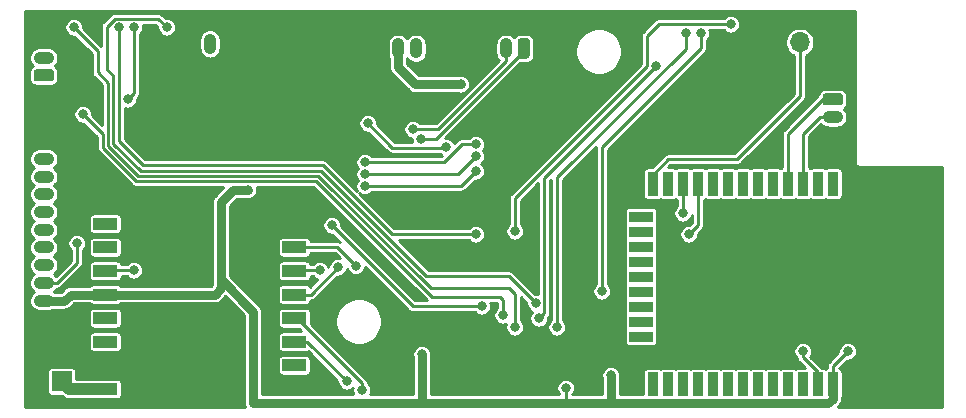
<source format=gbr>
G04 #@! TF.GenerationSoftware,KiCad,Pcbnew,(5.1.9)-1*
G04 #@! TF.CreationDate,2021-02-09T21:00:10+02:00*
G04 #@! TF.ProjectId,jantteri-main,6a616e74-7465-4726-992d-6d61696e2e6b,rev?*
G04 #@! TF.SameCoordinates,Original*
G04 #@! TF.FileFunction,Copper,L2,Bot*
G04 #@! TF.FilePolarity,Positive*
%FSLAX46Y46*%
G04 Gerber Fmt 4.6, Leading zero omitted, Abs format (unit mm)*
G04 Created by KiCad (PCBNEW (5.1.9)-1) date 2021-02-09 21:00:10*
%MOMM*%
%LPD*%
G01*
G04 APERTURE LIST*
G04 #@! TA.AperFunction,SMDPad,CuDef*
%ADD10R,5.000000X5.000000*%
G04 #@! TD*
G04 #@! TA.AperFunction,SMDPad,CuDef*
%ADD11R,0.900000X2.000000*%
G04 #@! TD*
G04 #@! TA.AperFunction,SMDPad,CuDef*
%ADD12R,2.000000X0.900000*%
G04 #@! TD*
G04 #@! TA.AperFunction,ComponentPad*
%ADD13R,1.700000X1.700000*%
G04 #@! TD*
G04 #@! TA.AperFunction,ComponentPad*
%ADD14O,1.700000X1.700000*%
G04 #@! TD*
G04 #@! TA.AperFunction,SMDPad,CuDef*
%ADD15R,2.000000X1.000000*%
G04 #@! TD*
G04 #@! TA.AperFunction,ComponentPad*
%ADD16O,1.730000X1.030000*%
G04 #@! TD*
G04 #@! TA.AperFunction,ComponentPad*
%ADD17O,1.030000X1.730000*%
G04 #@! TD*
G04 #@! TA.AperFunction,ViaPad*
%ADD18C,0.800000*%
G04 #@! TD*
G04 #@! TA.AperFunction,Conductor*
%ADD19C,0.250000*%
G04 #@! TD*
G04 #@! TA.AperFunction,Conductor*
%ADD20C,1.000000*%
G04 #@! TD*
G04 #@! TA.AperFunction,Conductor*
%ADD21C,0.750000*%
G04 #@! TD*
G04 #@! TA.AperFunction,Conductor*
%ADD22C,0.500000*%
G04 #@! TD*
G04 #@! TA.AperFunction,Conductor*
%ADD23C,0.254000*%
G04 #@! TD*
G04 #@! TA.AperFunction,Conductor*
%ADD24C,0.100000*%
G04 #@! TD*
G04 APERTURE END LIST*
D10*
X202304000Y-75311000D03*
D11*
X209804000Y-82811000D03*
X208534000Y-82811000D03*
X207264000Y-82811000D03*
X205994000Y-82811000D03*
X204724000Y-82811000D03*
X203454000Y-82811000D03*
X202184000Y-82811000D03*
X200914000Y-82811000D03*
X199644000Y-82811000D03*
X198374000Y-82811000D03*
X197104000Y-82811000D03*
X195834000Y-82811000D03*
X194564000Y-82811000D03*
X193294000Y-82811000D03*
D12*
X192294000Y-80026000D03*
X192294000Y-78756000D03*
X192294000Y-77486000D03*
X192294000Y-76216000D03*
X192294000Y-74946000D03*
X192294000Y-73676000D03*
X192294000Y-72406000D03*
X192294000Y-71136000D03*
X192294000Y-69866000D03*
X192294000Y-68596000D03*
D11*
X193294000Y-65811000D03*
X194564000Y-65811000D03*
X195834000Y-65811000D03*
X197104000Y-65811000D03*
X198374000Y-65811000D03*
X199644000Y-65811000D03*
X200914000Y-65811000D03*
X202184000Y-65811000D03*
X203454000Y-65811000D03*
X204724000Y-65811000D03*
X205994000Y-65811000D03*
X207264000Y-65811000D03*
X208534000Y-65811000D03*
X209804000Y-65811000D03*
D13*
X208280000Y-53848000D03*
D14*
X205740000Y-53848000D03*
D13*
X143256000Y-82550000D03*
D15*
X162940000Y-69200000D03*
X162940000Y-71200000D03*
X162940000Y-73200000D03*
X162940000Y-75200000D03*
X162940000Y-77200000D03*
X162940000Y-79200000D03*
X162940000Y-81200000D03*
X162940000Y-83200000D03*
X146940000Y-83200000D03*
X146940000Y-81200000D03*
X146940000Y-79200000D03*
X146940000Y-77200000D03*
X146940000Y-75200000D03*
X146940000Y-73200000D03*
X146940000Y-71200000D03*
X146940000Y-69200000D03*
D16*
X208534000Y-61674000D03*
X208534000Y-60174000D03*
G04 #@! TA.AperFunction,ComponentPad*
G36*
G01*
X207918999Y-58159000D02*
X209149001Y-58159000D01*
G75*
G02*
X209399000Y-58408999I0J-249999D01*
G01*
X209399000Y-58939001D01*
G75*
G02*
X209149001Y-59189000I-249999J0D01*
G01*
X207918999Y-59189000D01*
G75*
G02*
X207669000Y-58939001I0J249999D01*
G01*
X207669000Y-58408999D01*
G75*
G02*
X207918999Y-58159000I249999J0D01*
G01*
G37*
G04 #@! TD.AperFunction*
D17*
X155805000Y-53975000D03*
G04 #@! TA.AperFunction,ComponentPad*
G36*
G01*
X153790000Y-54590001D02*
X153790000Y-53359999D01*
G75*
G02*
X154039999Y-53110000I249999J0D01*
G01*
X154570001Y-53110000D01*
G75*
G02*
X154820000Y-53359999I0J-249999D01*
G01*
X154820000Y-54590001D01*
G75*
G02*
X154570001Y-54840000I-249999J0D01*
G01*
X154039999Y-54840000D01*
G75*
G02*
X153790000Y-54590001I0J249999D01*
G01*
G37*
G04 #@! TD.AperFunction*
G04 #@! TA.AperFunction,ComponentPad*
G36*
G01*
X182887000Y-53740999D02*
X182887000Y-54971001D01*
G75*
G02*
X182637001Y-55221000I-249999J0D01*
G01*
X182106999Y-55221000D01*
G75*
G02*
X181857000Y-54971001I0J249999D01*
G01*
X181857000Y-53740999D01*
G75*
G02*
X182106999Y-53491000I249999J0D01*
G01*
X182637001Y-53491000D01*
G75*
G02*
X182887000Y-53740999I0J-249999D01*
G01*
G37*
G04 #@! TD.AperFunction*
X180872000Y-54356000D03*
X179372000Y-54356000D03*
G04 #@! TA.AperFunction,ComponentPad*
G36*
G01*
X175267000Y-53740999D02*
X175267000Y-54971001D01*
G75*
G02*
X175017001Y-55221000I-249999J0D01*
G01*
X174486999Y-55221000D01*
G75*
G02*
X174237000Y-54971001I0J249999D01*
G01*
X174237000Y-53740999D01*
G75*
G02*
X174486999Y-53491000I249999J0D01*
G01*
X175017001Y-53491000D01*
G75*
G02*
X175267000Y-53740999I0J-249999D01*
G01*
G37*
G04 #@! TD.AperFunction*
X173252000Y-54356000D03*
X171752000Y-54356000D03*
G04 #@! TA.AperFunction,ComponentPad*
G36*
G01*
X142347001Y-57157000D02*
X141116999Y-57157000D01*
G75*
G02*
X140867000Y-56907001I0J249999D01*
G01*
X140867000Y-56376999D01*
G75*
G02*
X141116999Y-56127000I249999J0D01*
G01*
X142347001Y-56127000D01*
G75*
G02*
X142597000Y-56376999I0J-249999D01*
G01*
X142597000Y-56907001D01*
G75*
G02*
X142347001Y-57157000I-249999J0D01*
G01*
G37*
G04 #@! TD.AperFunction*
D16*
X141732000Y-55142000D03*
G04 #@! TA.AperFunction,ComponentPad*
G36*
G01*
X142347001Y-77731000D02*
X141116999Y-77731000D01*
G75*
G02*
X140867000Y-77481001I0J249999D01*
G01*
X140867000Y-76950999D01*
G75*
G02*
X141116999Y-76701000I249999J0D01*
G01*
X142347001Y-76701000D01*
G75*
G02*
X142597000Y-76950999I0J-249999D01*
G01*
X142597000Y-77481001D01*
G75*
G02*
X142347001Y-77731000I-249999J0D01*
G01*
G37*
G04 #@! TD.AperFunction*
X141732000Y-75716000D03*
X141732000Y-74216000D03*
X141732000Y-72716000D03*
X141732000Y-71216000D03*
X141732000Y-69716000D03*
X141732000Y-68216000D03*
X141732000Y-66716000D03*
X141732000Y-65216000D03*
X141732000Y-63716000D03*
D18*
X202946000Y-74930000D03*
X169163990Y-60706010D03*
X175792000Y-62738000D03*
X205994000Y-80010000D03*
X149352000Y-52578000D03*
X148844000Y-58674000D03*
X183637347Y-77220653D03*
X193548000Y-55880000D03*
X185166000Y-77978000D03*
X196088000Y-53086000D03*
X188976000Y-74930000D03*
X197358000Y-53086000D03*
X181610000Y-69850000D03*
X199898000Y-52324000D03*
X173699000Y-62046051D03*
X172974000Y-61214000D03*
X178308000Y-62484000D03*
X168910000Y-64008000D03*
X178308000Y-63500000D03*
X168910000Y-65008003D03*
X178308000Y-64770000D03*
X168910000Y-66008006D03*
X178816000Y-76200000D03*
X166116000Y-69342000D03*
X144526000Y-70866000D03*
X145034000Y-59944000D03*
X180594000Y-76962000D03*
X148082000Y-52578000D03*
X178308000Y-70104000D03*
X166624000Y-72898000D03*
X168148000Y-72762000D03*
X165100000Y-73152000D03*
X149352000Y-73152000D03*
X167386000Y-82550000D03*
X168656000Y-83275000D03*
X195834000Y-68326000D03*
X196342000Y-70104000D03*
X144272000Y-52578000D03*
X181610000Y-77978000D03*
X152146000Y-52578000D03*
X183388000Y-75946000D03*
X209804000Y-80010000D03*
X185928000Y-83095000D03*
X159004000Y-66337029D03*
X173736000Y-80264000D03*
X189738000Y-82042000D03*
X177038000Y-57404000D03*
X178308000Y-72136000D03*
X181864000Y-72136000D03*
X177996500Y-77158500D03*
X156464000Y-78994000D03*
X156972000Y-81534000D03*
X154432000Y-71120000D03*
X151384000Y-62738000D03*
X161544000Y-62992000D03*
X209804000Y-84328000D03*
X212852000Y-71120000D03*
X214630000Y-79248000D03*
X192532000Y-52070000D03*
X197358000Y-61722000D03*
X164592000Y-52832000D03*
X141732000Y-60198000D03*
X141478000Y-52578000D03*
X143510000Y-79502000D03*
X140970000Y-81280000D03*
X151130000Y-83312000D03*
X169672000Y-81026000D03*
X181356000Y-59944000D03*
X177292000Y-54356000D03*
X159258000Y-74422000D03*
X160782000Y-81026000D03*
X150876000Y-77978000D03*
X145034000Y-63246000D03*
X154178000Y-51816000D03*
X154432000Y-55880000D03*
X152654000Y-54356000D03*
D19*
X171229032Y-62771052D02*
X169163990Y-60706010D01*
X175758948Y-62771052D02*
X171229032Y-62771052D01*
X175792000Y-62738000D02*
X175758948Y-62771052D01*
X207264000Y-82811000D02*
X207264000Y-81788000D01*
X207264000Y-81788000D02*
X205994000Y-80518000D01*
X205994000Y-80518000D02*
X205994000Y-80010000D01*
X149352000Y-58166000D02*
X149352000Y-52578000D01*
X148844000Y-58674000D02*
X149352000Y-58166000D01*
X184113001Y-76744999D02*
X184113001Y-67346999D01*
X183637347Y-77220653D02*
X184113001Y-76744999D01*
X184113001Y-67346999D02*
X184113001Y-65314999D01*
X184113001Y-65314999D02*
X193548000Y-55880000D01*
X185166000Y-77978000D02*
X185166000Y-68072000D01*
X185166000Y-68072000D02*
X185166000Y-65278000D01*
X185223002Y-65278000D02*
X196088000Y-54413002D01*
X185166000Y-65278000D02*
X185223002Y-65278000D01*
X196088000Y-54413002D02*
X196088000Y-53086000D01*
X188976000Y-74930000D02*
X188976000Y-66802000D01*
X188976000Y-66802000D02*
X188976000Y-66040000D01*
X188976000Y-66040000D02*
X188976000Y-62738000D01*
X197358000Y-54356000D02*
X197358000Y-53086000D01*
X188976000Y-62738000D02*
X197358000Y-54356000D01*
X181610000Y-69850000D02*
X181610000Y-67056000D01*
X181610000Y-67056000D02*
X190500000Y-58166000D01*
X190500000Y-58166000D02*
X192024000Y-56642000D01*
X192024000Y-56642000D02*
X192786000Y-55880000D01*
X192786000Y-55880000D02*
X192786000Y-55568998D01*
X192786000Y-55568998D02*
X192786000Y-53340000D01*
X193802000Y-52324000D02*
X199898000Y-52324000D01*
X192786000Y-53340000D02*
X193802000Y-52324000D01*
X205994000Y-61599000D02*
X207419000Y-60174000D01*
X207419000Y-60174000D02*
X208534000Y-60174000D01*
X205994000Y-65811000D02*
X205994000Y-61599000D01*
X207669000Y-58674000D02*
X208534000Y-58674000D01*
X204724000Y-61619000D02*
X207669000Y-58674000D01*
X204724000Y-65811000D02*
X204724000Y-61619000D01*
X193294000Y-65811000D02*
X193294000Y-65045998D01*
X193294000Y-65045998D02*
X194585998Y-63754000D01*
X194585998Y-63754000D02*
X200406000Y-63754000D01*
X205740000Y-58420000D02*
X205740000Y-53848000D01*
X200406000Y-63754000D02*
X205740000Y-58420000D01*
X182372000Y-54607410D02*
X182372000Y-54356000D01*
X174933359Y-62046051D02*
X182372000Y-54607410D01*
X173699000Y-62046051D02*
X174933359Y-62046051D01*
X180872000Y-55471000D02*
X180872000Y-54356000D01*
X175129000Y-61214000D02*
X180872000Y-55471000D01*
X172974000Y-61214000D02*
X175129000Y-61214000D01*
X175595002Y-64008000D02*
X168910000Y-64008000D01*
X177119002Y-62484000D02*
X175595002Y-64008000D01*
X178308000Y-62484000D02*
X177119002Y-62484000D01*
X176799997Y-65008003D02*
X168910000Y-65008003D01*
X178308000Y-63500000D02*
X176799997Y-65008003D01*
X177069994Y-66008006D02*
X168910000Y-66008006D01*
X178308000Y-64770000D02*
X177069994Y-66008006D01*
X172974000Y-76200000D02*
X166116000Y-69342000D01*
X178816000Y-76200000D02*
X172974000Y-76200000D01*
X142847000Y-74216000D02*
X141732000Y-74216000D01*
X144526000Y-72537000D02*
X142847000Y-74216000D01*
X144526000Y-70866000D02*
X144526000Y-72537000D01*
D20*
X143906000Y-83200000D02*
X143256000Y-82550000D01*
X146940000Y-83200000D02*
X143906000Y-83200000D01*
D19*
X180340000Y-75438000D02*
X180594000Y-75692000D01*
X180594000Y-75692000D02*
X180594000Y-76962000D01*
X180340000Y-75438000D02*
X174601551Y-75438000D01*
X149554798Y-65612027D02*
X146731972Y-62789200D01*
X164775580Y-65612029D02*
X149554798Y-65612027D01*
X174601551Y-75438000D02*
X164775580Y-65612029D01*
X146731972Y-61641972D02*
X145034000Y-59944000D01*
X146731972Y-62789200D02*
X146731972Y-61641972D01*
X148082000Y-58985002D02*
X148082000Y-62230000D01*
X165354000Y-64262000D02*
X171196000Y-70104000D01*
X171196000Y-70104000D02*
X178308000Y-70104000D01*
X148082000Y-58985002D02*
X148082000Y-52578000D01*
X150114000Y-64262000D02*
X148082000Y-62230000D01*
X165354000Y-64262000D02*
X150114000Y-64262000D01*
X164322000Y-75200000D02*
X162940000Y-75200000D01*
X166624000Y-72898000D02*
X164322000Y-75200000D01*
X166586000Y-71200000D02*
X162940000Y-71200000D01*
X168148000Y-72762000D02*
X166586000Y-71200000D01*
X162988000Y-73152000D02*
X162940000Y-73200000D01*
X165100000Y-73152000D02*
X162988000Y-73152000D01*
X146988000Y-73152000D02*
X146940000Y-73200000D01*
X149352000Y-73152000D02*
X146988000Y-73152000D01*
X164036000Y-79200000D02*
X162940000Y-79200000D01*
X167386000Y-82550000D02*
X164036000Y-79200000D01*
X163146685Y-77200000D02*
X162940000Y-77200000D01*
X168656000Y-82709315D02*
X163146685Y-77200000D01*
X168656000Y-83275000D02*
X168656000Y-82709315D01*
X195834000Y-68326000D02*
X195834000Y-65811000D01*
X197104000Y-69342000D02*
X196342000Y-70104000D01*
X197104000Y-65811000D02*
X197104000Y-69342000D01*
X181102000Y-74676000D02*
X181610000Y-75184000D01*
X181610000Y-75184000D02*
X181610000Y-77978000D01*
X144272000Y-52578000D02*
X145796000Y-54102000D01*
X181102000Y-74676000D02*
X174485570Y-74676000D01*
X149741199Y-65162019D02*
X147181982Y-62602800D01*
X164971590Y-65162020D02*
X149741199Y-65162019D01*
X174485570Y-74676000D02*
X164971590Y-65162020D01*
X147181982Y-62602800D02*
X147181982Y-57265982D01*
X147181982Y-57265982D02*
X146304000Y-56388000D01*
X146304000Y-54610000D02*
X145796000Y-54102000D01*
X146304000Y-56388000D02*
X146304000Y-54610000D01*
X181102000Y-73660000D02*
X183388000Y-75946000D01*
X147733999Y-51852999D02*
X147066000Y-52520998D01*
X151420999Y-51852999D02*
X147733999Y-51852999D01*
X152146000Y-52578000D02*
X151420999Y-51852999D01*
X147066000Y-56134000D02*
X147631990Y-56699990D01*
X147066000Y-52520998D02*
X147066000Y-56134000D01*
X147631991Y-62416401D02*
X149927600Y-64712010D01*
X147631990Y-56699990D02*
X147631991Y-62416401D01*
X174115590Y-73660000D02*
X181102000Y-73660000D01*
X165167600Y-64712010D02*
X174115590Y-73660000D01*
X149927600Y-64712010D02*
X165167600Y-64712010D01*
D21*
X208534000Y-84026002D02*
X208174001Y-84386001D01*
X208534000Y-82811000D02*
X208534000Y-84026002D01*
D19*
X186944000Y-84328000D02*
X186885999Y-84386001D01*
X208534000Y-82811000D02*
X208534000Y-81280000D01*
X208534000Y-81280000D02*
X209804000Y-80010000D01*
X185928000Y-84328000D02*
X185869999Y-84386001D01*
X185928000Y-83095000D02*
X185928000Y-84328000D01*
D21*
X185869999Y-84386001D02*
X174810001Y-84386001D01*
X186885999Y-84386001D02*
X185869999Y-84386001D01*
D22*
X174752000Y-84328000D02*
X174810001Y-84386001D01*
D21*
X141732000Y-75716000D02*
X143486000Y-75716000D01*
X144002000Y-75200000D02*
X146940000Y-75200000D01*
X143486000Y-75716000D02*
X144002000Y-75200000D01*
X156718000Y-67390998D02*
X157771969Y-66337029D01*
X157771969Y-66337029D02*
X159004000Y-66337029D01*
X156194000Y-75200000D02*
X156718000Y-74676000D01*
X146940000Y-75200000D02*
X156194000Y-75200000D01*
X173736000Y-84328000D02*
X173794001Y-84386001D01*
X173736000Y-80264000D02*
X173736000Y-84328000D01*
X174810001Y-84386001D02*
X173794001Y-84386001D01*
X189738000Y-84328000D02*
X189679999Y-84386001D01*
X189738000Y-82042000D02*
X189738000Y-84328000D01*
X189679999Y-84386001D02*
X186885999Y-84386001D01*
X208174001Y-84386001D02*
X189679999Y-84386001D01*
X156718000Y-73914000D02*
X159453999Y-76649999D01*
X159453999Y-76649999D02*
X159453999Y-84386001D01*
X173794001Y-84386001D02*
X159453999Y-84386001D01*
X156718000Y-74676000D02*
X156718000Y-73914000D01*
X156718000Y-73914000D02*
X156718000Y-67390998D01*
X173185000Y-57404000D02*
X177038000Y-57404000D01*
X171752000Y-55971000D02*
X173185000Y-57404000D01*
X171752000Y-54356000D02*
X171752000Y-55971000D01*
D23*
X210414001Y-63988049D02*
X210412036Y-64008000D01*
X210419875Y-64087590D01*
X210443090Y-64164121D01*
X210480790Y-64234653D01*
X210531526Y-64296474D01*
X210593347Y-64347210D01*
X210663879Y-64384910D01*
X210740410Y-64408125D01*
X210800059Y-64414000D01*
X210800060Y-64414000D01*
X210820000Y-64415964D01*
X210839941Y-64414000D01*
X217780000Y-64414000D01*
X217780001Y-84684000D01*
X208945146Y-84684000D01*
X209042306Y-84586840D01*
X209071159Y-84563161D01*
X209165632Y-84448045D01*
X209235832Y-84316710D01*
X209279060Y-84174204D01*
X209287820Y-84085262D01*
X209292733Y-84035380D01*
X209302322Y-84023696D01*
X209337701Y-83957508D01*
X209359487Y-83885689D01*
X209366843Y-83811000D01*
X209366843Y-81811000D01*
X209359487Y-81736311D01*
X209337701Y-81664492D01*
X209302322Y-81598304D01*
X209254711Y-81540289D01*
X209196696Y-81492678D01*
X209130508Y-81457299D01*
X209085842Y-81443750D01*
X209738592Y-80791000D01*
X209880922Y-80791000D01*
X210031809Y-80760987D01*
X210173942Y-80702113D01*
X210301859Y-80616642D01*
X210410642Y-80507859D01*
X210496113Y-80379942D01*
X210554987Y-80237809D01*
X210585000Y-80086922D01*
X210585000Y-79933078D01*
X210554987Y-79782191D01*
X210496113Y-79640058D01*
X210410642Y-79512141D01*
X210301859Y-79403358D01*
X210173942Y-79317887D01*
X210031809Y-79259013D01*
X209880922Y-79229000D01*
X209727078Y-79229000D01*
X209576191Y-79259013D01*
X209434058Y-79317887D01*
X209306141Y-79403358D01*
X209197358Y-79512141D01*
X209111887Y-79640058D01*
X209053013Y-79782191D01*
X209023000Y-79933078D01*
X209023000Y-80075408D01*
X208193780Y-80904629D01*
X208174474Y-80920473D01*
X208111242Y-80997521D01*
X208095780Y-81026448D01*
X208064255Y-81085426D01*
X208035322Y-81180808D01*
X208025553Y-81280000D01*
X208028001Y-81304856D01*
X208028001Y-81433672D01*
X208009311Y-81435513D01*
X207937492Y-81457299D01*
X207899000Y-81477874D01*
X207860508Y-81457299D01*
X207788689Y-81435513D01*
X207714000Y-81428157D01*
X207623142Y-81428157D01*
X207604220Y-81412628D01*
X206640219Y-80448628D01*
X206686113Y-80379942D01*
X206744987Y-80237809D01*
X206775000Y-80086922D01*
X206775000Y-79933078D01*
X206744987Y-79782191D01*
X206686113Y-79640058D01*
X206600642Y-79512141D01*
X206491859Y-79403358D01*
X206363942Y-79317887D01*
X206221809Y-79259013D01*
X206070922Y-79229000D01*
X205917078Y-79229000D01*
X205766191Y-79259013D01*
X205624058Y-79317887D01*
X205496141Y-79403358D01*
X205387358Y-79512141D01*
X205301887Y-79640058D01*
X205243013Y-79782191D01*
X205213000Y-79933078D01*
X205213000Y-80086922D01*
X205243013Y-80237809D01*
X205301887Y-80379942D01*
X205387358Y-80507859D01*
X205495172Y-80615673D01*
X205495322Y-80617192D01*
X205524255Y-80712574D01*
X205571241Y-80800479D01*
X205634473Y-80877527D01*
X205653785Y-80893376D01*
X206188566Y-81428157D01*
X205544000Y-81428157D01*
X205469311Y-81435513D01*
X205397492Y-81457299D01*
X205359000Y-81477874D01*
X205320508Y-81457299D01*
X205248689Y-81435513D01*
X205174000Y-81428157D01*
X204274000Y-81428157D01*
X204199311Y-81435513D01*
X204127492Y-81457299D01*
X204089000Y-81477874D01*
X204050508Y-81457299D01*
X203978689Y-81435513D01*
X203904000Y-81428157D01*
X203004000Y-81428157D01*
X202929311Y-81435513D01*
X202857492Y-81457299D01*
X202819000Y-81477874D01*
X202780508Y-81457299D01*
X202708689Y-81435513D01*
X202634000Y-81428157D01*
X201734000Y-81428157D01*
X201659311Y-81435513D01*
X201587492Y-81457299D01*
X201549000Y-81477874D01*
X201510508Y-81457299D01*
X201438689Y-81435513D01*
X201364000Y-81428157D01*
X200464000Y-81428157D01*
X200389311Y-81435513D01*
X200317492Y-81457299D01*
X200279000Y-81477874D01*
X200240508Y-81457299D01*
X200168689Y-81435513D01*
X200094000Y-81428157D01*
X199194000Y-81428157D01*
X199119311Y-81435513D01*
X199047492Y-81457299D01*
X199009000Y-81477874D01*
X198970508Y-81457299D01*
X198898689Y-81435513D01*
X198824000Y-81428157D01*
X197924000Y-81428157D01*
X197849311Y-81435513D01*
X197777492Y-81457299D01*
X197739000Y-81477874D01*
X197700508Y-81457299D01*
X197628689Y-81435513D01*
X197554000Y-81428157D01*
X196654000Y-81428157D01*
X196579311Y-81435513D01*
X196507492Y-81457299D01*
X196469000Y-81477874D01*
X196430508Y-81457299D01*
X196358689Y-81435513D01*
X196284000Y-81428157D01*
X195384000Y-81428157D01*
X195309311Y-81435513D01*
X195237492Y-81457299D01*
X195199000Y-81477874D01*
X195160508Y-81457299D01*
X195088689Y-81435513D01*
X195014000Y-81428157D01*
X194114000Y-81428157D01*
X194039311Y-81435513D01*
X193967492Y-81457299D01*
X193929000Y-81477874D01*
X193890508Y-81457299D01*
X193818689Y-81435513D01*
X193744000Y-81428157D01*
X192844000Y-81428157D01*
X192769311Y-81435513D01*
X192697492Y-81457299D01*
X192631304Y-81492678D01*
X192573289Y-81540289D01*
X192525678Y-81598304D01*
X192490299Y-81664492D01*
X192468513Y-81736311D01*
X192461157Y-81811000D01*
X192461157Y-83630001D01*
X190494000Y-83630001D01*
X190494000Y-82244607D01*
X190519000Y-82118922D01*
X190519000Y-81965078D01*
X190488987Y-81814191D01*
X190430113Y-81672058D01*
X190344642Y-81544141D01*
X190235859Y-81435358D01*
X190107942Y-81349887D01*
X189965809Y-81291013D01*
X189814922Y-81261000D01*
X189661078Y-81261000D01*
X189510191Y-81291013D01*
X189368058Y-81349887D01*
X189240141Y-81435358D01*
X189131358Y-81544141D01*
X189045887Y-81672058D01*
X188987013Y-81814191D01*
X188957000Y-81965078D01*
X188957000Y-82118922D01*
X188982000Y-82244607D01*
X188982001Y-83630001D01*
X186497500Y-83630001D01*
X186534642Y-83592859D01*
X186620113Y-83464942D01*
X186678987Y-83322809D01*
X186709000Y-83171922D01*
X186709000Y-83018078D01*
X186678987Y-82867191D01*
X186620113Y-82725058D01*
X186534642Y-82597141D01*
X186425859Y-82488358D01*
X186297942Y-82402887D01*
X186155809Y-82344013D01*
X186004922Y-82314000D01*
X185851078Y-82314000D01*
X185700191Y-82344013D01*
X185558058Y-82402887D01*
X185430141Y-82488358D01*
X185321358Y-82597141D01*
X185235887Y-82725058D01*
X185177013Y-82867191D01*
X185147000Y-83018078D01*
X185147000Y-83171922D01*
X185177013Y-83322809D01*
X185235887Y-83464942D01*
X185321358Y-83592859D01*
X185358500Y-83630001D01*
X174492000Y-83630001D01*
X174492000Y-80466607D01*
X174517000Y-80340922D01*
X174517000Y-80187078D01*
X174486987Y-80036191D01*
X174428113Y-79894058D01*
X174342642Y-79766141D01*
X174233859Y-79657358D01*
X174105942Y-79571887D01*
X173963809Y-79513013D01*
X173812922Y-79483000D01*
X173659078Y-79483000D01*
X173508191Y-79513013D01*
X173366058Y-79571887D01*
X173238141Y-79657358D01*
X173129358Y-79766141D01*
X173043887Y-79894058D01*
X172985013Y-80036191D01*
X172955000Y-80187078D01*
X172955000Y-80340922D01*
X172980000Y-80466607D01*
X172980001Y-83630001D01*
X169354302Y-83630001D01*
X169406987Y-83502809D01*
X169437000Y-83351922D01*
X169437000Y-83198078D01*
X169406987Y-83047191D01*
X169348113Y-82905058D01*
X169262642Y-82777141D01*
X169161130Y-82675629D01*
X169154678Y-82610122D01*
X169125745Y-82514740D01*
X169078759Y-82426836D01*
X169015527Y-82349788D01*
X168996220Y-82333943D01*
X164322843Y-77660567D01*
X164322843Y-77274889D01*
X166421000Y-77274889D01*
X166421000Y-77665111D01*
X166497129Y-78047836D01*
X166646461Y-78408355D01*
X166863257Y-78732814D01*
X167139186Y-79008743D01*
X167463645Y-79225539D01*
X167824164Y-79374871D01*
X168206889Y-79451000D01*
X168597111Y-79451000D01*
X168979836Y-79374871D01*
X169340355Y-79225539D01*
X169664814Y-79008743D01*
X169940743Y-78732814D01*
X170157539Y-78408355D01*
X170306871Y-78047836D01*
X170383000Y-77665111D01*
X170383000Y-77274889D01*
X170306871Y-76892164D01*
X170157539Y-76531645D01*
X169940743Y-76207186D01*
X169664814Y-75931257D01*
X169340355Y-75714461D01*
X168979836Y-75565129D01*
X168597111Y-75489000D01*
X168206889Y-75489000D01*
X167824164Y-75565129D01*
X167463645Y-75714461D01*
X167139186Y-75931257D01*
X166863257Y-76207186D01*
X166646461Y-76531645D01*
X166497129Y-76892164D01*
X166421000Y-77274889D01*
X164322843Y-77274889D01*
X164322843Y-76700000D01*
X164315487Y-76625311D01*
X164293701Y-76553492D01*
X164258322Y-76487304D01*
X164210711Y-76429289D01*
X164152696Y-76381678D01*
X164086508Y-76346299D01*
X164014689Y-76324513D01*
X163940000Y-76317157D01*
X161940000Y-76317157D01*
X161865311Y-76324513D01*
X161793492Y-76346299D01*
X161727304Y-76381678D01*
X161669289Y-76429289D01*
X161621678Y-76487304D01*
X161586299Y-76553492D01*
X161564513Y-76625311D01*
X161557157Y-76700000D01*
X161557157Y-77700000D01*
X161564513Y-77774689D01*
X161586299Y-77846508D01*
X161621678Y-77912696D01*
X161669289Y-77970711D01*
X161727304Y-78018322D01*
X161793492Y-78053701D01*
X161865311Y-78075487D01*
X161940000Y-78082843D01*
X163313937Y-78082843D01*
X163548251Y-78317157D01*
X161940000Y-78317157D01*
X161865311Y-78324513D01*
X161793492Y-78346299D01*
X161727304Y-78381678D01*
X161669289Y-78429289D01*
X161621678Y-78487304D01*
X161586299Y-78553492D01*
X161564513Y-78625311D01*
X161557157Y-78700000D01*
X161557157Y-79700000D01*
X161564513Y-79774689D01*
X161586299Y-79846508D01*
X161621678Y-79912696D01*
X161669289Y-79970711D01*
X161727304Y-80018322D01*
X161793492Y-80053701D01*
X161865311Y-80075487D01*
X161940000Y-80082843D01*
X163940000Y-80082843D01*
X164014689Y-80075487D01*
X164086508Y-80053701D01*
X164143595Y-80023187D01*
X166605000Y-82484592D01*
X166605000Y-82626922D01*
X166635013Y-82777809D01*
X166693887Y-82919942D01*
X166779358Y-83047859D01*
X166888141Y-83156642D01*
X167016058Y-83242113D01*
X167158191Y-83300987D01*
X167309078Y-83331000D01*
X167462922Y-83331000D01*
X167613809Y-83300987D01*
X167755942Y-83242113D01*
X167883147Y-83157117D01*
X167875000Y-83198078D01*
X167875000Y-83351922D01*
X167905013Y-83502809D01*
X167957698Y-83630001D01*
X160209999Y-83630001D01*
X160209999Y-80700000D01*
X161557157Y-80700000D01*
X161557157Y-81700000D01*
X161564513Y-81774689D01*
X161586299Y-81846508D01*
X161621678Y-81912696D01*
X161669289Y-81970711D01*
X161727304Y-82018322D01*
X161793492Y-82053701D01*
X161865311Y-82075487D01*
X161940000Y-82082843D01*
X163940000Y-82082843D01*
X164014689Y-82075487D01*
X164086508Y-82053701D01*
X164152696Y-82018322D01*
X164210711Y-81970711D01*
X164258322Y-81912696D01*
X164293701Y-81846508D01*
X164315487Y-81774689D01*
X164322843Y-81700000D01*
X164322843Y-80700000D01*
X164315487Y-80625311D01*
X164293701Y-80553492D01*
X164258322Y-80487304D01*
X164210711Y-80429289D01*
X164152696Y-80381678D01*
X164086508Y-80346299D01*
X164014689Y-80324513D01*
X163940000Y-80317157D01*
X161940000Y-80317157D01*
X161865311Y-80324513D01*
X161793492Y-80346299D01*
X161727304Y-80381678D01*
X161669289Y-80429289D01*
X161621678Y-80487304D01*
X161586299Y-80553492D01*
X161564513Y-80625311D01*
X161557157Y-80700000D01*
X160209999Y-80700000D01*
X160209999Y-76687128D01*
X160213656Y-76649999D01*
X160199059Y-76501797D01*
X160173589Y-76417832D01*
X160155831Y-76359291D01*
X160085631Y-76227956D01*
X159991158Y-76112840D01*
X159962312Y-76089167D01*
X157474000Y-73600856D01*
X157474000Y-67704142D01*
X158085114Y-67093029D01*
X158801393Y-67093029D01*
X158927078Y-67118029D01*
X159080922Y-67118029D01*
X159231809Y-67088016D01*
X159373942Y-67029142D01*
X159501859Y-66943671D01*
X159610642Y-66834888D01*
X159696113Y-66706971D01*
X159754987Y-66564838D01*
X159785000Y-66413951D01*
X159785000Y-66260107D01*
X159756739Y-66118028D01*
X164565989Y-66118029D01*
X174141959Y-75694000D01*
X173183592Y-75694000D01*
X166897000Y-69407409D01*
X166897000Y-69265078D01*
X166866987Y-69114191D01*
X166808113Y-68972058D01*
X166722642Y-68844141D01*
X166613859Y-68735358D01*
X166485942Y-68649887D01*
X166343809Y-68591013D01*
X166192922Y-68561000D01*
X166039078Y-68561000D01*
X165888191Y-68591013D01*
X165746058Y-68649887D01*
X165618141Y-68735358D01*
X165509358Y-68844141D01*
X165423887Y-68972058D01*
X165365013Y-69114191D01*
X165335000Y-69265078D01*
X165335000Y-69418922D01*
X165365013Y-69569809D01*
X165423887Y-69711942D01*
X165509358Y-69839859D01*
X165618141Y-69948642D01*
X165746058Y-70034113D01*
X165888191Y-70092987D01*
X166039078Y-70123000D01*
X166181409Y-70123000D01*
X166797952Y-70739543D01*
X166780575Y-70730255D01*
X166685193Y-70701322D01*
X166610854Y-70694000D01*
X166610846Y-70694000D01*
X166586000Y-70691553D01*
X166561154Y-70694000D01*
X164322252Y-70694000D01*
X164315487Y-70625311D01*
X164293701Y-70553492D01*
X164258322Y-70487304D01*
X164210711Y-70429289D01*
X164152696Y-70381678D01*
X164086508Y-70346299D01*
X164014689Y-70324513D01*
X163940000Y-70317157D01*
X161940000Y-70317157D01*
X161865311Y-70324513D01*
X161793492Y-70346299D01*
X161727304Y-70381678D01*
X161669289Y-70429289D01*
X161621678Y-70487304D01*
X161586299Y-70553492D01*
X161564513Y-70625311D01*
X161557157Y-70700000D01*
X161557157Y-71700000D01*
X161564513Y-71774689D01*
X161586299Y-71846508D01*
X161621678Y-71912696D01*
X161669289Y-71970711D01*
X161727304Y-72018322D01*
X161793492Y-72053701D01*
X161865311Y-72075487D01*
X161940000Y-72082843D01*
X163940000Y-72082843D01*
X164014689Y-72075487D01*
X164086508Y-72053701D01*
X164152696Y-72018322D01*
X164210711Y-71970711D01*
X164258322Y-71912696D01*
X164293701Y-71846508D01*
X164315487Y-71774689D01*
X164322252Y-71706000D01*
X166376409Y-71706000D01*
X166808883Y-72138475D01*
X166700922Y-72117000D01*
X166547078Y-72117000D01*
X166396191Y-72147013D01*
X166254058Y-72205887D01*
X166126141Y-72291358D01*
X166017358Y-72400141D01*
X165931887Y-72528058D01*
X165873013Y-72670191D01*
X165843000Y-72821078D01*
X165843000Y-72904909D01*
X165792113Y-72782058D01*
X165706642Y-72654141D01*
X165597859Y-72545358D01*
X165469942Y-72459887D01*
X165327809Y-72401013D01*
X165176922Y-72371000D01*
X165023078Y-72371000D01*
X164872191Y-72401013D01*
X164730058Y-72459887D01*
X164602141Y-72545358D01*
X164501499Y-72646000D01*
X164317525Y-72646000D01*
X164315487Y-72625311D01*
X164293701Y-72553492D01*
X164258322Y-72487304D01*
X164210711Y-72429289D01*
X164152696Y-72381678D01*
X164086508Y-72346299D01*
X164014689Y-72324513D01*
X163940000Y-72317157D01*
X161940000Y-72317157D01*
X161865311Y-72324513D01*
X161793492Y-72346299D01*
X161727304Y-72381678D01*
X161669289Y-72429289D01*
X161621678Y-72487304D01*
X161586299Y-72553492D01*
X161564513Y-72625311D01*
X161557157Y-72700000D01*
X161557157Y-73700000D01*
X161564513Y-73774689D01*
X161586299Y-73846508D01*
X161621678Y-73912696D01*
X161669289Y-73970711D01*
X161727304Y-74018322D01*
X161793492Y-74053701D01*
X161865311Y-74075487D01*
X161940000Y-74082843D01*
X163940000Y-74082843D01*
X164014689Y-74075487D01*
X164086508Y-74053701D01*
X164152696Y-74018322D01*
X164210711Y-73970711D01*
X164258322Y-73912696D01*
X164293701Y-73846508D01*
X164315487Y-73774689D01*
X164322843Y-73700000D01*
X164322843Y-73658000D01*
X164501499Y-73658000D01*
X164602141Y-73758642D01*
X164730058Y-73844113D01*
X164872191Y-73902987D01*
X164898240Y-73908168D01*
X164279495Y-74526914D01*
X164258322Y-74487304D01*
X164210711Y-74429289D01*
X164152696Y-74381678D01*
X164086508Y-74346299D01*
X164014689Y-74324513D01*
X163940000Y-74317157D01*
X161940000Y-74317157D01*
X161865311Y-74324513D01*
X161793492Y-74346299D01*
X161727304Y-74381678D01*
X161669289Y-74429289D01*
X161621678Y-74487304D01*
X161586299Y-74553492D01*
X161564513Y-74625311D01*
X161557157Y-74700000D01*
X161557157Y-75700000D01*
X161564513Y-75774689D01*
X161586299Y-75846508D01*
X161621678Y-75912696D01*
X161669289Y-75970711D01*
X161727304Y-76018322D01*
X161793492Y-76053701D01*
X161865311Y-76075487D01*
X161940000Y-76082843D01*
X163940000Y-76082843D01*
X164014689Y-76075487D01*
X164086508Y-76053701D01*
X164152696Y-76018322D01*
X164210711Y-75970711D01*
X164258322Y-75912696D01*
X164293701Y-75846508D01*
X164315487Y-75774689D01*
X164322011Y-75708446D01*
X164346846Y-75706000D01*
X164346854Y-75706000D01*
X164421193Y-75698678D01*
X164516575Y-75669745D01*
X164604479Y-75622759D01*
X164681527Y-75559527D01*
X164697376Y-75540215D01*
X166558592Y-73679000D01*
X166700922Y-73679000D01*
X166851809Y-73648987D01*
X166993942Y-73590113D01*
X167121859Y-73504642D01*
X167230642Y-73395859D01*
X167316113Y-73267942D01*
X167374987Y-73125809D01*
X167400408Y-72998006D01*
X167455887Y-73131942D01*
X167541358Y-73259859D01*
X167650141Y-73368642D01*
X167778058Y-73454113D01*
X167920191Y-73512987D01*
X168071078Y-73543000D01*
X168224922Y-73543000D01*
X168375809Y-73512987D01*
X168517942Y-73454113D01*
X168645859Y-73368642D01*
X168754642Y-73259859D01*
X168840113Y-73131942D01*
X168898987Y-72989809D01*
X168923746Y-72865337D01*
X172598628Y-76540220D01*
X172614473Y-76559527D01*
X172691521Y-76622759D01*
X172772419Y-76666000D01*
X172779425Y-76669745D01*
X172874807Y-76698678D01*
X172974000Y-76708448D01*
X172998854Y-76706000D01*
X178217499Y-76706000D01*
X178318141Y-76806642D01*
X178446058Y-76892113D01*
X178588191Y-76950987D01*
X178739078Y-76981000D01*
X178892922Y-76981000D01*
X179043809Y-76950987D01*
X179185942Y-76892113D01*
X179313859Y-76806642D01*
X179422642Y-76697859D01*
X179508113Y-76569942D01*
X179566987Y-76427809D01*
X179597000Y-76276922D01*
X179597000Y-76123078D01*
X179566987Y-75972191D01*
X179555310Y-75944000D01*
X180088000Y-75944000D01*
X180088001Y-76363498D01*
X179987358Y-76464141D01*
X179901887Y-76592058D01*
X179843013Y-76734191D01*
X179813000Y-76885078D01*
X179813000Y-77038922D01*
X179843013Y-77189809D01*
X179901887Y-77331942D01*
X179987358Y-77459859D01*
X180096141Y-77568642D01*
X180224058Y-77654113D01*
X180366191Y-77712987D01*
X180517078Y-77743000D01*
X180670922Y-77743000D01*
X180821809Y-77712987D01*
X180885321Y-77686679D01*
X180859013Y-77750191D01*
X180829000Y-77901078D01*
X180829000Y-78054922D01*
X180859013Y-78205809D01*
X180917887Y-78347942D01*
X181003358Y-78475859D01*
X181112141Y-78584642D01*
X181240058Y-78670113D01*
X181382191Y-78728987D01*
X181533078Y-78759000D01*
X181686922Y-78759000D01*
X181837809Y-78728987D01*
X181979942Y-78670113D01*
X182107859Y-78584642D01*
X182216642Y-78475859D01*
X182302113Y-78347942D01*
X182360987Y-78205809D01*
X182391000Y-78054922D01*
X182391000Y-77901078D01*
X182360987Y-77750191D01*
X182302113Y-77608058D01*
X182216642Y-77480141D01*
X182116000Y-77379499D01*
X182116000Y-75389592D01*
X182607000Y-75880592D01*
X182607000Y-76022922D01*
X182637013Y-76173809D01*
X182695887Y-76315942D01*
X182781358Y-76443859D01*
X182890141Y-76552642D01*
X183018058Y-76638113D01*
X183086879Y-76666620D01*
X183030705Y-76722794D01*
X182945234Y-76850711D01*
X182886360Y-76992844D01*
X182856347Y-77143731D01*
X182856347Y-77297575D01*
X182886360Y-77448462D01*
X182945234Y-77590595D01*
X183030705Y-77718512D01*
X183139488Y-77827295D01*
X183267405Y-77912766D01*
X183409538Y-77971640D01*
X183560425Y-78001653D01*
X183714269Y-78001653D01*
X183865156Y-77971640D01*
X184007289Y-77912766D01*
X184135206Y-77827295D01*
X184243989Y-77718512D01*
X184329460Y-77590595D01*
X184388334Y-77448462D01*
X184418347Y-77297575D01*
X184418347Y-77155245D01*
X184453221Y-77120371D01*
X184472528Y-77104526D01*
X184535760Y-77027478D01*
X184582746Y-76939574D01*
X184611679Y-76844192D01*
X184619001Y-76769853D01*
X184619001Y-76769846D01*
X184621448Y-76745000D01*
X184619001Y-76720154D01*
X184619001Y-65524590D01*
X184660001Y-65483590D01*
X184660000Y-68096853D01*
X184660001Y-68096863D01*
X184660000Y-77379499D01*
X184559358Y-77480141D01*
X184473887Y-77608058D01*
X184415013Y-77750191D01*
X184385000Y-77901078D01*
X184385000Y-78054922D01*
X184415013Y-78205809D01*
X184473887Y-78347942D01*
X184559358Y-78475859D01*
X184668141Y-78584642D01*
X184796058Y-78670113D01*
X184938191Y-78728987D01*
X185089078Y-78759000D01*
X185242922Y-78759000D01*
X185393809Y-78728987D01*
X185535942Y-78670113D01*
X185663859Y-78584642D01*
X185772642Y-78475859D01*
X185858113Y-78347942D01*
X185916987Y-78205809D01*
X185947000Y-78054922D01*
X185947000Y-77901078D01*
X185916987Y-77750191D01*
X185858113Y-77608058D01*
X185772642Y-77480141D01*
X185672000Y-77379499D01*
X185672000Y-65544593D01*
X188468543Y-62748050D01*
X188470001Y-62762856D01*
X188470000Y-66064853D01*
X188470001Y-66064863D01*
X188470000Y-66826853D01*
X188470001Y-66826863D01*
X188470000Y-74331499D01*
X188369358Y-74432141D01*
X188283887Y-74560058D01*
X188225013Y-74702191D01*
X188195000Y-74853078D01*
X188195000Y-75006922D01*
X188225013Y-75157809D01*
X188283887Y-75299942D01*
X188369358Y-75427859D01*
X188478141Y-75536642D01*
X188606058Y-75622113D01*
X188748191Y-75680987D01*
X188899078Y-75711000D01*
X189052922Y-75711000D01*
X189203809Y-75680987D01*
X189345942Y-75622113D01*
X189473859Y-75536642D01*
X189582642Y-75427859D01*
X189668113Y-75299942D01*
X189726987Y-75157809D01*
X189757000Y-75006922D01*
X189757000Y-74853078D01*
X189726987Y-74702191D01*
X189668113Y-74560058D01*
X189582642Y-74432141D01*
X189482000Y-74331499D01*
X189482000Y-68146000D01*
X190911157Y-68146000D01*
X190911157Y-69046000D01*
X190918513Y-69120689D01*
X190940299Y-69192508D01*
X190960874Y-69231000D01*
X190940299Y-69269492D01*
X190918513Y-69341311D01*
X190911157Y-69416000D01*
X190911157Y-70316000D01*
X190918513Y-70390689D01*
X190940299Y-70462508D01*
X190960874Y-70501000D01*
X190940299Y-70539492D01*
X190918513Y-70611311D01*
X190911157Y-70686000D01*
X190911157Y-71586000D01*
X190918513Y-71660689D01*
X190940299Y-71732508D01*
X190960874Y-71771000D01*
X190940299Y-71809492D01*
X190918513Y-71881311D01*
X190911157Y-71956000D01*
X190911157Y-72856000D01*
X190918513Y-72930689D01*
X190940299Y-73002508D01*
X190960874Y-73041000D01*
X190940299Y-73079492D01*
X190918513Y-73151311D01*
X190911157Y-73226000D01*
X190911157Y-74126000D01*
X190918513Y-74200689D01*
X190940299Y-74272508D01*
X190960874Y-74311000D01*
X190940299Y-74349492D01*
X190918513Y-74421311D01*
X190911157Y-74496000D01*
X190911157Y-75396000D01*
X190918513Y-75470689D01*
X190940299Y-75542508D01*
X190960874Y-75581000D01*
X190940299Y-75619492D01*
X190918513Y-75691311D01*
X190911157Y-75766000D01*
X190911157Y-76666000D01*
X190918513Y-76740689D01*
X190940299Y-76812508D01*
X190960874Y-76851000D01*
X190940299Y-76889492D01*
X190918513Y-76961311D01*
X190911157Y-77036000D01*
X190911157Y-77936000D01*
X190918513Y-78010689D01*
X190940299Y-78082508D01*
X190960874Y-78121000D01*
X190940299Y-78159492D01*
X190918513Y-78231311D01*
X190911157Y-78306000D01*
X190911157Y-79206000D01*
X190918513Y-79280689D01*
X190940299Y-79352508D01*
X190975678Y-79418696D01*
X191023289Y-79476711D01*
X191081304Y-79524322D01*
X191147492Y-79559701D01*
X191219311Y-79581487D01*
X191294000Y-79588843D01*
X193294000Y-79588843D01*
X193368689Y-79581487D01*
X193440508Y-79559701D01*
X193506696Y-79524322D01*
X193564711Y-79476711D01*
X193612322Y-79418696D01*
X193647701Y-79352508D01*
X193669487Y-79280689D01*
X193676843Y-79206000D01*
X193676843Y-78306000D01*
X193669487Y-78231311D01*
X193647701Y-78159492D01*
X193627126Y-78121000D01*
X193647701Y-78082508D01*
X193669487Y-78010689D01*
X193676843Y-77936000D01*
X193676843Y-77036000D01*
X193669487Y-76961311D01*
X193647701Y-76889492D01*
X193627126Y-76851000D01*
X193647701Y-76812508D01*
X193669487Y-76740689D01*
X193676843Y-76666000D01*
X193676843Y-75766000D01*
X193669487Y-75691311D01*
X193647701Y-75619492D01*
X193627126Y-75581000D01*
X193647701Y-75542508D01*
X193669487Y-75470689D01*
X193676843Y-75396000D01*
X193676843Y-74496000D01*
X193669487Y-74421311D01*
X193647701Y-74349492D01*
X193627126Y-74311000D01*
X193647701Y-74272508D01*
X193669487Y-74200689D01*
X193676843Y-74126000D01*
X193676843Y-73226000D01*
X193669487Y-73151311D01*
X193647701Y-73079492D01*
X193627126Y-73041000D01*
X193647701Y-73002508D01*
X193669487Y-72930689D01*
X193676843Y-72856000D01*
X193676843Y-71956000D01*
X193669487Y-71881311D01*
X193647701Y-71809492D01*
X193627126Y-71771000D01*
X193647701Y-71732508D01*
X193669487Y-71660689D01*
X193676843Y-71586000D01*
X193676843Y-70686000D01*
X193669487Y-70611311D01*
X193647701Y-70539492D01*
X193627126Y-70501000D01*
X193647701Y-70462508D01*
X193669487Y-70390689D01*
X193676843Y-70316000D01*
X193676843Y-69416000D01*
X193669487Y-69341311D01*
X193647701Y-69269492D01*
X193627126Y-69231000D01*
X193647701Y-69192508D01*
X193669487Y-69120689D01*
X193676843Y-69046000D01*
X193676843Y-68146000D01*
X193669487Y-68071311D01*
X193647701Y-67999492D01*
X193612322Y-67933304D01*
X193564711Y-67875289D01*
X193506696Y-67827678D01*
X193440508Y-67792299D01*
X193368689Y-67770513D01*
X193294000Y-67763157D01*
X191294000Y-67763157D01*
X191219311Y-67770513D01*
X191147492Y-67792299D01*
X191081304Y-67827678D01*
X191023289Y-67875289D01*
X190975678Y-67933304D01*
X190940299Y-67999492D01*
X190918513Y-68071311D01*
X190911157Y-68146000D01*
X189482000Y-68146000D01*
X189482000Y-64811000D01*
X192461157Y-64811000D01*
X192461157Y-66811000D01*
X192468513Y-66885689D01*
X192490299Y-66957508D01*
X192525678Y-67023696D01*
X192573289Y-67081711D01*
X192631304Y-67129322D01*
X192697492Y-67164701D01*
X192769311Y-67186487D01*
X192844000Y-67193843D01*
X193744000Y-67193843D01*
X193818689Y-67186487D01*
X193890508Y-67164701D01*
X193929000Y-67144126D01*
X193967492Y-67164701D01*
X194039311Y-67186487D01*
X194114000Y-67193843D01*
X195014000Y-67193843D01*
X195088689Y-67186487D01*
X195160508Y-67164701D01*
X195199000Y-67144126D01*
X195237492Y-67164701D01*
X195309311Y-67186487D01*
X195328000Y-67188328D01*
X195328000Y-67727499D01*
X195227358Y-67828141D01*
X195141887Y-67956058D01*
X195083013Y-68098191D01*
X195053000Y-68249078D01*
X195053000Y-68402922D01*
X195083013Y-68553809D01*
X195141887Y-68695942D01*
X195227358Y-68823859D01*
X195336141Y-68932642D01*
X195464058Y-69018113D01*
X195606191Y-69076987D01*
X195757078Y-69107000D01*
X195910922Y-69107000D01*
X196061809Y-69076987D01*
X196203942Y-69018113D01*
X196331859Y-68932642D01*
X196440642Y-68823859D01*
X196526113Y-68695942D01*
X196584987Y-68553809D01*
X196598001Y-68488384D01*
X196598001Y-69132407D01*
X196407408Y-69323000D01*
X196265078Y-69323000D01*
X196114191Y-69353013D01*
X195972058Y-69411887D01*
X195844141Y-69497358D01*
X195735358Y-69606141D01*
X195649887Y-69734058D01*
X195591013Y-69876191D01*
X195561000Y-70027078D01*
X195561000Y-70180922D01*
X195591013Y-70331809D01*
X195649887Y-70473942D01*
X195735358Y-70601859D01*
X195844141Y-70710642D01*
X195972058Y-70796113D01*
X196114191Y-70854987D01*
X196265078Y-70885000D01*
X196418922Y-70885000D01*
X196569809Y-70854987D01*
X196711942Y-70796113D01*
X196839859Y-70710642D01*
X196948642Y-70601859D01*
X197034113Y-70473942D01*
X197092987Y-70331809D01*
X197123000Y-70180922D01*
X197123000Y-70038592D01*
X197444220Y-69717372D01*
X197463527Y-69701527D01*
X197526759Y-69624479D01*
X197573745Y-69536575D01*
X197602678Y-69441193D01*
X197610000Y-69366854D01*
X197612448Y-69342000D01*
X197610000Y-69317146D01*
X197610000Y-67188328D01*
X197628689Y-67186487D01*
X197700508Y-67164701D01*
X197739000Y-67144126D01*
X197777492Y-67164701D01*
X197849311Y-67186487D01*
X197924000Y-67193843D01*
X198824000Y-67193843D01*
X198898689Y-67186487D01*
X198970508Y-67164701D01*
X199009000Y-67144126D01*
X199047492Y-67164701D01*
X199119311Y-67186487D01*
X199194000Y-67193843D01*
X200094000Y-67193843D01*
X200168689Y-67186487D01*
X200240508Y-67164701D01*
X200279000Y-67144126D01*
X200317492Y-67164701D01*
X200389311Y-67186487D01*
X200464000Y-67193843D01*
X201364000Y-67193843D01*
X201438689Y-67186487D01*
X201510508Y-67164701D01*
X201549000Y-67144126D01*
X201587492Y-67164701D01*
X201659311Y-67186487D01*
X201734000Y-67193843D01*
X202634000Y-67193843D01*
X202708689Y-67186487D01*
X202780508Y-67164701D01*
X202819000Y-67144126D01*
X202857492Y-67164701D01*
X202929311Y-67186487D01*
X203004000Y-67193843D01*
X203904000Y-67193843D01*
X203978689Y-67186487D01*
X204050508Y-67164701D01*
X204089000Y-67144126D01*
X204127492Y-67164701D01*
X204199311Y-67186487D01*
X204274000Y-67193843D01*
X205174000Y-67193843D01*
X205248689Y-67186487D01*
X205320508Y-67164701D01*
X205359000Y-67144126D01*
X205397492Y-67164701D01*
X205469311Y-67186487D01*
X205544000Y-67193843D01*
X206444000Y-67193843D01*
X206518689Y-67186487D01*
X206590508Y-67164701D01*
X206629000Y-67144126D01*
X206667492Y-67164701D01*
X206739311Y-67186487D01*
X206814000Y-67193843D01*
X207714000Y-67193843D01*
X207788689Y-67186487D01*
X207860508Y-67164701D01*
X207899000Y-67144126D01*
X207937492Y-67164701D01*
X208009311Y-67186487D01*
X208084000Y-67193843D01*
X208984000Y-67193843D01*
X209058689Y-67186487D01*
X209130508Y-67164701D01*
X209196696Y-67129322D01*
X209254711Y-67081711D01*
X209302322Y-67023696D01*
X209337701Y-66957508D01*
X209359487Y-66885689D01*
X209366843Y-66811000D01*
X209366843Y-64811000D01*
X209359487Y-64736311D01*
X209337701Y-64664492D01*
X209302322Y-64598304D01*
X209254711Y-64540289D01*
X209196696Y-64492678D01*
X209130508Y-64457299D01*
X209058689Y-64435513D01*
X208984000Y-64428157D01*
X208084000Y-64428157D01*
X208009311Y-64435513D01*
X207937492Y-64457299D01*
X207899000Y-64477874D01*
X207860508Y-64457299D01*
X207788689Y-64435513D01*
X207714000Y-64428157D01*
X206814000Y-64428157D01*
X206739311Y-64435513D01*
X206667492Y-64457299D01*
X206629000Y-64477874D01*
X206590508Y-64457299D01*
X206518689Y-64435513D01*
X206500000Y-64433672D01*
X206500000Y-61808591D01*
X207525096Y-60783496D01*
X207547367Y-60810633D01*
X207683801Y-60922601D01*
X207839457Y-61005801D01*
X208008353Y-61057035D01*
X208139987Y-61070000D01*
X208928013Y-61070000D01*
X209059647Y-61057035D01*
X209228543Y-61005801D01*
X209384199Y-60922601D01*
X209520633Y-60810633D01*
X209632601Y-60674199D01*
X209715801Y-60518543D01*
X209767035Y-60349647D01*
X209784335Y-60174000D01*
X209767035Y-59998353D01*
X209715801Y-59829457D01*
X209632601Y-59673801D01*
X209520633Y-59537367D01*
X209459467Y-59487170D01*
X209500589Y-59465190D01*
X209596488Y-59386488D01*
X209675190Y-59290589D01*
X209733671Y-59181179D01*
X209769683Y-59062462D01*
X209781843Y-58939001D01*
X209781843Y-58408999D01*
X209769683Y-58285538D01*
X209733671Y-58166821D01*
X209675190Y-58057411D01*
X209596488Y-57961512D01*
X209500589Y-57882810D01*
X209391179Y-57824329D01*
X209272462Y-57788317D01*
X209149001Y-57776157D01*
X207918999Y-57776157D01*
X207795538Y-57788317D01*
X207676821Y-57824329D01*
X207567411Y-57882810D01*
X207471512Y-57961512D01*
X207392810Y-58057411D01*
X207334329Y-58166821D01*
X207298317Y-58285538D01*
X207293559Y-58333849D01*
X204383781Y-61243628D01*
X204364474Y-61259473D01*
X204301242Y-61336521D01*
X204288963Y-61359493D01*
X204254255Y-61424426D01*
X204225322Y-61519808D01*
X204215553Y-61619000D01*
X204218001Y-61643856D01*
X204218000Y-64433672D01*
X204199311Y-64435513D01*
X204127492Y-64457299D01*
X204089000Y-64477874D01*
X204050508Y-64457299D01*
X203978689Y-64435513D01*
X203904000Y-64428157D01*
X203004000Y-64428157D01*
X202929311Y-64435513D01*
X202857492Y-64457299D01*
X202819000Y-64477874D01*
X202780508Y-64457299D01*
X202708689Y-64435513D01*
X202634000Y-64428157D01*
X201734000Y-64428157D01*
X201659311Y-64435513D01*
X201587492Y-64457299D01*
X201549000Y-64477874D01*
X201510508Y-64457299D01*
X201438689Y-64435513D01*
X201364000Y-64428157D01*
X200464000Y-64428157D01*
X200389311Y-64435513D01*
X200317492Y-64457299D01*
X200279000Y-64477874D01*
X200240508Y-64457299D01*
X200168689Y-64435513D01*
X200094000Y-64428157D01*
X199194000Y-64428157D01*
X199119311Y-64435513D01*
X199047492Y-64457299D01*
X199009000Y-64477874D01*
X198970508Y-64457299D01*
X198898689Y-64435513D01*
X198824000Y-64428157D01*
X197924000Y-64428157D01*
X197849311Y-64435513D01*
X197777492Y-64457299D01*
X197739000Y-64477874D01*
X197700508Y-64457299D01*
X197628689Y-64435513D01*
X197554000Y-64428157D01*
X196654000Y-64428157D01*
X196579311Y-64435513D01*
X196507492Y-64457299D01*
X196469000Y-64477874D01*
X196430508Y-64457299D01*
X196358689Y-64435513D01*
X196284000Y-64428157D01*
X195384000Y-64428157D01*
X195309311Y-64435513D01*
X195237492Y-64457299D01*
X195199000Y-64477874D01*
X195160508Y-64457299D01*
X195088689Y-64435513D01*
X195014000Y-64428157D01*
X194627433Y-64428157D01*
X194795590Y-64260000D01*
X200381154Y-64260000D01*
X200406000Y-64262447D01*
X200430846Y-64260000D01*
X200430854Y-64260000D01*
X200505193Y-64252678D01*
X200600575Y-64223745D01*
X200688479Y-64176759D01*
X200765527Y-64113527D01*
X200781376Y-64094215D01*
X206080220Y-58795372D01*
X206099527Y-58779527D01*
X206162759Y-58702479D01*
X206209745Y-58614575D01*
X206238678Y-58519193D01*
X206246000Y-58444854D01*
X206246000Y-58444847D01*
X206248447Y-58420001D01*
X206246000Y-58395155D01*
X206246000Y-54970832D01*
X206323097Y-54938898D01*
X206524717Y-54804180D01*
X206696180Y-54632717D01*
X206830898Y-54431097D01*
X206923693Y-54207069D01*
X206971000Y-53969243D01*
X206971000Y-53726757D01*
X206923693Y-53488931D01*
X206830898Y-53264903D01*
X206696180Y-53063283D01*
X206524717Y-52891820D01*
X206323097Y-52757102D01*
X206099069Y-52664307D01*
X205861243Y-52617000D01*
X205618757Y-52617000D01*
X205380931Y-52664307D01*
X205156903Y-52757102D01*
X204955283Y-52891820D01*
X204783820Y-53063283D01*
X204649102Y-53264903D01*
X204556307Y-53488931D01*
X204509000Y-53726757D01*
X204509000Y-53969243D01*
X204556307Y-54207069D01*
X204649102Y-54431097D01*
X204783820Y-54632717D01*
X204955283Y-54804180D01*
X205156903Y-54938898D01*
X205234001Y-54970833D01*
X205234000Y-58210408D01*
X200196409Y-63248000D01*
X194610843Y-63248000D01*
X194585997Y-63245553D01*
X194561151Y-63248000D01*
X194561144Y-63248000D01*
X194496692Y-63254348D01*
X194486804Y-63255322D01*
X194415169Y-63277052D01*
X194391423Y-63284255D01*
X194303519Y-63331241D01*
X194226471Y-63394473D01*
X194210627Y-63413779D01*
X193196250Y-64428157D01*
X192844000Y-64428157D01*
X192769311Y-64435513D01*
X192697492Y-64457299D01*
X192631304Y-64492678D01*
X192573289Y-64540289D01*
X192525678Y-64598304D01*
X192490299Y-64664492D01*
X192468513Y-64736311D01*
X192461157Y-64811000D01*
X189482000Y-64811000D01*
X189482000Y-62947591D01*
X197698220Y-54731372D01*
X197717527Y-54715527D01*
X197780759Y-54638479D01*
X197827745Y-54550575D01*
X197856678Y-54455193D01*
X197864000Y-54380854D01*
X197864000Y-54380847D01*
X197866447Y-54356001D01*
X197864000Y-54331155D01*
X197864000Y-53684501D01*
X197964642Y-53583859D01*
X198050113Y-53455942D01*
X198108987Y-53313809D01*
X198139000Y-53162922D01*
X198139000Y-53009078D01*
X198108987Y-52858191D01*
X198097310Y-52830000D01*
X199299499Y-52830000D01*
X199400141Y-52930642D01*
X199528058Y-53016113D01*
X199670191Y-53074987D01*
X199821078Y-53105000D01*
X199974922Y-53105000D01*
X200125809Y-53074987D01*
X200267942Y-53016113D01*
X200395859Y-52930642D01*
X200504642Y-52821859D01*
X200590113Y-52693942D01*
X200648987Y-52551809D01*
X200679000Y-52400922D01*
X200679000Y-52247078D01*
X200648987Y-52096191D01*
X200590113Y-51954058D01*
X200504642Y-51826141D01*
X200395859Y-51717358D01*
X200267942Y-51631887D01*
X200125809Y-51573013D01*
X199974922Y-51543000D01*
X199821078Y-51543000D01*
X199670191Y-51573013D01*
X199528058Y-51631887D01*
X199400141Y-51717358D01*
X199299499Y-51818000D01*
X193826846Y-51818000D01*
X193802000Y-51815553D01*
X193777154Y-51818000D01*
X193777146Y-51818000D01*
X193702807Y-51825322D01*
X193607425Y-51854255D01*
X193519521Y-51901241D01*
X193442473Y-51964473D01*
X193426628Y-51983780D01*
X192445780Y-52964629D01*
X192426474Y-52980473D01*
X192363242Y-53057521D01*
X192347781Y-53086447D01*
X192316255Y-53145426D01*
X192287322Y-53240808D01*
X192277553Y-53340000D01*
X192280001Y-53364856D01*
X192280000Y-55544144D01*
X192280000Y-55670408D01*
X191683783Y-56266626D01*
X191683778Y-56266630D01*
X190159783Y-57790626D01*
X190159778Y-57790630D01*
X181269781Y-66680628D01*
X181250474Y-66696473D01*
X181187242Y-66773521D01*
X181178965Y-66789006D01*
X181140255Y-66861426D01*
X181111322Y-66956808D01*
X181101553Y-67056000D01*
X181104001Y-67080856D01*
X181104000Y-69251499D01*
X181003358Y-69352141D01*
X180917887Y-69480058D01*
X180859013Y-69622191D01*
X180829000Y-69773078D01*
X180829000Y-69926922D01*
X180859013Y-70077809D01*
X180917887Y-70219942D01*
X181003358Y-70347859D01*
X181112141Y-70456642D01*
X181240058Y-70542113D01*
X181382191Y-70600987D01*
X181533078Y-70631000D01*
X181686922Y-70631000D01*
X181837809Y-70600987D01*
X181979942Y-70542113D01*
X182107859Y-70456642D01*
X182216642Y-70347859D01*
X182302113Y-70219942D01*
X182360987Y-70077809D01*
X182391000Y-69926922D01*
X182391000Y-69773078D01*
X182360987Y-69622191D01*
X182302113Y-69480058D01*
X182216642Y-69352141D01*
X182116000Y-69251499D01*
X182116000Y-67265591D01*
X183607002Y-65774589D01*
X183607001Y-67371852D01*
X183607002Y-67371862D01*
X183607001Y-75193261D01*
X183464922Y-75165000D01*
X183322592Y-75165000D01*
X181477376Y-73319785D01*
X181461527Y-73300473D01*
X181384479Y-73237241D01*
X181296575Y-73190255D01*
X181201193Y-73161322D01*
X181126854Y-73154000D01*
X181126846Y-73154000D01*
X181102000Y-73151553D01*
X181077154Y-73154000D01*
X174325182Y-73154000D01*
X171781182Y-70610000D01*
X177709499Y-70610000D01*
X177810141Y-70710642D01*
X177938058Y-70796113D01*
X178080191Y-70854987D01*
X178231078Y-70885000D01*
X178384922Y-70885000D01*
X178535809Y-70854987D01*
X178677942Y-70796113D01*
X178805859Y-70710642D01*
X178914642Y-70601859D01*
X179000113Y-70473942D01*
X179058987Y-70331809D01*
X179089000Y-70180922D01*
X179089000Y-70027078D01*
X179058987Y-69876191D01*
X179000113Y-69734058D01*
X178914642Y-69606141D01*
X178805859Y-69497358D01*
X178677942Y-69411887D01*
X178535809Y-69353013D01*
X178384922Y-69323000D01*
X178231078Y-69323000D01*
X178080191Y-69353013D01*
X177938058Y-69411887D01*
X177810141Y-69497358D01*
X177709499Y-69598000D01*
X171405592Y-69598000D01*
X168442574Y-66634983D01*
X168540058Y-66700119D01*
X168682191Y-66758993D01*
X168833078Y-66789006D01*
X168986922Y-66789006D01*
X169137809Y-66758993D01*
X169279942Y-66700119D01*
X169407859Y-66614648D01*
X169508501Y-66514006D01*
X177045148Y-66514006D01*
X177069994Y-66516453D01*
X177094840Y-66514006D01*
X177094848Y-66514006D01*
X177169187Y-66506684D01*
X177264569Y-66477751D01*
X177352473Y-66430765D01*
X177429521Y-66367533D01*
X177445370Y-66348221D01*
X178242592Y-65551000D01*
X178384922Y-65551000D01*
X178535809Y-65520987D01*
X178677942Y-65462113D01*
X178805859Y-65376642D01*
X178914642Y-65267859D01*
X179000113Y-65139942D01*
X179058987Y-64997809D01*
X179089000Y-64846922D01*
X179089000Y-64693078D01*
X179058987Y-64542191D01*
X179000113Y-64400058D01*
X178914642Y-64272141D01*
X178805859Y-64163358D01*
X178763418Y-64135000D01*
X178805859Y-64106642D01*
X178914642Y-63997859D01*
X179000113Y-63869942D01*
X179058987Y-63727809D01*
X179089000Y-63576922D01*
X179089000Y-63423078D01*
X179058987Y-63272191D01*
X179000113Y-63130058D01*
X178914642Y-63002141D01*
X178904501Y-62992000D01*
X178914642Y-62981859D01*
X179000113Y-62853942D01*
X179058987Y-62711809D01*
X179089000Y-62560922D01*
X179089000Y-62407078D01*
X179058987Y-62256191D01*
X179000113Y-62114058D01*
X178914642Y-61986141D01*
X178805859Y-61877358D01*
X178677942Y-61791887D01*
X178535809Y-61733013D01*
X178384922Y-61703000D01*
X178231078Y-61703000D01*
X178080191Y-61733013D01*
X177938058Y-61791887D01*
X177810141Y-61877358D01*
X177709499Y-61978000D01*
X177143847Y-61978000D01*
X177119001Y-61975553D01*
X177094155Y-61978000D01*
X177094148Y-61978000D01*
X177029696Y-61984348D01*
X177019808Y-61985322D01*
X177014234Y-61987013D01*
X176924427Y-62014255D01*
X176836523Y-62061241D01*
X176759475Y-62124473D01*
X176743630Y-62143780D01*
X176494434Y-62392976D01*
X176484113Y-62368058D01*
X176398642Y-62240141D01*
X176289859Y-62131358D01*
X176161942Y-62045887D01*
X176019809Y-61987013D01*
X175868922Y-61957000D01*
X175738001Y-61957000D01*
X182092579Y-55602423D01*
X182106999Y-55603843D01*
X182637001Y-55603843D01*
X182760462Y-55591683D01*
X182879179Y-55555671D01*
X182988589Y-55497190D01*
X183084488Y-55418488D01*
X183163190Y-55322589D01*
X183221671Y-55213179D01*
X183257683Y-55094462D01*
X183269843Y-54971001D01*
X183269843Y-54414889D01*
X186741000Y-54414889D01*
X186741000Y-54805111D01*
X186817129Y-55187836D01*
X186966461Y-55548355D01*
X187183257Y-55872814D01*
X187459186Y-56148743D01*
X187783645Y-56365539D01*
X188144164Y-56514871D01*
X188526889Y-56591000D01*
X188917111Y-56591000D01*
X189299836Y-56514871D01*
X189660355Y-56365539D01*
X189984814Y-56148743D01*
X190260743Y-55872814D01*
X190477539Y-55548355D01*
X190626871Y-55187836D01*
X190703000Y-54805111D01*
X190703000Y-54414889D01*
X190626871Y-54032164D01*
X190477539Y-53671645D01*
X190260743Y-53347186D01*
X189984814Y-53071257D01*
X189660355Y-52854461D01*
X189299836Y-52705129D01*
X188917111Y-52629000D01*
X188526889Y-52629000D01*
X188144164Y-52705129D01*
X187783645Y-52854461D01*
X187459186Y-53071257D01*
X187183257Y-53347186D01*
X186966461Y-53671645D01*
X186817129Y-54032164D01*
X186741000Y-54414889D01*
X183269843Y-54414889D01*
X183269843Y-53740999D01*
X183257683Y-53617538D01*
X183221671Y-53498821D01*
X183163190Y-53389411D01*
X183084488Y-53293512D01*
X182988589Y-53214810D01*
X182879179Y-53156329D01*
X182760462Y-53120317D01*
X182637001Y-53108157D01*
X182106999Y-53108157D01*
X181983538Y-53120317D01*
X181864821Y-53156329D01*
X181755411Y-53214810D01*
X181659512Y-53293512D01*
X181580810Y-53389411D01*
X181558830Y-53430533D01*
X181508633Y-53369367D01*
X181372199Y-53257399D01*
X181216543Y-53174199D01*
X181047647Y-53122965D01*
X180872000Y-53105665D01*
X180696354Y-53122965D01*
X180527458Y-53174199D01*
X180371802Y-53257399D01*
X180235368Y-53369367D01*
X180123400Y-53505801D01*
X180040200Y-53661457D01*
X179988965Y-53830353D01*
X179976000Y-53961987D01*
X179976000Y-54750012D01*
X179988965Y-54881646D01*
X180040199Y-55050542D01*
X180123399Y-55206198D01*
X180235367Y-55342633D01*
X180262504Y-55364904D01*
X174919409Y-60708000D01*
X173572501Y-60708000D01*
X173471859Y-60607358D01*
X173343942Y-60521887D01*
X173201809Y-60463013D01*
X173050922Y-60433000D01*
X172897078Y-60433000D01*
X172746191Y-60463013D01*
X172604058Y-60521887D01*
X172476141Y-60607358D01*
X172367358Y-60716141D01*
X172281887Y-60844058D01*
X172223013Y-60986191D01*
X172193000Y-61137078D01*
X172193000Y-61290922D01*
X172223013Y-61441809D01*
X172281887Y-61583942D01*
X172367358Y-61711859D01*
X172476141Y-61820642D01*
X172604058Y-61906113D01*
X172746191Y-61964987D01*
X172897078Y-61995000D01*
X172918000Y-61995000D01*
X172918000Y-62122973D01*
X172946261Y-62265052D01*
X171438624Y-62265052D01*
X169944990Y-60771419D01*
X169944990Y-60629088D01*
X169914977Y-60478201D01*
X169856103Y-60336068D01*
X169770632Y-60208151D01*
X169661849Y-60099368D01*
X169533932Y-60013897D01*
X169391799Y-59955023D01*
X169240912Y-59925010D01*
X169087068Y-59925010D01*
X168936181Y-59955023D01*
X168794048Y-60013897D01*
X168666131Y-60099368D01*
X168557348Y-60208151D01*
X168471877Y-60336068D01*
X168413003Y-60478201D01*
X168382990Y-60629088D01*
X168382990Y-60782932D01*
X168413003Y-60933819D01*
X168471877Y-61075952D01*
X168557348Y-61203869D01*
X168666131Y-61312652D01*
X168794048Y-61398123D01*
X168936181Y-61456997D01*
X169087068Y-61487010D01*
X169229399Y-61487010D01*
X170853660Y-63111272D01*
X170869505Y-63130579D01*
X170946553Y-63193811D01*
X171034457Y-63240797D01*
X171094285Y-63258945D01*
X171129838Y-63269730D01*
X171139726Y-63270704D01*
X171204178Y-63277052D01*
X171204185Y-63277052D01*
X171229031Y-63279499D01*
X171253877Y-63277052D01*
X175226551Y-63277052D01*
X175294141Y-63344642D01*
X175422058Y-63430113D01*
X175446976Y-63440435D01*
X175385411Y-63502000D01*
X169508501Y-63502000D01*
X169407859Y-63401358D01*
X169279942Y-63315887D01*
X169137809Y-63257013D01*
X168986922Y-63227000D01*
X168833078Y-63227000D01*
X168682191Y-63257013D01*
X168540058Y-63315887D01*
X168412141Y-63401358D01*
X168303358Y-63510141D01*
X168217887Y-63638058D01*
X168159013Y-63780191D01*
X168129000Y-63931078D01*
X168129000Y-64084922D01*
X168159013Y-64235809D01*
X168217887Y-64377942D01*
X168303358Y-64505859D01*
X168305501Y-64508002D01*
X168303358Y-64510144D01*
X168217887Y-64638061D01*
X168159013Y-64780194D01*
X168129000Y-64931081D01*
X168129000Y-65084925D01*
X168159013Y-65235812D01*
X168217887Y-65377945D01*
X168303358Y-65505862D01*
X168305501Y-65508005D01*
X168303358Y-65510147D01*
X168217887Y-65638064D01*
X168159013Y-65780197D01*
X168129000Y-65931084D01*
X168129000Y-66084928D01*
X168159013Y-66235815D01*
X168217887Y-66377948D01*
X168283023Y-66475432D01*
X165729376Y-63921785D01*
X165713527Y-63902473D01*
X165636479Y-63839241D01*
X165548575Y-63792255D01*
X165453193Y-63763322D01*
X165378854Y-63756000D01*
X165378846Y-63756000D01*
X165354000Y-63753553D01*
X165329154Y-63756000D01*
X150323592Y-63756000D01*
X148588000Y-62020409D01*
X148588000Y-59413310D01*
X148616191Y-59424987D01*
X148767078Y-59455000D01*
X148920922Y-59455000D01*
X149071809Y-59424987D01*
X149213942Y-59366113D01*
X149341859Y-59280642D01*
X149450642Y-59171859D01*
X149536113Y-59043942D01*
X149594987Y-58901809D01*
X149625000Y-58750922D01*
X149625000Y-58608592D01*
X149692222Y-58541370D01*
X149711527Y-58525527D01*
X149774759Y-58448479D01*
X149821745Y-58360575D01*
X149850678Y-58265193D01*
X149858000Y-58190854D01*
X149858000Y-58190847D01*
X149860447Y-58166001D01*
X149858000Y-58141155D01*
X149858000Y-53580988D01*
X154909000Y-53580988D01*
X154909000Y-54369013D01*
X154921965Y-54500647D01*
X154973200Y-54669543D01*
X155056400Y-54825199D01*
X155168368Y-54961633D01*
X155304802Y-55073601D01*
X155460458Y-55156801D01*
X155629354Y-55208035D01*
X155805000Y-55225335D01*
X155980647Y-55208035D01*
X156149543Y-55156801D01*
X156305199Y-55073601D01*
X156441633Y-54961633D01*
X156553601Y-54825199D01*
X156636801Y-54669543D01*
X156688035Y-54500647D01*
X156701000Y-54369013D01*
X156701000Y-53961987D01*
X170856000Y-53961987D01*
X170856000Y-54750012D01*
X170868965Y-54881646D01*
X170920199Y-55050542D01*
X170996001Y-55192356D01*
X170996001Y-55933861D01*
X170992343Y-55971000D01*
X171006940Y-56119201D01*
X171046600Y-56249942D01*
X171050169Y-56261708D01*
X171120369Y-56393043D01*
X171214842Y-56508159D01*
X171243689Y-56531833D01*
X172624167Y-57912311D01*
X172647841Y-57941159D01*
X172762957Y-58035632D01*
X172894292Y-58105832D01*
X172998762Y-58137522D01*
X173036798Y-58149060D01*
X173184999Y-58163657D01*
X173222128Y-58160000D01*
X176835393Y-58160000D01*
X176961078Y-58185000D01*
X177114922Y-58185000D01*
X177265809Y-58154987D01*
X177407942Y-58096113D01*
X177535859Y-58010642D01*
X177644642Y-57901859D01*
X177730113Y-57773942D01*
X177788987Y-57631809D01*
X177819000Y-57480922D01*
X177819000Y-57327078D01*
X177788987Y-57176191D01*
X177730113Y-57034058D01*
X177644642Y-56906141D01*
X177535859Y-56797358D01*
X177407942Y-56711887D01*
X177265809Y-56653013D01*
X177114922Y-56623000D01*
X176961078Y-56623000D01*
X176835393Y-56648000D01*
X173498145Y-56648000D01*
X172508000Y-55657856D01*
X172508000Y-55211804D01*
X172615367Y-55342633D01*
X172751801Y-55454601D01*
X172907457Y-55537801D01*
X173076353Y-55589035D01*
X173252000Y-55606335D01*
X173427646Y-55589035D01*
X173596542Y-55537801D01*
X173752198Y-55454601D01*
X173888633Y-55342633D01*
X174000601Y-55206199D01*
X174083801Y-55050543D01*
X174135035Y-54881647D01*
X174148000Y-54750013D01*
X174148000Y-53961987D01*
X174135035Y-53830353D01*
X174083801Y-53661457D01*
X174000601Y-53505801D01*
X173888633Y-53369367D01*
X173752199Y-53257399D01*
X173596543Y-53174199D01*
X173427647Y-53122965D01*
X173252000Y-53105665D01*
X173076354Y-53122965D01*
X172907458Y-53174199D01*
X172751802Y-53257399D01*
X172615368Y-53369367D01*
X172503400Y-53505801D01*
X172502001Y-53508419D01*
X172500601Y-53505801D01*
X172388633Y-53369367D01*
X172252199Y-53257399D01*
X172096543Y-53174199D01*
X171927647Y-53122965D01*
X171752000Y-53105665D01*
X171576354Y-53122965D01*
X171407458Y-53174199D01*
X171251802Y-53257399D01*
X171115368Y-53369367D01*
X171003400Y-53505801D01*
X170920200Y-53661457D01*
X170868965Y-53830353D01*
X170856000Y-53961987D01*
X156701000Y-53961987D01*
X156701000Y-53580987D01*
X156688035Y-53449353D01*
X156636801Y-53280457D01*
X156553601Y-53124801D01*
X156441633Y-52988367D01*
X156305198Y-52876399D01*
X156149542Y-52793199D01*
X155980646Y-52741965D01*
X155805000Y-52724665D01*
X155629353Y-52741965D01*
X155460457Y-52793199D01*
X155304801Y-52876399D01*
X155168367Y-52988367D01*
X155056399Y-53124802D01*
X154973199Y-53280458D01*
X154921965Y-53449354D01*
X154909000Y-53580988D01*
X149858000Y-53580988D01*
X149858000Y-53176501D01*
X149958642Y-53075859D01*
X150044113Y-52947942D01*
X150102987Y-52805809D01*
X150133000Y-52654922D01*
X150133000Y-52501078D01*
X150104739Y-52358999D01*
X151211408Y-52358999D01*
X151365000Y-52512591D01*
X151365000Y-52654922D01*
X151395013Y-52805809D01*
X151453887Y-52947942D01*
X151539358Y-53075859D01*
X151648141Y-53184642D01*
X151776058Y-53270113D01*
X151918191Y-53328987D01*
X152069078Y-53359000D01*
X152222922Y-53359000D01*
X152373809Y-53328987D01*
X152515942Y-53270113D01*
X152643859Y-53184642D01*
X152752642Y-53075859D01*
X152838113Y-52947942D01*
X152896987Y-52805809D01*
X152927000Y-52654922D01*
X152927000Y-52501078D01*
X152896987Y-52350191D01*
X152838113Y-52208058D01*
X152752642Y-52080141D01*
X152643859Y-51971358D01*
X152515942Y-51885887D01*
X152373809Y-51827013D01*
X152222922Y-51797000D01*
X152080591Y-51797000D01*
X151796375Y-51512784D01*
X151780526Y-51493472D01*
X151703478Y-51430240D01*
X151615574Y-51383254D01*
X151520192Y-51354321D01*
X151445853Y-51346999D01*
X151445845Y-51346999D01*
X151420999Y-51344552D01*
X151396153Y-51346999D01*
X147758844Y-51346999D01*
X147733998Y-51344552D01*
X147709152Y-51346999D01*
X147709145Y-51346999D01*
X147644693Y-51353347D01*
X147634805Y-51354321D01*
X147539424Y-51383254D01*
X147451520Y-51430240D01*
X147374472Y-51493472D01*
X147358627Y-51512779D01*
X146725785Y-52145622D01*
X146706473Y-52161471D01*
X146643241Y-52238519D01*
X146596255Y-52326424D01*
X146567322Y-52421806D01*
X146560000Y-52496145D01*
X146560000Y-52496152D01*
X146557553Y-52520998D01*
X146560000Y-52545844D01*
X146560000Y-54150409D01*
X146171374Y-53761783D01*
X146171370Y-53761778D01*
X145053000Y-52643409D01*
X145053000Y-52501078D01*
X145022987Y-52350191D01*
X144964113Y-52208058D01*
X144878642Y-52080141D01*
X144769859Y-51971358D01*
X144641942Y-51885887D01*
X144499809Y-51827013D01*
X144348922Y-51797000D01*
X144195078Y-51797000D01*
X144044191Y-51827013D01*
X143902058Y-51885887D01*
X143774141Y-51971358D01*
X143665358Y-52080141D01*
X143579887Y-52208058D01*
X143521013Y-52350191D01*
X143491000Y-52501078D01*
X143491000Y-52654922D01*
X143521013Y-52805809D01*
X143579887Y-52947942D01*
X143665358Y-53075859D01*
X143774141Y-53184642D01*
X143902058Y-53270113D01*
X144044191Y-53328987D01*
X144195078Y-53359000D01*
X144337409Y-53359000D01*
X145455778Y-54477370D01*
X145455783Y-54477374D01*
X145798001Y-54819593D01*
X145798000Y-56363153D01*
X145795553Y-56388000D01*
X145798000Y-56412846D01*
X145798000Y-56412853D01*
X145805322Y-56487192D01*
X145834255Y-56582574D01*
X145881241Y-56670479D01*
X145944473Y-56747527D01*
X145963785Y-56763376D01*
X146675983Y-57475575D01*
X146675982Y-60870391D01*
X145815000Y-60009409D01*
X145815000Y-59867078D01*
X145784987Y-59716191D01*
X145726113Y-59574058D01*
X145640642Y-59446141D01*
X145531859Y-59337358D01*
X145403942Y-59251887D01*
X145261809Y-59193013D01*
X145110922Y-59163000D01*
X144957078Y-59163000D01*
X144806191Y-59193013D01*
X144664058Y-59251887D01*
X144536141Y-59337358D01*
X144427358Y-59446141D01*
X144341887Y-59574058D01*
X144283013Y-59716191D01*
X144253000Y-59867078D01*
X144253000Y-60020922D01*
X144283013Y-60171809D01*
X144341887Y-60313942D01*
X144427358Y-60441859D01*
X144536141Y-60550642D01*
X144664058Y-60636113D01*
X144806191Y-60694987D01*
X144957078Y-60725000D01*
X145099409Y-60725000D01*
X146225973Y-61851565D01*
X146225972Y-62764353D01*
X146223525Y-62789200D01*
X146225972Y-62814046D01*
X146225972Y-62814053D01*
X146233294Y-62888392D01*
X146262227Y-62983774D01*
X146309213Y-63071679D01*
X146372445Y-63148727D01*
X146391757Y-63164576D01*
X149179429Y-65952250D01*
X149195271Y-65971553D01*
X149214572Y-65987393D01*
X149214576Y-65987397D01*
X149272319Y-66034785D01*
X149360223Y-66081772D01*
X149455605Y-66110705D01*
X149554798Y-66120475D01*
X149579662Y-66118026D01*
X156921826Y-66118027D01*
X156209689Y-66830165D01*
X156180842Y-66853839D01*
X156086369Y-66968955D01*
X156026100Y-67081711D01*
X156016169Y-67100290D01*
X155972940Y-67242797D01*
X155958343Y-67390998D01*
X155962001Y-67428137D01*
X155962000Y-73876871D01*
X155958343Y-73914000D01*
X155962000Y-73951128D01*
X155962000Y-74362855D01*
X155880856Y-74444000D01*
X148222784Y-74444000D01*
X148210711Y-74429289D01*
X148152696Y-74381678D01*
X148086508Y-74346299D01*
X148014689Y-74324513D01*
X147940000Y-74317157D01*
X145940000Y-74317157D01*
X145865311Y-74324513D01*
X145793492Y-74346299D01*
X145727304Y-74381678D01*
X145669289Y-74429289D01*
X145657216Y-74444000D01*
X144039128Y-74444000D01*
X144001999Y-74440343D01*
X143892186Y-74451159D01*
X143853798Y-74454940D01*
X143711292Y-74498168D01*
X143579957Y-74568368D01*
X143464841Y-74662841D01*
X143441166Y-74691689D01*
X143172856Y-74960000D01*
X142587805Y-74960000D01*
X142718633Y-74852633D01*
X142825565Y-74722336D01*
X142847000Y-74724447D01*
X142871846Y-74722000D01*
X142871854Y-74722000D01*
X142946193Y-74714678D01*
X143041575Y-74685745D01*
X143129479Y-74638759D01*
X143206527Y-74575527D01*
X143222376Y-74556215D01*
X144866220Y-72912372D01*
X144885527Y-72896527D01*
X144948759Y-72819479D01*
X144995745Y-72731575D01*
X145005322Y-72700000D01*
X145557157Y-72700000D01*
X145557157Y-73700000D01*
X145564513Y-73774689D01*
X145586299Y-73846508D01*
X145621678Y-73912696D01*
X145669289Y-73970711D01*
X145727304Y-74018322D01*
X145793492Y-74053701D01*
X145865311Y-74075487D01*
X145940000Y-74082843D01*
X147940000Y-74082843D01*
X148014689Y-74075487D01*
X148086508Y-74053701D01*
X148152696Y-74018322D01*
X148210711Y-73970711D01*
X148258322Y-73912696D01*
X148293701Y-73846508D01*
X148315487Y-73774689D01*
X148322843Y-73700000D01*
X148322843Y-73658000D01*
X148753499Y-73658000D01*
X148854141Y-73758642D01*
X148982058Y-73844113D01*
X149124191Y-73902987D01*
X149275078Y-73933000D01*
X149428922Y-73933000D01*
X149579809Y-73902987D01*
X149721942Y-73844113D01*
X149849859Y-73758642D01*
X149958642Y-73649859D01*
X150044113Y-73521942D01*
X150102987Y-73379809D01*
X150133000Y-73228922D01*
X150133000Y-73075078D01*
X150102987Y-72924191D01*
X150044113Y-72782058D01*
X149958642Y-72654141D01*
X149849859Y-72545358D01*
X149721942Y-72459887D01*
X149579809Y-72401013D01*
X149428922Y-72371000D01*
X149275078Y-72371000D01*
X149124191Y-72401013D01*
X148982058Y-72459887D01*
X148854141Y-72545358D01*
X148753499Y-72646000D01*
X148317525Y-72646000D01*
X148315487Y-72625311D01*
X148293701Y-72553492D01*
X148258322Y-72487304D01*
X148210711Y-72429289D01*
X148152696Y-72381678D01*
X148086508Y-72346299D01*
X148014689Y-72324513D01*
X147940000Y-72317157D01*
X145940000Y-72317157D01*
X145865311Y-72324513D01*
X145793492Y-72346299D01*
X145727304Y-72381678D01*
X145669289Y-72429289D01*
X145621678Y-72487304D01*
X145586299Y-72553492D01*
X145564513Y-72625311D01*
X145557157Y-72700000D01*
X145005322Y-72700000D01*
X145024678Y-72636193D01*
X145032000Y-72561854D01*
X145034448Y-72537000D01*
X145032000Y-72512146D01*
X145032000Y-71464501D01*
X145132642Y-71363859D01*
X145218113Y-71235942D01*
X145276987Y-71093809D01*
X145307000Y-70942922D01*
X145307000Y-70789078D01*
X145289282Y-70700000D01*
X145557157Y-70700000D01*
X145557157Y-71700000D01*
X145564513Y-71774689D01*
X145586299Y-71846508D01*
X145621678Y-71912696D01*
X145669289Y-71970711D01*
X145727304Y-72018322D01*
X145793492Y-72053701D01*
X145865311Y-72075487D01*
X145940000Y-72082843D01*
X147940000Y-72082843D01*
X148014689Y-72075487D01*
X148086508Y-72053701D01*
X148152696Y-72018322D01*
X148210711Y-71970711D01*
X148258322Y-71912696D01*
X148293701Y-71846508D01*
X148315487Y-71774689D01*
X148322843Y-71700000D01*
X148322843Y-70700000D01*
X148315487Y-70625311D01*
X148293701Y-70553492D01*
X148258322Y-70487304D01*
X148210711Y-70429289D01*
X148152696Y-70381678D01*
X148086508Y-70346299D01*
X148014689Y-70324513D01*
X147940000Y-70317157D01*
X145940000Y-70317157D01*
X145865311Y-70324513D01*
X145793492Y-70346299D01*
X145727304Y-70381678D01*
X145669289Y-70429289D01*
X145621678Y-70487304D01*
X145586299Y-70553492D01*
X145564513Y-70625311D01*
X145557157Y-70700000D01*
X145289282Y-70700000D01*
X145276987Y-70638191D01*
X145218113Y-70496058D01*
X145132642Y-70368141D01*
X145023859Y-70259358D01*
X144895942Y-70173887D01*
X144753809Y-70115013D01*
X144602922Y-70085000D01*
X144449078Y-70085000D01*
X144298191Y-70115013D01*
X144156058Y-70173887D01*
X144028141Y-70259358D01*
X143919358Y-70368141D01*
X143833887Y-70496058D01*
X143775013Y-70638191D01*
X143745000Y-70789078D01*
X143745000Y-70942922D01*
X143775013Y-71093809D01*
X143833887Y-71235942D01*
X143919358Y-71363859D01*
X144020000Y-71464501D01*
X144020001Y-72327407D01*
X142740904Y-73606505D01*
X142718633Y-73579367D01*
X142582199Y-73467399D01*
X142579582Y-73466000D01*
X142582199Y-73464601D01*
X142718633Y-73352633D01*
X142830601Y-73216199D01*
X142913801Y-73060543D01*
X142965035Y-72891647D01*
X142982335Y-72716000D01*
X142965035Y-72540353D01*
X142913801Y-72371457D01*
X142830601Y-72215801D01*
X142718633Y-72079367D01*
X142582199Y-71967399D01*
X142579582Y-71966000D01*
X142582199Y-71964601D01*
X142718633Y-71852633D01*
X142830601Y-71716199D01*
X142913801Y-71560543D01*
X142965035Y-71391647D01*
X142982335Y-71216000D01*
X142965035Y-71040353D01*
X142913801Y-70871457D01*
X142830601Y-70715801D01*
X142718633Y-70579367D01*
X142582199Y-70467399D01*
X142579582Y-70466000D01*
X142582199Y-70464601D01*
X142718633Y-70352633D01*
X142830601Y-70216199D01*
X142913801Y-70060543D01*
X142965035Y-69891647D01*
X142982335Y-69716000D01*
X142965035Y-69540353D01*
X142913801Y-69371457D01*
X142830601Y-69215801D01*
X142718633Y-69079367D01*
X142582199Y-68967399D01*
X142579582Y-68966000D01*
X142582199Y-68964601D01*
X142718633Y-68852633D01*
X142830601Y-68716199D01*
X142839259Y-68700000D01*
X145557157Y-68700000D01*
X145557157Y-69700000D01*
X145564513Y-69774689D01*
X145586299Y-69846508D01*
X145621678Y-69912696D01*
X145669289Y-69970711D01*
X145727304Y-70018322D01*
X145793492Y-70053701D01*
X145865311Y-70075487D01*
X145940000Y-70082843D01*
X147940000Y-70082843D01*
X148014689Y-70075487D01*
X148086508Y-70053701D01*
X148152696Y-70018322D01*
X148210711Y-69970711D01*
X148258322Y-69912696D01*
X148293701Y-69846508D01*
X148315487Y-69774689D01*
X148322843Y-69700000D01*
X148322843Y-68700000D01*
X148315487Y-68625311D01*
X148293701Y-68553492D01*
X148258322Y-68487304D01*
X148210711Y-68429289D01*
X148152696Y-68381678D01*
X148086508Y-68346299D01*
X148014689Y-68324513D01*
X147940000Y-68317157D01*
X145940000Y-68317157D01*
X145865311Y-68324513D01*
X145793492Y-68346299D01*
X145727304Y-68381678D01*
X145669289Y-68429289D01*
X145621678Y-68487304D01*
X145586299Y-68553492D01*
X145564513Y-68625311D01*
X145557157Y-68700000D01*
X142839259Y-68700000D01*
X142913801Y-68560543D01*
X142965035Y-68391647D01*
X142982335Y-68216000D01*
X142965035Y-68040353D01*
X142913801Y-67871457D01*
X142830601Y-67715801D01*
X142718633Y-67579367D01*
X142582199Y-67467399D01*
X142579582Y-67466000D01*
X142582199Y-67464601D01*
X142718633Y-67352633D01*
X142830601Y-67216199D01*
X142913801Y-67060543D01*
X142965035Y-66891647D01*
X142982335Y-66716000D01*
X142965035Y-66540353D01*
X142913801Y-66371457D01*
X142830601Y-66215801D01*
X142718633Y-66079367D01*
X142582199Y-65967399D01*
X142579582Y-65966000D01*
X142582199Y-65964601D01*
X142718633Y-65852633D01*
X142830601Y-65716199D01*
X142913801Y-65560543D01*
X142965035Y-65391647D01*
X142982335Y-65216000D01*
X142965035Y-65040353D01*
X142913801Y-64871457D01*
X142830601Y-64715801D01*
X142718633Y-64579367D01*
X142582199Y-64467399D01*
X142579582Y-64466000D01*
X142582199Y-64464601D01*
X142718633Y-64352633D01*
X142830601Y-64216199D01*
X142913801Y-64060543D01*
X142965035Y-63891647D01*
X142982335Y-63716000D01*
X142965035Y-63540353D01*
X142913801Y-63371457D01*
X142830601Y-63215801D01*
X142718633Y-63079367D01*
X142582199Y-62967399D01*
X142426543Y-62884199D01*
X142257647Y-62832965D01*
X142126013Y-62820000D01*
X141337987Y-62820000D01*
X141206353Y-62832965D01*
X141037457Y-62884199D01*
X140881801Y-62967399D01*
X140745367Y-63079367D01*
X140633399Y-63215801D01*
X140550199Y-63371457D01*
X140498965Y-63540353D01*
X140481665Y-63716000D01*
X140498965Y-63891647D01*
X140550199Y-64060543D01*
X140633399Y-64216199D01*
X140745367Y-64352633D01*
X140881801Y-64464601D01*
X140884418Y-64466000D01*
X140881801Y-64467399D01*
X140745367Y-64579367D01*
X140633399Y-64715801D01*
X140550199Y-64871457D01*
X140498965Y-65040353D01*
X140481665Y-65216000D01*
X140498965Y-65391647D01*
X140550199Y-65560543D01*
X140633399Y-65716199D01*
X140745367Y-65852633D01*
X140881801Y-65964601D01*
X140884418Y-65966000D01*
X140881801Y-65967399D01*
X140745367Y-66079367D01*
X140633399Y-66215801D01*
X140550199Y-66371457D01*
X140498965Y-66540353D01*
X140481665Y-66716000D01*
X140498965Y-66891647D01*
X140550199Y-67060543D01*
X140633399Y-67216199D01*
X140745367Y-67352633D01*
X140881801Y-67464601D01*
X140884418Y-67466000D01*
X140881801Y-67467399D01*
X140745367Y-67579367D01*
X140633399Y-67715801D01*
X140550199Y-67871457D01*
X140498965Y-68040353D01*
X140481665Y-68216000D01*
X140498965Y-68391647D01*
X140550199Y-68560543D01*
X140633399Y-68716199D01*
X140745367Y-68852633D01*
X140881801Y-68964601D01*
X140884418Y-68966000D01*
X140881801Y-68967399D01*
X140745367Y-69079367D01*
X140633399Y-69215801D01*
X140550199Y-69371457D01*
X140498965Y-69540353D01*
X140481665Y-69716000D01*
X140498965Y-69891647D01*
X140550199Y-70060543D01*
X140633399Y-70216199D01*
X140745367Y-70352633D01*
X140881801Y-70464601D01*
X140884418Y-70466000D01*
X140881801Y-70467399D01*
X140745367Y-70579367D01*
X140633399Y-70715801D01*
X140550199Y-70871457D01*
X140498965Y-71040353D01*
X140481665Y-71216000D01*
X140498965Y-71391647D01*
X140550199Y-71560543D01*
X140633399Y-71716199D01*
X140745367Y-71852633D01*
X140881801Y-71964601D01*
X140884418Y-71966000D01*
X140881801Y-71967399D01*
X140745367Y-72079367D01*
X140633399Y-72215801D01*
X140550199Y-72371457D01*
X140498965Y-72540353D01*
X140481665Y-72716000D01*
X140498965Y-72891647D01*
X140550199Y-73060543D01*
X140633399Y-73216199D01*
X140745367Y-73352633D01*
X140881801Y-73464601D01*
X140884418Y-73466000D01*
X140881801Y-73467399D01*
X140745367Y-73579367D01*
X140633399Y-73715801D01*
X140550199Y-73871457D01*
X140498965Y-74040353D01*
X140481665Y-74216000D01*
X140498965Y-74391647D01*
X140550199Y-74560543D01*
X140633399Y-74716199D01*
X140745367Y-74852633D01*
X140881801Y-74964601D01*
X140884418Y-74966000D01*
X140881801Y-74967399D01*
X140745367Y-75079367D01*
X140633399Y-75215801D01*
X140550199Y-75371457D01*
X140498965Y-75540353D01*
X140481665Y-75716000D01*
X140498965Y-75891647D01*
X140550199Y-76060543D01*
X140633399Y-76216199D01*
X140745367Y-76352633D01*
X140881801Y-76464601D01*
X141037457Y-76547801D01*
X141206353Y-76599035D01*
X141337987Y-76612000D01*
X142126013Y-76612000D01*
X142257647Y-76599035D01*
X142426543Y-76547801D01*
X142568356Y-76472000D01*
X143448871Y-76472000D01*
X143486000Y-76475657D01*
X143523129Y-76472000D01*
X143634202Y-76461060D01*
X143776708Y-76417832D01*
X143908043Y-76347632D01*
X144023159Y-76253159D01*
X144046837Y-76224307D01*
X144315145Y-75956000D01*
X145657216Y-75956000D01*
X145669289Y-75970711D01*
X145727304Y-76018322D01*
X145793492Y-76053701D01*
X145865311Y-76075487D01*
X145940000Y-76082843D01*
X147940000Y-76082843D01*
X148014689Y-76075487D01*
X148086508Y-76053701D01*
X148152696Y-76018322D01*
X148210711Y-75970711D01*
X148222784Y-75956000D01*
X156156871Y-75956000D01*
X156194000Y-75959657D01*
X156231129Y-75956000D01*
X156342202Y-75945060D01*
X156484708Y-75901832D01*
X156616043Y-75831632D01*
X156731159Y-75737159D01*
X156754837Y-75708307D01*
X157099000Y-75364145D01*
X158697999Y-76963144D01*
X158698000Y-84348862D01*
X158694342Y-84386001D01*
X158708939Y-84534203D01*
X158752167Y-84676709D01*
X158756064Y-84684000D01*
X140106000Y-84684000D01*
X140106000Y-81700000D01*
X142023157Y-81700000D01*
X142023157Y-83400000D01*
X142030513Y-83474689D01*
X142052299Y-83546508D01*
X142087678Y-83612696D01*
X142135289Y-83670711D01*
X142193304Y-83718322D01*
X142259492Y-83753701D01*
X142331311Y-83775487D01*
X142406000Y-83782843D01*
X143242921Y-83782843D01*
X143252438Y-83792360D01*
X143280025Y-83825975D01*
X143340981Y-83876000D01*
X143414174Y-83936068D01*
X143474800Y-83968473D01*
X143567225Y-84017875D01*
X143733294Y-84068252D01*
X143862727Y-84081000D01*
X143862730Y-84081000D01*
X143906000Y-84085262D01*
X143949270Y-84081000D01*
X145921287Y-84081000D01*
X145940000Y-84082843D01*
X147940000Y-84082843D01*
X148014689Y-84075487D01*
X148086508Y-84053701D01*
X148152696Y-84018322D01*
X148210711Y-83970711D01*
X148258322Y-83912696D01*
X148293701Y-83846508D01*
X148315487Y-83774689D01*
X148322843Y-83700000D01*
X148322843Y-82700000D01*
X148315487Y-82625311D01*
X148293701Y-82553492D01*
X148258322Y-82487304D01*
X148210711Y-82429289D01*
X148152696Y-82381678D01*
X148086508Y-82346299D01*
X148014689Y-82324513D01*
X147940000Y-82317157D01*
X145940000Y-82317157D01*
X145921287Y-82319000D01*
X144488843Y-82319000D01*
X144488843Y-81700000D01*
X144481487Y-81625311D01*
X144459701Y-81553492D01*
X144424322Y-81487304D01*
X144376711Y-81429289D01*
X144318696Y-81381678D01*
X144252508Y-81346299D01*
X144180689Y-81324513D01*
X144106000Y-81317157D01*
X142406000Y-81317157D01*
X142331311Y-81324513D01*
X142259492Y-81346299D01*
X142193304Y-81381678D01*
X142135289Y-81429289D01*
X142087678Y-81487304D01*
X142052299Y-81553492D01*
X142030513Y-81625311D01*
X142023157Y-81700000D01*
X140106000Y-81700000D01*
X140106000Y-78700000D01*
X145557157Y-78700000D01*
X145557157Y-79700000D01*
X145564513Y-79774689D01*
X145586299Y-79846508D01*
X145621678Y-79912696D01*
X145669289Y-79970711D01*
X145727304Y-80018322D01*
X145793492Y-80053701D01*
X145865311Y-80075487D01*
X145940000Y-80082843D01*
X147940000Y-80082843D01*
X148014689Y-80075487D01*
X148086508Y-80053701D01*
X148152696Y-80018322D01*
X148210711Y-79970711D01*
X148258322Y-79912696D01*
X148293701Y-79846508D01*
X148315487Y-79774689D01*
X148322843Y-79700000D01*
X148322843Y-78700000D01*
X148315487Y-78625311D01*
X148293701Y-78553492D01*
X148258322Y-78487304D01*
X148210711Y-78429289D01*
X148152696Y-78381678D01*
X148086508Y-78346299D01*
X148014689Y-78324513D01*
X147940000Y-78317157D01*
X145940000Y-78317157D01*
X145865311Y-78324513D01*
X145793492Y-78346299D01*
X145727304Y-78381678D01*
X145669289Y-78429289D01*
X145621678Y-78487304D01*
X145586299Y-78553492D01*
X145564513Y-78625311D01*
X145557157Y-78700000D01*
X140106000Y-78700000D01*
X140106000Y-76700000D01*
X145557157Y-76700000D01*
X145557157Y-77700000D01*
X145564513Y-77774689D01*
X145586299Y-77846508D01*
X145621678Y-77912696D01*
X145669289Y-77970711D01*
X145727304Y-78018322D01*
X145793492Y-78053701D01*
X145865311Y-78075487D01*
X145940000Y-78082843D01*
X147940000Y-78082843D01*
X148014689Y-78075487D01*
X148086508Y-78053701D01*
X148152696Y-78018322D01*
X148210711Y-77970711D01*
X148258322Y-77912696D01*
X148293701Y-77846508D01*
X148315487Y-77774689D01*
X148322843Y-77700000D01*
X148322843Y-76700000D01*
X148315487Y-76625311D01*
X148293701Y-76553492D01*
X148258322Y-76487304D01*
X148210711Y-76429289D01*
X148152696Y-76381678D01*
X148086508Y-76346299D01*
X148014689Y-76324513D01*
X147940000Y-76317157D01*
X145940000Y-76317157D01*
X145865311Y-76324513D01*
X145793492Y-76346299D01*
X145727304Y-76381678D01*
X145669289Y-76429289D01*
X145621678Y-76487304D01*
X145586299Y-76553492D01*
X145564513Y-76625311D01*
X145557157Y-76700000D01*
X140106000Y-76700000D01*
X140106000Y-55142000D01*
X140481665Y-55142000D01*
X140498965Y-55317647D01*
X140550199Y-55486543D01*
X140633399Y-55642199D01*
X140745367Y-55778633D01*
X140806533Y-55828830D01*
X140765411Y-55850810D01*
X140669512Y-55929512D01*
X140590810Y-56025411D01*
X140532329Y-56134821D01*
X140496317Y-56253538D01*
X140484157Y-56376999D01*
X140484157Y-56907001D01*
X140496317Y-57030462D01*
X140532329Y-57149179D01*
X140590810Y-57258589D01*
X140669512Y-57354488D01*
X140765411Y-57433190D01*
X140874821Y-57491671D01*
X140993538Y-57527683D01*
X141116999Y-57539843D01*
X142347001Y-57539843D01*
X142470462Y-57527683D01*
X142589179Y-57491671D01*
X142698589Y-57433190D01*
X142794488Y-57354488D01*
X142873190Y-57258589D01*
X142931671Y-57149179D01*
X142967683Y-57030462D01*
X142979843Y-56907001D01*
X142979843Y-56376999D01*
X142967683Y-56253538D01*
X142931671Y-56134821D01*
X142873190Y-56025411D01*
X142794488Y-55929512D01*
X142698589Y-55850810D01*
X142657467Y-55828830D01*
X142718633Y-55778633D01*
X142830601Y-55642199D01*
X142913801Y-55486543D01*
X142965035Y-55317647D01*
X142982335Y-55142000D01*
X142965035Y-54966353D01*
X142913801Y-54797457D01*
X142830601Y-54641801D01*
X142718633Y-54505367D01*
X142582199Y-54393399D01*
X142426543Y-54310199D01*
X142257647Y-54258965D01*
X142126013Y-54246000D01*
X141337987Y-54246000D01*
X141206353Y-54258965D01*
X141037457Y-54310199D01*
X140881801Y-54393399D01*
X140745367Y-54505367D01*
X140633399Y-54641801D01*
X140550199Y-54797457D01*
X140498965Y-54966353D01*
X140481665Y-55142000D01*
X140106000Y-55142000D01*
X140106000Y-51206000D01*
X210414000Y-51206000D01*
X210414001Y-63988049D01*
G04 #@! TA.AperFunction,Conductor*
D24*
G36*
X210414001Y-63988049D02*
G01*
X210412036Y-64008000D01*
X210419875Y-64087590D01*
X210443090Y-64164121D01*
X210480790Y-64234653D01*
X210531526Y-64296474D01*
X210593347Y-64347210D01*
X210663879Y-64384910D01*
X210740410Y-64408125D01*
X210800059Y-64414000D01*
X210800060Y-64414000D01*
X210820000Y-64415964D01*
X210839941Y-64414000D01*
X217780000Y-64414000D01*
X217780001Y-84684000D01*
X208945146Y-84684000D01*
X209042306Y-84586840D01*
X209071159Y-84563161D01*
X209165632Y-84448045D01*
X209235832Y-84316710D01*
X209279060Y-84174204D01*
X209287820Y-84085262D01*
X209292733Y-84035380D01*
X209302322Y-84023696D01*
X209337701Y-83957508D01*
X209359487Y-83885689D01*
X209366843Y-83811000D01*
X209366843Y-81811000D01*
X209359487Y-81736311D01*
X209337701Y-81664492D01*
X209302322Y-81598304D01*
X209254711Y-81540289D01*
X209196696Y-81492678D01*
X209130508Y-81457299D01*
X209085842Y-81443750D01*
X209738592Y-80791000D01*
X209880922Y-80791000D01*
X210031809Y-80760987D01*
X210173942Y-80702113D01*
X210301859Y-80616642D01*
X210410642Y-80507859D01*
X210496113Y-80379942D01*
X210554987Y-80237809D01*
X210585000Y-80086922D01*
X210585000Y-79933078D01*
X210554987Y-79782191D01*
X210496113Y-79640058D01*
X210410642Y-79512141D01*
X210301859Y-79403358D01*
X210173942Y-79317887D01*
X210031809Y-79259013D01*
X209880922Y-79229000D01*
X209727078Y-79229000D01*
X209576191Y-79259013D01*
X209434058Y-79317887D01*
X209306141Y-79403358D01*
X209197358Y-79512141D01*
X209111887Y-79640058D01*
X209053013Y-79782191D01*
X209023000Y-79933078D01*
X209023000Y-80075408D01*
X208193780Y-80904629D01*
X208174474Y-80920473D01*
X208111242Y-80997521D01*
X208095780Y-81026448D01*
X208064255Y-81085426D01*
X208035322Y-81180808D01*
X208025553Y-81280000D01*
X208028001Y-81304856D01*
X208028001Y-81433672D01*
X208009311Y-81435513D01*
X207937492Y-81457299D01*
X207899000Y-81477874D01*
X207860508Y-81457299D01*
X207788689Y-81435513D01*
X207714000Y-81428157D01*
X207623142Y-81428157D01*
X207604220Y-81412628D01*
X206640219Y-80448628D01*
X206686113Y-80379942D01*
X206744987Y-80237809D01*
X206775000Y-80086922D01*
X206775000Y-79933078D01*
X206744987Y-79782191D01*
X206686113Y-79640058D01*
X206600642Y-79512141D01*
X206491859Y-79403358D01*
X206363942Y-79317887D01*
X206221809Y-79259013D01*
X206070922Y-79229000D01*
X205917078Y-79229000D01*
X205766191Y-79259013D01*
X205624058Y-79317887D01*
X205496141Y-79403358D01*
X205387358Y-79512141D01*
X205301887Y-79640058D01*
X205243013Y-79782191D01*
X205213000Y-79933078D01*
X205213000Y-80086922D01*
X205243013Y-80237809D01*
X205301887Y-80379942D01*
X205387358Y-80507859D01*
X205495172Y-80615673D01*
X205495322Y-80617192D01*
X205524255Y-80712574D01*
X205571241Y-80800479D01*
X205634473Y-80877527D01*
X205653785Y-80893376D01*
X206188566Y-81428157D01*
X205544000Y-81428157D01*
X205469311Y-81435513D01*
X205397492Y-81457299D01*
X205359000Y-81477874D01*
X205320508Y-81457299D01*
X205248689Y-81435513D01*
X205174000Y-81428157D01*
X204274000Y-81428157D01*
X204199311Y-81435513D01*
X204127492Y-81457299D01*
X204089000Y-81477874D01*
X204050508Y-81457299D01*
X203978689Y-81435513D01*
X203904000Y-81428157D01*
X203004000Y-81428157D01*
X202929311Y-81435513D01*
X202857492Y-81457299D01*
X202819000Y-81477874D01*
X202780508Y-81457299D01*
X202708689Y-81435513D01*
X202634000Y-81428157D01*
X201734000Y-81428157D01*
X201659311Y-81435513D01*
X201587492Y-81457299D01*
X201549000Y-81477874D01*
X201510508Y-81457299D01*
X201438689Y-81435513D01*
X201364000Y-81428157D01*
X200464000Y-81428157D01*
X200389311Y-81435513D01*
X200317492Y-81457299D01*
X200279000Y-81477874D01*
X200240508Y-81457299D01*
X200168689Y-81435513D01*
X200094000Y-81428157D01*
X199194000Y-81428157D01*
X199119311Y-81435513D01*
X199047492Y-81457299D01*
X199009000Y-81477874D01*
X198970508Y-81457299D01*
X198898689Y-81435513D01*
X198824000Y-81428157D01*
X197924000Y-81428157D01*
X197849311Y-81435513D01*
X197777492Y-81457299D01*
X197739000Y-81477874D01*
X197700508Y-81457299D01*
X197628689Y-81435513D01*
X197554000Y-81428157D01*
X196654000Y-81428157D01*
X196579311Y-81435513D01*
X196507492Y-81457299D01*
X196469000Y-81477874D01*
X196430508Y-81457299D01*
X196358689Y-81435513D01*
X196284000Y-81428157D01*
X195384000Y-81428157D01*
X195309311Y-81435513D01*
X195237492Y-81457299D01*
X195199000Y-81477874D01*
X195160508Y-81457299D01*
X195088689Y-81435513D01*
X195014000Y-81428157D01*
X194114000Y-81428157D01*
X194039311Y-81435513D01*
X193967492Y-81457299D01*
X193929000Y-81477874D01*
X193890508Y-81457299D01*
X193818689Y-81435513D01*
X193744000Y-81428157D01*
X192844000Y-81428157D01*
X192769311Y-81435513D01*
X192697492Y-81457299D01*
X192631304Y-81492678D01*
X192573289Y-81540289D01*
X192525678Y-81598304D01*
X192490299Y-81664492D01*
X192468513Y-81736311D01*
X192461157Y-81811000D01*
X192461157Y-83630001D01*
X190494000Y-83630001D01*
X190494000Y-82244607D01*
X190519000Y-82118922D01*
X190519000Y-81965078D01*
X190488987Y-81814191D01*
X190430113Y-81672058D01*
X190344642Y-81544141D01*
X190235859Y-81435358D01*
X190107942Y-81349887D01*
X189965809Y-81291013D01*
X189814922Y-81261000D01*
X189661078Y-81261000D01*
X189510191Y-81291013D01*
X189368058Y-81349887D01*
X189240141Y-81435358D01*
X189131358Y-81544141D01*
X189045887Y-81672058D01*
X188987013Y-81814191D01*
X188957000Y-81965078D01*
X188957000Y-82118922D01*
X188982000Y-82244607D01*
X188982001Y-83630001D01*
X186497500Y-83630001D01*
X186534642Y-83592859D01*
X186620113Y-83464942D01*
X186678987Y-83322809D01*
X186709000Y-83171922D01*
X186709000Y-83018078D01*
X186678987Y-82867191D01*
X186620113Y-82725058D01*
X186534642Y-82597141D01*
X186425859Y-82488358D01*
X186297942Y-82402887D01*
X186155809Y-82344013D01*
X186004922Y-82314000D01*
X185851078Y-82314000D01*
X185700191Y-82344013D01*
X185558058Y-82402887D01*
X185430141Y-82488358D01*
X185321358Y-82597141D01*
X185235887Y-82725058D01*
X185177013Y-82867191D01*
X185147000Y-83018078D01*
X185147000Y-83171922D01*
X185177013Y-83322809D01*
X185235887Y-83464942D01*
X185321358Y-83592859D01*
X185358500Y-83630001D01*
X174492000Y-83630001D01*
X174492000Y-80466607D01*
X174517000Y-80340922D01*
X174517000Y-80187078D01*
X174486987Y-80036191D01*
X174428113Y-79894058D01*
X174342642Y-79766141D01*
X174233859Y-79657358D01*
X174105942Y-79571887D01*
X173963809Y-79513013D01*
X173812922Y-79483000D01*
X173659078Y-79483000D01*
X173508191Y-79513013D01*
X173366058Y-79571887D01*
X173238141Y-79657358D01*
X173129358Y-79766141D01*
X173043887Y-79894058D01*
X172985013Y-80036191D01*
X172955000Y-80187078D01*
X172955000Y-80340922D01*
X172980000Y-80466607D01*
X172980001Y-83630001D01*
X169354302Y-83630001D01*
X169406987Y-83502809D01*
X169437000Y-83351922D01*
X169437000Y-83198078D01*
X169406987Y-83047191D01*
X169348113Y-82905058D01*
X169262642Y-82777141D01*
X169161130Y-82675629D01*
X169154678Y-82610122D01*
X169125745Y-82514740D01*
X169078759Y-82426836D01*
X169015527Y-82349788D01*
X168996220Y-82333943D01*
X164322843Y-77660567D01*
X164322843Y-77274889D01*
X166421000Y-77274889D01*
X166421000Y-77665111D01*
X166497129Y-78047836D01*
X166646461Y-78408355D01*
X166863257Y-78732814D01*
X167139186Y-79008743D01*
X167463645Y-79225539D01*
X167824164Y-79374871D01*
X168206889Y-79451000D01*
X168597111Y-79451000D01*
X168979836Y-79374871D01*
X169340355Y-79225539D01*
X169664814Y-79008743D01*
X169940743Y-78732814D01*
X170157539Y-78408355D01*
X170306871Y-78047836D01*
X170383000Y-77665111D01*
X170383000Y-77274889D01*
X170306871Y-76892164D01*
X170157539Y-76531645D01*
X169940743Y-76207186D01*
X169664814Y-75931257D01*
X169340355Y-75714461D01*
X168979836Y-75565129D01*
X168597111Y-75489000D01*
X168206889Y-75489000D01*
X167824164Y-75565129D01*
X167463645Y-75714461D01*
X167139186Y-75931257D01*
X166863257Y-76207186D01*
X166646461Y-76531645D01*
X166497129Y-76892164D01*
X166421000Y-77274889D01*
X164322843Y-77274889D01*
X164322843Y-76700000D01*
X164315487Y-76625311D01*
X164293701Y-76553492D01*
X164258322Y-76487304D01*
X164210711Y-76429289D01*
X164152696Y-76381678D01*
X164086508Y-76346299D01*
X164014689Y-76324513D01*
X163940000Y-76317157D01*
X161940000Y-76317157D01*
X161865311Y-76324513D01*
X161793492Y-76346299D01*
X161727304Y-76381678D01*
X161669289Y-76429289D01*
X161621678Y-76487304D01*
X161586299Y-76553492D01*
X161564513Y-76625311D01*
X161557157Y-76700000D01*
X161557157Y-77700000D01*
X161564513Y-77774689D01*
X161586299Y-77846508D01*
X161621678Y-77912696D01*
X161669289Y-77970711D01*
X161727304Y-78018322D01*
X161793492Y-78053701D01*
X161865311Y-78075487D01*
X161940000Y-78082843D01*
X163313937Y-78082843D01*
X163548251Y-78317157D01*
X161940000Y-78317157D01*
X161865311Y-78324513D01*
X161793492Y-78346299D01*
X161727304Y-78381678D01*
X161669289Y-78429289D01*
X161621678Y-78487304D01*
X161586299Y-78553492D01*
X161564513Y-78625311D01*
X161557157Y-78700000D01*
X161557157Y-79700000D01*
X161564513Y-79774689D01*
X161586299Y-79846508D01*
X161621678Y-79912696D01*
X161669289Y-79970711D01*
X161727304Y-80018322D01*
X161793492Y-80053701D01*
X161865311Y-80075487D01*
X161940000Y-80082843D01*
X163940000Y-80082843D01*
X164014689Y-80075487D01*
X164086508Y-80053701D01*
X164143595Y-80023187D01*
X166605000Y-82484592D01*
X166605000Y-82626922D01*
X166635013Y-82777809D01*
X166693887Y-82919942D01*
X166779358Y-83047859D01*
X166888141Y-83156642D01*
X167016058Y-83242113D01*
X167158191Y-83300987D01*
X167309078Y-83331000D01*
X167462922Y-83331000D01*
X167613809Y-83300987D01*
X167755942Y-83242113D01*
X167883147Y-83157117D01*
X167875000Y-83198078D01*
X167875000Y-83351922D01*
X167905013Y-83502809D01*
X167957698Y-83630001D01*
X160209999Y-83630001D01*
X160209999Y-80700000D01*
X161557157Y-80700000D01*
X161557157Y-81700000D01*
X161564513Y-81774689D01*
X161586299Y-81846508D01*
X161621678Y-81912696D01*
X161669289Y-81970711D01*
X161727304Y-82018322D01*
X161793492Y-82053701D01*
X161865311Y-82075487D01*
X161940000Y-82082843D01*
X163940000Y-82082843D01*
X164014689Y-82075487D01*
X164086508Y-82053701D01*
X164152696Y-82018322D01*
X164210711Y-81970711D01*
X164258322Y-81912696D01*
X164293701Y-81846508D01*
X164315487Y-81774689D01*
X164322843Y-81700000D01*
X164322843Y-80700000D01*
X164315487Y-80625311D01*
X164293701Y-80553492D01*
X164258322Y-80487304D01*
X164210711Y-80429289D01*
X164152696Y-80381678D01*
X164086508Y-80346299D01*
X164014689Y-80324513D01*
X163940000Y-80317157D01*
X161940000Y-80317157D01*
X161865311Y-80324513D01*
X161793492Y-80346299D01*
X161727304Y-80381678D01*
X161669289Y-80429289D01*
X161621678Y-80487304D01*
X161586299Y-80553492D01*
X161564513Y-80625311D01*
X161557157Y-80700000D01*
X160209999Y-80700000D01*
X160209999Y-76687128D01*
X160213656Y-76649999D01*
X160199059Y-76501797D01*
X160173589Y-76417832D01*
X160155831Y-76359291D01*
X160085631Y-76227956D01*
X159991158Y-76112840D01*
X159962312Y-76089167D01*
X157474000Y-73600856D01*
X157474000Y-67704142D01*
X158085114Y-67093029D01*
X158801393Y-67093029D01*
X158927078Y-67118029D01*
X159080922Y-67118029D01*
X159231809Y-67088016D01*
X159373942Y-67029142D01*
X159501859Y-66943671D01*
X159610642Y-66834888D01*
X159696113Y-66706971D01*
X159754987Y-66564838D01*
X159785000Y-66413951D01*
X159785000Y-66260107D01*
X159756739Y-66118028D01*
X164565989Y-66118029D01*
X174141959Y-75694000D01*
X173183592Y-75694000D01*
X166897000Y-69407409D01*
X166897000Y-69265078D01*
X166866987Y-69114191D01*
X166808113Y-68972058D01*
X166722642Y-68844141D01*
X166613859Y-68735358D01*
X166485942Y-68649887D01*
X166343809Y-68591013D01*
X166192922Y-68561000D01*
X166039078Y-68561000D01*
X165888191Y-68591013D01*
X165746058Y-68649887D01*
X165618141Y-68735358D01*
X165509358Y-68844141D01*
X165423887Y-68972058D01*
X165365013Y-69114191D01*
X165335000Y-69265078D01*
X165335000Y-69418922D01*
X165365013Y-69569809D01*
X165423887Y-69711942D01*
X165509358Y-69839859D01*
X165618141Y-69948642D01*
X165746058Y-70034113D01*
X165888191Y-70092987D01*
X166039078Y-70123000D01*
X166181409Y-70123000D01*
X166797952Y-70739543D01*
X166780575Y-70730255D01*
X166685193Y-70701322D01*
X166610854Y-70694000D01*
X166610846Y-70694000D01*
X166586000Y-70691553D01*
X166561154Y-70694000D01*
X164322252Y-70694000D01*
X164315487Y-70625311D01*
X164293701Y-70553492D01*
X164258322Y-70487304D01*
X164210711Y-70429289D01*
X164152696Y-70381678D01*
X164086508Y-70346299D01*
X164014689Y-70324513D01*
X163940000Y-70317157D01*
X161940000Y-70317157D01*
X161865311Y-70324513D01*
X161793492Y-70346299D01*
X161727304Y-70381678D01*
X161669289Y-70429289D01*
X161621678Y-70487304D01*
X161586299Y-70553492D01*
X161564513Y-70625311D01*
X161557157Y-70700000D01*
X161557157Y-71700000D01*
X161564513Y-71774689D01*
X161586299Y-71846508D01*
X161621678Y-71912696D01*
X161669289Y-71970711D01*
X161727304Y-72018322D01*
X161793492Y-72053701D01*
X161865311Y-72075487D01*
X161940000Y-72082843D01*
X163940000Y-72082843D01*
X164014689Y-72075487D01*
X164086508Y-72053701D01*
X164152696Y-72018322D01*
X164210711Y-71970711D01*
X164258322Y-71912696D01*
X164293701Y-71846508D01*
X164315487Y-71774689D01*
X164322252Y-71706000D01*
X166376409Y-71706000D01*
X166808883Y-72138475D01*
X166700922Y-72117000D01*
X166547078Y-72117000D01*
X166396191Y-72147013D01*
X166254058Y-72205887D01*
X166126141Y-72291358D01*
X166017358Y-72400141D01*
X165931887Y-72528058D01*
X165873013Y-72670191D01*
X165843000Y-72821078D01*
X165843000Y-72904909D01*
X165792113Y-72782058D01*
X165706642Y-72654141D01*
X165597859Y-72545358D01*
X165469942Y-72459887D01*
X165327809Y-72401013D01*
X165176922Y-72371000D01*
X165023078Y-72371000D01*
X164872191Y-72401013D01*
X164730058Y-72459887D01*
X164602141Y-72545358D01*
X164501499Y-72646000D01*
X164317525Y-72646000D01*
X164315487Y-72625311D01*
X164293701Y-72553492D01*
X164258322Y-72487304D01*
X164210711Y-72429289D01*
X164152696Y-72381678D01*
X164086508Y-72346299D01*
X164014689Y-72324513D01*
X163940000Y-72317157D01*
X161940000Y-72317157D01*
X161865311Y-72324513D01*
X161793492Y-72346299D01*
X161727304Y-72381678D01*
X161669289Y-72429289D01*
X161621678Y-72487304D01*
X161586299Y-72553492D01*
X161564513Y-72625311D01*
X161557157Y-72700000D01*
X161557157Y-73700000D01*
X161564513Y-73774689D01*
X161586299Y-73846508D01*
X161621678Y-73912696D01*
X161669289Y-73970711D01*
X161727304Y-74018322D01*
X161793492Y-74053701D01*
X161865311Y-74075487D01*
X161940000Y-74082843D01*
X163940000Y-74082843D01*
X164014689Y-74075487D01*
X164086508Y-74053701D01*
X164152696Y-74018322D01*
X164210711Y-73970711D01*
X164258322Y-73912696D01*
X164293701Y-73846508D01*
X164315487Y-73774689D01*
X164322843Y-73700000D01*
X164322843Y-73658000D01*
X164501499Y-73658000D01*
X164602141Y-73758642D01*
X164730058Y-73844113D01*
X164872191Y-73902987D01*
X164898240Y-73908168D01*
X164279495Y-74526914D01*
X164258322Y-74487304D01*
X164210711Y-74429289D01*
X164152696Y-74381678D01*
X164086508Y-74346299D01*
X164014689Y-74324513D01*
X163940000Y-74317157D01*
X161940000Y-74317157D01*
X161865311Y-74324513D01*
X161793492Y-74346299D01*
X161727304Y-74381678D01*
X161669289Y-74429289D01*
X161621678Y-74487304D01*
X161586299Y-74553492D01*
X161564513Y-74625311D01*
X161557157Y-74700000D01*
X161557157Y-75700000D01*
X161564513Y-75774689D01*
X161586299Y-75846508D01*
X161621678Y-75912696D01*
X161669289Y-75970711D01*
X161727304Y-76018322D01*
X161793492Y-76053701D01*
X161865311Y-76075487D01*
X161940000Y-76082843D01*
X163940000Y-76082843D01*
X164014689Y-76075487D01*
X164086508Y-76053701D01*
X164152696Y-76018322D01*
X164210711Y-75970711D01*
X164258322Y-75912696D01*
X164293701Y-75846508D01*
X164315487Y-75774689D01*
X164322011Y-75708446D01*
X164346846Y-75706000D01*
X164346854Y-75706000D01*
X164421193Y-75698678D01*
X164516575Y-75669745D01*
X164604479Y-75622759D01*
X164681527Y-75559527D01*
X164697376Y-75540215D01*
X166558592Y-73679000D01*
X166700922Y-73679000D01*
X166851809Y-73648987D01*
X166993942Y-73590113D01*
X167121859Y-73504642D01*
X167230642Y-73395859D01*
X167316113Y-73267942D01*
X167374987Y-73125809D01*
X167400408Y-72998006D01*
X167455887Y-73131942D01*
X167541358Y-73259859D01*
X167650141Y-73368642D01*
X167778058Y-73454113D01*
X167920191Y-73512987D01*
X168071078Y-73543000D01*
X168224922Y-73543000D01*
X168375809Y-73512987D01*
X168517942Y-73454113D01*
X168645859Y-73368642D01*
X168754642Y-73259859D01*
X168840113Y-73131942D01*
X168898987Y-72989809D01*
X168923746Y-72865337D01*
X172598628Y-76540220D01*
X172614473Y-76559527D01*
X172691521Y-76622759D01*
X172772419Y-76666000D01*
X172779425Y-76669745D01*
X172874807Y-76698678D01*
X172974000Y-76708448D01*
X172998854Y-76706000D01*
X178217499Y-76706000D01*
X178318141Y-76806642D01*
X178446058Y-76892113D01*
X178588191Y-76950987D01*
X178739078Y-76981000D01*
X178892922Y-76981000D01*
X179043809Y-76950987D01*
X179185942Y-76892113D01*
X179313859Y-76806642D01*
X179422642Y-76697859D01*
X179508113Y-76569942D01*
X179566987Y-76427809D01*
X179597000Y-76276922D01*
X179597000Y-76123078D01*
X179566987Y-75972191D01*
X179555310Y-75944000D01*
X180088000Y-75944000D01*
X180088001Y-76363498D01*
X179987358Y-76464141D01*
X179901887Y-76592058D01*
X179843013Y-76734191D01*
X179813000Y-76885078D01*
X179813000Y-77038922D01*
X179843013Y-77189809D01*
X179901887Y-77331942D01*
X179987358Y-77459859D01*
X180096141Y-77568642D01*
X180224058Y-77654113D01*
X180366191Y-77712987D01*
X180517078Y-77743000D01*
X180670922Y-77743000D01*
X180821809Y-77712987D01*
X180885321Y-77686679D01*
X180859013Y-77750191D01*
X180829000Y-77901078D01*
X180829000Y-78054922D01*
X180859013Y-78205809D01*
X180917887Y-78347942D01*
X181003358Y-78475859D01*
X181112141Y-78584642D01*
X181240058Y-78670113D01*
X181382191Y-78728987D01*
X181533078Y-78759000D01*
X181686922Y-78759000D01*
X181837809Y-78728987D01*
X181979942Y-78670113D01*
X182107859Y-78584642D01*
X182216642Y-78475859D01*
X182302113Y-78347942D01*
X182360987Y-78205809D01*
X182391000Y-78054922D01*
X182391000Y-77901078D01*
X182360987Y-77750191D01*
X182302113Y-77608058D01*
X182216642Y-77480141D01*
X182116000Y-77379499D01*
X182116000Y-75389592D01*
X182607000Y-75880592D01*
X182607000Y-76022922D01*
X182637013Y-76173809D01*
X182695887Y-76315942D01*
X182781358Y-76443859D01*
X182890141Y-76552642D01*
X183018058Y-76638113D01*
X183086879Y-76666620D01*
X183030705Y-76722794D01*
X182945234Y-76850711D01*
X182886360Y-76992844D01*
X182856347Y-77143731D01*
X182856347Y-77297575D01*
X182886360Y-77448462D01*
X182945234Y-77590595D01*
X183030705Y-77718512D01*
X183139488Y-77827295D01*
X183267405Y-77912766D01*
X183409538Y-77971640D01*
X183560425Y-78001653D01*
X183714269Y-78001653D01*
X183865156Y-77971640D01*
X184007289Y-77912766D01*
X184135206Y-77827295D01*
X184243989Y-77718512D01*
X184329460Y-77590595D01*
X184388334Y-77448462D01*
X184418347Y-77297575D01*
X184418347Y-77155245D01*
X184453221Y-77120371D01*
X184472528Y-77104526D01*
X184535760Y-77027478D01*
X184582746Y-76939574D01*
X184611679Y-76844192D01*
X184619001Y-76769853D01*
X184619001Y-76769846D01*
X184621448Y-76745000D01*
X184619001Y-76720154D01*
X184619001Y-65524590D01*
X184660001Y-65483590D01*
X184660000Y-68096853D01*
X184660001Y-68096863D01*
X184660000Y-77379499D01*
X184559358Y-77480141D01*
X184473887Y-77608058D01*
X184415013Y-77750191D01*
X184385000Y-77901078D01*
X184385000Y-78054922D01*
X184415013Y-78205809D01*
X184473887Y-78347942D01*
X184559358Y-78475859D01*
X184668141Y-78584642D01*
X184796058Y-78670113D01*
X184938191Y-78728987D01*
X185089078Y-78759000D01*
X185242922Y-78759000D01*
X185393809Y-78728987D01*
X185535942Y-78670113D01*
X185663859Y-78584642D01*
X185772642Y-78475859D01*
X185858113Y-78347942D01*
X185916987Y-78205809D01*
X185947000Y-78054922D01*
X185947000Y-77901078D01*
X185916987Y-77750191D01*
X185858113Y-77608058D01*
X185772642Y-77480141D01*
X185672000Y-77379499D01*
X185672000Y-65544593D01*
X188468543Y-62748050D01*
X188470001Y-62762856D01*
X188470000Y-66064853D01*
X188470001Y-66064863D01*
X188470000Y-66826853D01*
X188470001Y-66826863D01*
X188470000Y-74331499D01*
X188369358Y-74432141D01*
X188283887Y-74560058D01*
X188225013Y-74702191D01*
X188195000Y-74853078D01*
X188195000Y-75006922D01*
X188225013Y-75157809D01*
X188283887Y-75299942D01*
X188369358Y-75427859D01*
X188478141Y-75536642D01*
X188606058Y-75622113D01*
X188748191Y-75680987D01*
X188899078Y-75711000D01*
X189052922Y-75711000D01*
X189203809Y-75680987D01*
X189345942Y-75622113D01*
X189473859Y-75536642D01*
X189582642Y-75427859D01*
X189668113Y-75299942D01*
X189726987Y-75157809D01*
X189757000Y-75006922D01*
X189757000Y-74853078D01*
X189726987Y-74702191D01*
X189668113Y-74560058D01*
X189582642Y-74432141D01*
X189482000Y-74331499D01*
X189482000Y-68146000D01*
X190911157Y-68146000D01*
X190911157Y-69046000D01*
X190918513Y-69120689D01*
X190940299Y-69192508D01*
X190960874Y-69231000D01*
X190940299Y-69269492D01*
X190918513Y-69341311D01*
X190911157Y-69416000D01*
X190911157Y-70316000D01*
X190918513Y-70390689D01*
X190940299Y-70462508D01*
X190960874Y-70501000D01*
X190940299Y-70539492D01*
X190918513Y-70611311D01*
X190911157Y-70686000D01*
X190911157Y-71586000D01*
X190918513Y-71660689D01*
X190940299Y-71732508D01*
X190960874Y-71771000D01*
X190940299Y-71809492D01*
X190918513Y-71881311D01*
X190911157Y-71956000D01*
X190911157Y-72856000D01*
X190918513Y-72930689D01*
X190940299Y-73002508D01*
X190960874Y-73041000D01*
X190940299Y-73079492D01*
X190918513Y-73151311D01*
X190911157Y-73226000D01*
X190911157Y-74126000D01*
X190918513Y-74200689D01*
X190940299Y-74272508D01*
X190960874Y-74311000D01*
X190940299Y-74349492D01*
X190918513Y-74421311D01*
X190911157Y-74496000D01*
X190911157Y-75396000D01*
X190918513Y-75470689D01*
X190940299Y-75542508D01*
X190960874Y-75581000D01*
X190940299Y-75619492D01*
X190918513Y-75691311D01*
X190911157Y-75766000D01*
X190911157Y-76666000D01*
X190918513Y-76740689D01*
X190940299Y-76812508D01*
X190960874Y-76851000D01*
X190940299Y-76889492D01*
X190918513Y-76961311D01*
X190911157Y-77036000D01*
X190911157Y-77936000D01*
X190918513Y-78010689D01*
X190940299Y-78082508D01*
X190960874Y-78121000D01*
X190940299Y-78159492D01*
X190918513Y-78231311D01*
X190911157Y-78306000D01*
X190911157Y-79206000D01*
X190918513Y-79280689D01*
X190940299Y-79352508D01*
X190975678Y-79418696D01*
X191023289Y-79476711D01*
X191081304Y-79524322D01*
X191147492Y-79559701D01*
X191219311Y-79581487D01*
X191294000Y-79588843D01*
X193294000Y-79588843D01*
X193368689Y-79581487D01*
X193440508Y-79559701D01*
X193506696Y-79524322D01*
X193564711Y-79476711D01*
X193612322Y-79418696D01*
X193647701Y-79352508D01*
X193669487Y-79280689D01*
X193676843Y-79206000D01*
X193676843Y-78306000D01*
X193669487Y-78231311D01*
X193647701Y-78159492D01*
X193627126Y-78121000D01*
X193647701Y-78082508D01*
X193669487Y-78010689D01*
X193676843Y-77936000D01*
X193676843Y-77036000D01*
X193669487Y-76961311D01*
X193647701Y-76889492D01*
X193627126Y-76851000D01*
X193647701Y-76812508D01*
X193669487Y-76740689D01*
X193676843Y-76666000D01*
X193676843Y-75766000D01*
X193669487Y-75691311D01*
X193647701Y-75619492D01*
X193627126Y-75581000D01*
X193647701Y-75542508D01*
X193669487Y-75470689D01*
X193676843Y-75396000D01*
X193676843Y-74496000D01*
X193669487Y-74421311D01*
X193647701Y-74349492D01*
X193627126Y-74311000D01*
X193647701Y-74272508D01*
X193669487Y-74200689D01*
X193676843Y-74126000D01*
X193676843Y-73226000D01*
X193669487Y-73151311D01*
X193647701Y-73079492D01*
X193627126Y-73041000D01*
X193647701Y-73002508D01*
X193669487Y-72930689D01*
X193676843Y-72856000D01*
X193676843Y-71956000D01*
X193669487Y-71881311D01*
X193647701Y-71809492D01*
X193627126Y-71771000D01*
X193647701Y-71732508D01*
X193669487Y-71660689D01*
X193676843Y-71586000D01*
X193676843Y-70686000D01*
X193669487Y-70611311D01*
X193647701Y-70539492D01*
X193627126Y-70501000D01*
X193647701Y-70462508D01*
X193669487Y-70390689D01*
X193676843Y-70316000D01*
X193676843Y-69416000D01*
X193669487Y-69341311D01*
X193647701Y-69269492D01*
X193627126Y-69231000D01*
X193647701Y-69192508D01*
X193669487Y-69120689D01*
X193676843Y-69046000D01*
X193676843Y-68146000D01*
X193669487Y-68071311D01*
X193647701Y-67999492D01*
X193612322Y-67933304D01*
X193564711Y-67875289D01*
X193506696Y-67827678D01*
X193440508Y-67792299D01*
X193368689Y-67770513D01*
X193294000Y-67763157D01*
X191294000Y-67763157D01*
X191219311Y-67770513D01*
X191147492Y-67792299D01*
X191081304Y-67827678D01*
X191023289Y-67875289D01*
X190975678Y-67933304D01*
X190940299Y-67999492D01*
X190918513Y-68071311D01*
X190911157Y-68146000D01*
X189482000Y-68146000D01*
X189482000Y-64811000D01*
X192461157Y-64811000D01*
X192461157Y-66811000D01*
X192468513Y-66885689D01*
X192490299Y-66957508D01*
X192525678Y-67023696D01*
X192573289Y-67081711D01*
X192631304Y-67129322D01*
X192697492Y-67164701D01*
X192769311Y-67186487D01*
X192844000Y-67193843D01*
X193744000Y-67193843D01*
X193818689Y-67186487D01*
X193890508Y-67164701D01*
X193929000Y-67144126D01*
X193967492Y-67164701D01*
X194039311Y-67186487D01*
X194114000Y-67193843D01*
X195014000Y-67193843D01*
X195088689Y-67186487D01*
X195160508Y-67164701D01*
X195199000Y-67144126D01*
X195237492Y-67164701D01*
X195309311Y-67186487D01*
X195328000Y-67188328D01*
X195328000Y-67727499D01*
X195227358Y-67828141D01*
X195141887Y-67956058D01*
X195083013Y-68098191D01*
X195053000Y-68249078D01*
X195053000Y-68402922D01*
X195083013Y-68553809D01*
X195141887Y-68695942D01*
X195227358Y-68823859D01*
X195336141Y-68932642D01*
X195464058Y-69018113D01*
X195606191Y-69076987D01*
X195757078Y-69107000D01*
X195910922Y-69107000D01*
X196061809Y-69076987D01*
X196203942Y-69018113D01*
X196331859Y-68932642D01*
X196440642Y-68823859D01*
X196526113Y-68695942D01*
X196584987Y-68553809D01*
X196598001Y-68488384D01*
X196598001Y-69132407D01*
X196407408Y-69323000D01*
X196265078Y-69323000D01*
X196114191Y-69353013D01*
X195972058Y-69411887D01*
X195844141Y-69497358D01*
X195735358Y-69606141D01*
X195649887Y-69734058D01*
X195591013Y-69876191D01*
X195561000Y-70027078D01*
X195561000Y-70180922D01*
X195591013Y-70331809D01*
X195649887Y-70473942D01*
X195735358Y-70601859D01*
X195844141Y-70710642D01*
X195972058Y-70796113D01*
X196114191Y-70854987D01*
X196265078Y-70885000D01*
X196418922Y-70885000D01*
X196569809Y-70854987D01*
X196711942Y-70796113D01*
X196839859Y-70710642D01*
X196948642Y-70601859D01*
X197034113Y-70473942D01*
X197092987Y-70331809D01*
X197123000Y-70180922D01*
X197123000Y-70038592D01*
X197444220Y-69717372D01*
X197463527Y-69701527D01*
X197526759Y-69624479D01*
X197573745Y-69536575D01*
X197602678Y-69441193D01*
X197610000Y-69366854D01*
X197612448Y-69342000D01*
X197610000Y-69317146D01*
X197610000Y-67188328D01*
X197628689Y-67186487D01*
X197700508Y-67164701D01*
X197739000Y-67144126D01*
X197777492Y-67164701D01*
X197849311Y-67186487D01*
X197924000Y-67193843D01*
X198824000Y-67193843D01*
X198898689Y-67186487D01*
X198970508Y-67164701D01*
X199009000Y-67144126D01*
X199047492Y-67164701D01*
X199119311Y-67186487D01*
X199194000Y-67193843D01*
X200094000Y-67193843D01*
X200168689Y-67186487D01*
X200240508Y-67164701D01*
X200279000Y-67144126D01*
X200317492Y-67164701D01*
X200389311Y-67186487D01*
X200464000Y-67193843D01*
X201364000Y-67193843D01*
X201438689Y-67186487D01*
X201510508Y-67164701D01*
X201549000Y-67144126D01*
X201587492Y-67164701D01*
X201659311Y-67186487D01*
X201734000Y-67193843D01*
X202634000Y-67193843D01*
X202708689Y-67186487D01*
X202780508Y-67164701D01*
X202819000Y-67144126D01*
X202857492Y-67164701D01*
X202929311Y-67186487D01*
X203004000Y-67193843D01*
X203904000Y-67193843D01*
X203978689Y-67186487D01*
X204050508Y-67164701D01*
X204089000Y-67144126D01*
X204127492Y-67164701D01*
X204199311Y-67186487D01*
X204274000Y-67193843D01*
X205174000Y-67193843D01*
X205248689Y-67186487D01*
X205320508Y-67164701D01*
X205359000Y-67144126D01*
X205397492Y-67164701D01*
X205469311Y-67186487D01*
X205544000Y-67193843D01*
X206444000Y-67193843D01*
X206518689Y-67186487D01*
X206590508Y-67164701D01*
X206629000Y-67144126D01*
X206667492Y-67164701D01*
X206739311Y-67186487D01*
X206814000Y-67193843D01*
X207714000Y-67193843D01*
X207788689Y-67186487D01*
X207860508Y-67164701D01*
X207899000Y-67144126D01*
X207937492Y-67164701D01*
X208009311Y-67186487D01*
X208084000Y-67193843D01*
X208984000Y-67193843D01*
X209058689Y-67186487D01*
X209130508Y-67164701D01*
X209196696Y-67129322D01*
X209254711Y-67081711D01*
X209302322Y-67023696D01*
X209337701Y-66957508D01*
X209359487Y-66885689D01*
X209366843Y-66811000D01*
X209366843Y-64811000D01*
X209359487Y-64736311D01*
X209337701Y-64664492D01*
X209302322Y-64598304D01*
X209254711Y-64540289D01*
X209196696Y-64492678D01*
X209130508Y-64457299D01*
X209058689Y-64435513D01*
X208984000Y-64428157D01*
X208084000Y-64428157D01*
X208009311Y-64435513D01*
X207937492Y-64457299D01*
X207899000Y-64477874D01*
X207860508Y-64457299D01*
X207788689Y-64435513D01*
X207714000Y-64428157D01*
X206814000Y-64428157D01*
X206739311Y-64435513D01*
X206667492Y-64457299D01*
X206629000Y-64477874D01*
X206590508Y-64457299D01*
X206518689Y-64435513D01*
X206500000Y-64433672D01*
X206500000Y-61808591D01*
X207525096Y-60783496D01*
X207547367Y-60810633D01*
X207683801Y-60922601D01*
X207839457Y-61005801D01*
X208008353Y-61057035D01*
X208139987Y-61070000D01*
X208928013Y-61070000D01*
X209059647Y-61057035D01*
X209228543Y-61005801D01*
X209384199Y-60922601D01*
X209520633Y-60810633D01*
X209632601Y-60674199D01*
X209715801Y-60518543D01*
X209767035Y-60349647D01*
X209784335Y-60174000D01*
X209767035Y-59998353D01*
X209715801Y-59829457D01*
X209632601Y-59673801D01*
X209520633Y-59537367D01*
X209459467Y-59487170D01*
X209500589Y-59465190D01*
X209596488Y-59386488D01*
X209675190Y-59290589D01*
X209733671Y-59181179D01*
X209769683Y-59062462D01*
X209781843Y-58939001D01*
X209781843Y-58408999D01*
X209769683Y-58285538D01*
X209733671Y-58166821D01*
X209675190Y-58057411D01*
X209596488Y-57961512D01*
X209500589Y-57882810D01*
X209391179Y-57824329D01*
X209272462Y-57788317D01*
X209149001Y-57776157D01*
X207918999Y-57776157D01*
X207795538Y-57788317D01*
X207676821Y-57824329D01*
X207567411Y-57882810D01*
X207471512Y-57961512D01*
X207392810Y-58057411D01*
X207334329Y-58166821D01*
X207298317Y-58285538D01*
X207293559Y-58333849D01*
X204383781Y-61243628D01*
X204364474Y-61259473D01*
X204301242Y-61336521D01*
X204288963Y-61359493D01*
X204254255Y-61424426D01*
X204225322Y-61519808D01*
X204215553Y-61619000D01*
X204218001Y-61643856D01*
X204218000Y-64433672D01*
X204199311Y-64435513D01*
X204127492Y-64457299D01*
X204089000Y-64477874D01*
X204050508Y-64457299D01*
X203978689Y-64435513D01*
X203904000Y-64428157D01*
X203004000Y-64428157D01*
X202929311Y-64435513D01*
X202857492Y-64457299D01*
X202819000Y-64477874D01*
X202780508Y-64457299D01*
X202708689Y-64435513D01*
X202634000Y-64428157D01*
X201734000Y-64428157D01*
X201659311Y-64435513D01*
X201587492Y-64457299D01*
X201549000Y-64477874D01*
X201510508Y-64457299D01*
X201438689Y-64435513D01*
X201364000Y-64428157D01*
X200464000Y-64428157D01*
X200389311Y-64435513D01*
X200317492Y-64457299D01*
X200279000Y-64477874D01*
X200240508Y-64457299D01*
X200168689Y-64435513D01*
X200094000Y-64428157D01*
X199194000Y-64428157D01*
X199119311Y-64435513D01*
X199047492Y-64457299D01*
X199009000Y-64477874D01*
X198970508Y-64457299D01*
X198898689Y-64435513D01*
X198824000Y-64428157D01*
X197924000Y-64428157D01*
X197849311Y-64435513D01*
X197777492Y-64457299D01*
X197739000Y-64477874D01*
X197700508Y-64457299D01*
X197628689Y-64435513D01*
X197554000Y-64428157D01*
X196654000Y-64428157D01*
X196579311Y-64435513D01*
X196507492Y-64457299D01*
X196469000Y-64477874D01*
X196430508Y-64457299D01*
X196358689Y-64435513D01*
X196284000Y-64428157D01*
X195384000Y-64428157D01*
X195309311Y-64435513D01*
X195237492Y-64457299D01*
X195199000Y-64477874D01*
X195160508Y-64457299D01*
X195088689Y-64435513D01*
X195014000Y-64428157D01*
X194627433Y-64428157D01*
X194795590Y-64260000D01*
X200381154Y-64260000D01*
X200406000Y-64262447D01*
X200430846Y-64260000D01*
X200430854Y-64260000D01*
X200505193Y-64252678D01*
X200600575Y-64223745D01*
X200688479Y-64176759D01*
X200765527Y-64113527D01*
X200781376Y-64094215D01*
X206080220Y-58795372D01*
X206099527Y-58779527D01*
X206162759Y-58702479D01*
X206209745Y-58614575D01*
X206238678Y-58519193D01*
X206246000Y-58444854D01*
X206246000Y-58444847D01*
X206248447Y-58420001D01*
X206246000Y-58395155D01*
X206246000Y-54970832D01*
X206323097Y-54938898D01*
X206524717Y-54804180D01*
X206696180Y-54632717D01*
X206830898Y-54431097D01*
X206923693Y-54207069D01*
X206971000Y-53969243D01*
X206971000Y-53726757D01*
X206923693Y-53488931D01*
X206830898Y-53264903D01*
X206696180Y-53063283D01*
X206524717Y-52891820D01*
X206323097Y-52757102D01*
X206099069Y-52664307D01*
X205861243Y-52617000D01*
X205618757Y-52617000D01*
X205380931Y-52664307D01*
X205156903Y-52757102D01*
X204955283Y-52891820D01*
X204783820Y-53063283D01*
X204649102Y-53264903D01*
X204556307Y-53488931D01*
X204509000Y-53726757D01*
X204509000Y-53969243D01*
X204556307Y-54207069D01*
X204649102Y-54431097D01*
X204783820Y-54632717D01*
X204955283Y-54804180D01*
X205156903Y-54938898D01*
X205234001Y-54970833D01*
X205234000Y-58210408D01*
X200196409Y-63248000D01*
X194610843Y-63248000D01*
X194585997Y-63245553D01*
X194561151Y-63248000D01*
X194561144Y-63248000D01*
X194496692Y-63254348D01*
X194486804Y-63255322D01*
X194415169Y-63277052D01*
X194391423Y-63284255D01*
X194303519Y-63331241D01*
X194226471Y-63394473D01*
X194210627Y-63413779D01*
X193196250Y-64428157D01*
X192844000Y-64428157D01*
X192769311Y-64435513D01*
X192697492Y-64457299D01*
X192631304Y-64492678D01*
X192573289Y-64540289D01*
X192525678Y-64598304D01*
X192490299Y-64664492D01*
X192468513Y-64736311D01*
X192461157Y-64811000D01*
X189482000Y-64811000D01*
X189482000Y-62947591D01*
X197698220Y-54731372D01*
X197717527Y-54715527D01*
X197780759Y-54638479D01*
X197827745Y-54550575D01*
X197856678Y-54455193D01*
X197864000Y-54380854D01*
X197864000Y-54380847D01*
X197866447Y-54356001D01*
X197864000Y-54331155D01*
X197864000Y-53684501D01*
X197964642Y-53583859D01*
X198050113Y-53455942D01*
X198108987Y-53313809D01*
X198139000Y-53162922D01*
X198139000Y-53009078D01*
X198108987Y-52858191D01*
X198097310Y-52830000D01*
X199299499Y-52830000D01*
X199400141Y-52930642D01*
X199528058Y-53016113D01*
X199670191Y-53074987D01*
X199821078Y-53105000D01*
X199974922Y-53105000D01*
X200125809Y-53074987D01*
X200267942Y-53016113D01*
X200395859Y-52930642D01*
X200504642Y-52821859D01*
X200590113Y-52693942D01*
X200648987Y-52551809D01*
X200679000Y-52400922D01*
X200679000Y-52247078D01*
X200648987Y-52096191D01*
X200590113Y-51954058D01*
X200504642Y-51826141D01*
X200395859Y-51717358D01*
X200267942Y-51631887D01*
X200125809Y-51573013D01*
X199974922Y-51543000D01*
X199821078Y-51543000D01*
X199670191Y-51573013D01*
X199528058Y-51631887D01*
X199400141Y-51717358D01*
X199299499Y-51818000D01*
X193826846Y-51818000D01*
X193802000Y-51815553D01*
X193777154Y-51818000D01*
X193777146Y-51818000D01*
X193702807Y-51825322D01*
X193607425Y-51854255D01*
X193519521Y-51901241D01*
X193442473Y-51964473D01*
X193426628Y-51983780D01*
X192445780Y-52964629D01*
X192426474Y-52980473D01*
X192363242Y-53057521D01*
X192347781Y-53086447D01*
X192316255Y-53145426D01*
X192287322Y-53240808D01*
X192277553Y-53340000D01*
X192280001Y-53364856D01*
X192280000Y-55544144D01*
X192280000Y-55670408D01*
X191683783Y-56266626D01*
X191683778Y-56266630D01*
X190159783Y-57790626D01*
X190159778Y-57790630D01*
X181269781Y-66680628D01*
X181250474Y-66696473D01*
X181187242Y-66773521D01*
X181178965Y-66789006D01*
X181140255Y-66861426D01*
X181111322Y-66956808D01*
X181101553Y-67056000D01*
X181104001Y-67080856D01*
X181104000Y-69251499D01*
X181003358Y-69352141D01*
X180917887Y-69480058D01*
X180859013Y-69622191D01*
X180829000Y-69773078D01*
X180829000Y-69926922D01*
X180859013Y-70077809D01*
X180917887Y-70219942D01*
X181003358Y-70347859D01*
X181112141Y-70456642D01*
X181240058Y-70542113D01*
X181382191Y-70600987D01*
X181533078Y-70631000D01*
X181686922Y-70631000D01*
X181837809Y-70600987D01*
X181979942Y-70542113D01*
X182107859Y-70456642D01*
X182216642Y-70347859D01*
X182302113Y-70219942D01*
X182360987Y-70077809D01*
X182391000Y-69926922D01*
X182391000Y-69773078D01*
X182360987Y-69622191D01*
X182302113Y-69480058D01*
X182216642Y-69352141D01*
X182116000Y-69251499D01*
X182116000Y-67265591D01*
X183607002Y-65774589D01*
X183607001Y-67371852D01*
X183607002Y-67371862D01*
X183607001Y-75193261D01*
X183464922Y-75165000D01*
X183322592Y-75165000D01*
X181477376Y-73319785D01*
X181461527Y-73300473D01*
X181384479Y-73237241D01*
X181296575Y-73190255D01*
X181201193Y-73161322D01*
X181126854Y-73154000D01*
X181126846Y-73154000D01*
X181102000Y-73151553D01*
X181077154Y-73154000D01*
X174325182Y-73154000D01*
X171781182Y-70610000D01*
X177709499Y-70610000D01*
X177810141Y-70710642D01*
X177938058Y-70796113D01*
X178080191Y-70854987D01*
X178231078Y-70885000D01*
X178384922Y-70885000D01*
X178535809Y-70854987D01*
X178677942Y-70796113D01*
X178805859Y-70710642D01*
X178914642Y-70601859D01*
X179000113Y-70473942D01*
X179058987Y-70331809D01*
X179089000Y-70180922D01*
X179089000Y-70027078D01*
X179058987Y-69876191D01*
X179000113Y-69734058D01*
X178914642Y-69606141D01*
X178805859Y-69497358D01*
X178677942Y-69411887D01*
X178535809Y-69353013D01*
X178384922Y-69323000D01*
X178231078Y-69323000D01*
X178080191Y-69353013D01*
X177938058Y-69411887D01*
X177810141Y-69497358D01*
X177709499Y-69598000D01*
X171405592Y-69598000D01*
X168442574Y-66634983D01*
X168540058Y-66700119D01*
X168682191Y-66758993D01*
X168833078Y-66789006D01*
X168986922Y-66789006D01*
X169137809Y-66758993D01*
X169279942Y-66700119D01*
X169407859Y-66614648D01*
X169508501Y-66514006D01*
X177045148Y-66514006D01*
X177069994Y-66516453D01*
X177094840Y-66514006D01*
X177094848Y-66514006D01*
X177169187Y-66506684D01*
X177264569Y-66477751D01*
X177352473Y-66430765D01*
X177429521Y-66367533D01*
X177445370Y-66348221D01*
X178242592Y-65551000D01*
X178384922Y-65551000D01*
X178535809Y-65520987D01*
X178677942Y-65462113D01*
X178805859Y-65376642D01*
X178914642Y-65267859D01*
X179000113Y-65139942D01*
X179058987Y-64997809D01*
X179089000Y-64846922D01*
X179089000Y-64693078D01*
X179058987Y-64542191D01*
X179000113Y-64400058D01*
X178914642Y-64272141D01*
X178805859Y-64163358D01*
X178763418Y-64135000D01*
X178805859Y-64106642D01*
X178914642Y-63997859D01*
X179000113Y-63869942D01*
X179058987Y-63727809D01*
X179089000Y-63576922D01*
X179089000Y-63423078D01*
X179058987Y-63272191D01*
X179000113Y-63130058D01*
X178914642Y-63002141D01*
X178904501Y-62992000D01*
X178914642Y-62981859D01*
X179000113Y-62853942D01*
X179058987Y-62711809D01*
X179089000Y-62560922D01*
X179089000Y-62407078D01*
X179058987Y-62256191D01*
X179000113Y-62114058D01*
X178914642Y-61986141D01*
X178805859Y-61877358D01*
X178677942Y-61791887D01*
X178535809Y-61733013D01*
X178384922Y-61703000D01*
X178231078Y-61703000D01*
X178080191Y-61733013D01*
X177938058Y-61791887D01*
X177810141Y-61877358D01*
X177709499Y-61978000D01*
X177143847Y-61978000D01*
X177119001Y-61975553D01*
X177094155Y-61978000D01*
X177094148Y-61978000D01*
X177029696Y-61984348D01*
X177019808Y-61985322D01*
X177014234Y-61987013D01*
X176924427Y-62014255D01*
X176836523Y-62061241D01*
X176759475Y-62124473D01*
X176743630Y-62143780D01*
X176494434Y-62392976D01*
X176484113Y-62368058D01*
X176398642Y-62240141D01*
X176289859Y-62131358D01*
X176161942Y-62045887D01*
X176019809Y-61987013D01*
X175868922Y-61957000D01*
X175738001Y-61957000D01*
X182092579Y-55602423D01*
X182106999Y-55603843D01*
X182637001Y-55603843D01*
X182760462Y-55591683D01*
X182879179Y-55555671D01*
X182988589Y-55497190D01*
X183084488Y-55418488D01*
X183163190Y-55322589D01*
X183221671Y-55213179D01*
X183257683Y-55094462D01*
X183269843Y-54971001D01*
X183269843Y-54414889D01*
X186741000Y-54414889D01*
X186741000Y-54805111D01*
X186817129Y-55187836D01*
X186966461Y-55548355D01*
X187183257Y-55872814D01*
X187459186Y-56148743D01*
X187783645Y-56365539D01*
X188144164Y-56514871D01*
X188526889Y-56591000D01*
X188917111Y-56591000D01*
X189299836Y-56514871D01*
X189660355Y-56365539D01*
X189984814Y-56148743D01*
X190260743Y-55872814D01*
X190477539Y-55548355D01*
X190626871Y-55187836D01*
X190703000Y-54805111D01*
X190703000Y-54414889D01*
X190626871Y-54032164D01*
X190477539Y-53671645D01*
X190260743Y-53347186D01*
X189984814Y-53071257D01*
X189660355Y-52854461D01*
X189299836Y-52705129D01*
X188917111Y-52629000D01*
X188526889Y-52629000D01*
X188144164Y-52705129D01*
X187783645Y-52854461D01*
X187459186Y-53071257D01*
X187183257Y-53347186D01*
X186966461Y-53671645D01*
X186817129Y-54032164D01*
X186741000Y-54414889D01*
X183269843Y-54414889D01*
X183269843Y-53740999D01*
X183257683Y-53617538D01*
X183221671Y-53498821D01*
X183163190Y-53389411D01*
X183084488Y-53293512D01*
X182988589Y-53214810D01*
X182879179Y-53156329D01*
X182760462Y-53120317D01*
X182637001Y-53108157D01*
X182106999Y-53108157D01*
X181983538Y-53120317D01*
X181864821Y-53156329D01*
X181755411Y-53214810D01*
X181659512Y-53293512D01*
X181580810Y-53389411D01*
X181558830Y-53430533D01*
X181508633Y-53369367D01*
X181372199Y-53257399D01*
X181216543Y-53174199D01*
X181047647Y-53122965D01*
X180872000Y-53105665D01*
X180696354Y-53122965D01*
X180527458Y-53174199D01*
X180371802Y-53257399D01*
X180235368Y-53369367D01*
X180123400Y-53505801D01*
X180040200Y-53661457D01*
X179988965Y-53830353D01*
X179976000Y-53961987D01*
X179976000Y-54750012D01*
X179988965Y-54881646D01*
X180040199Y-55050542D01*
X180123399Y-55206198D01*
X180235367Y-55342633D01*
X180262504Y-55364904D01*
X174919409Y-60708000D01*
X173572501Y-60708000D01*
X173471859Y-60607358D01*
X173343942Y-60521887D01*
X173201809Y-60463013D01*
X173050922Y-60433000D01*
X172897078Y-60433000D01*
X172746191Y-60463013D01*
X172604058Y-60521887D01*
X172476141Y-60607358D01*
X172367358Y-60716141D01*
X172281887Y-60844058D01*
X172223013Y-60986191D01*
X172193000Y-61137078D01*
X172193000Y-61290922D01*
X172223013Y-61441809D01*
X172281887Y-61583942D01*
X172367358Y-61711859D01*
X172476141Y-61820642D01*
X172604058Y-61906113D01*
X172746191Y-61964987D01*
X172897078Y-61995000D01*
X172918000Y-61995000D01*
X172918000Y-62122973D01*
X172946261Y-62265052D01*
X171438624Y-62265052D01*
X169944990Y-60771419D01*
X169944990Y-60629088D01*
X169914977Y-60478201D01*
X169856103Y-60336068D01*
X169770632Y-60208151D01*
X169661849Y-60099368D01*
X169533932Y-60013897D01*
X169391799Y-59955023D01*
X169240912Y-59925010D01*
X169087068Y-59925010D01*
X168936181Y-59955023D01*
X168794048Y-60013897D01*
X168666131Y-60099368D01*
X168557348Y-60208151D01*
X168471877Y-60336068D01*
X168413003Y-60478201D01*
X168382990Y-60629088D01*
X168382990Y-60782932D01*
X168413003Y-60933819D01*
X168471877Y-61075952D01*
X168557348Y-61203869D01*
X168666131Y-61312652D01*
X168794048Y-61398123D01*
X168936181Y-61456997D01*
X169087068Y-61487010D01*
X169229399Y-61487010D01*
X170853660Y-63111272D01*
X170869505Y-63130579D01*
X170946553Y-63193811D01*
X171034457Y-63240797D01*
X171094285Y-63258945D01*
X171129838Y-63269730D01*
X171139726Y-63270704D01*
X171204178Y-63277052D01*
X171204185Y-63277052D01*
X171229031Y-63279499D01*
X171253877Y-63277052D01*
X175226551Y-63277052D01*
X175294141Y-63344642D01*
X175422058Y-63430113D01*
X175446976Y-63440435D01*
X175385411Y-63502000D01*
X169508501Y-63502000D01*
X169407859Y-63401358D01*
X169279942Y-63315887D01*
X169137809Y-63257013D01*
X168986922Y-63227000D01*
X168833078Y-63227000D01*
X168682191Y-63257013D01*
X168540058Y-63315887D01*
X168412141Y-63401358D01*
X168303358Y-63510141D01*
X168217887Y-63638058D01*
X168159013Y-63780191D01*
X168129000Y-63931078D01*
X168129000Y-64084922D01*
X168159013Y-64235809D01*
X168217887Y-64377942D01*
X168303358Y-64505859D01*
X168305501Y-64508002D01*
X168303358Y-64510144D01*
X168217887Y-64638061D01*
X168159013Y-64780194D01*
X168129000Y-64931081D01*
X168129000Y-65084925D01*
X168159013Y-65235812D01*
X168217887Y-65377945D01*
X168303358Y-65505862D01*
X168305501Y-65508005D01*
X168303358Y-65510147D01*
X168217887Y-65638064D01*
X168159013Y-65780197D01*
X168129000Y-65931084D01*
X168129000Y-66084928D01*
X168159013Y-66235815D01*
X168217887Y-66377948D01*
X168283023Y-66475432D01*
X165729376Y-63921785D01*
X165713527Y-63902473D01*
X165636479Y-63839241D01*
X165548575Y-63792255D01*
X165453193Y-63763322D01*
X165378854Y-63756000D01*
X165378846Y-63756000D01*
X165354000Y-63753553D01*
X165329154Y-63756000D01*
X150323592Y-63756000D01*
X148588000Y-62020409D01*
X148588000Y-59413310D01*
X148616191Y-59424987D01*
X148767078Y-59455000D01*
X148920922Y-59455000D01*
X149071809Y-59424987D01*
X149213942Y-59366113D01*
X149341859Y-59280642D01*
X149450642Y-59171859D01*
X149536113Y-59043942D01*
X149594987Y-58901809D01*
X149625000Y-58750922D01*
X149625000Y-58608592D01*
X149692222Y-58541370D01*
X149711527Y-58525527D01*
X149774759Y-58448479D01*
X149821745Y-58360575D01*
X149850678Y-58265193D01*
X149858000Y-58190854D01*
X149858000Y-58190847D01*
X149860447Y-58166001D01*
X149858000Y-58141155D01*
X149858000Y-53580988D01*
X154909000Y-53580988D01*
X154909000Y-54369013D01*
X154921965Y-54500647D01*
X154973200Y-54669543D01*
X155056400Y-54825199D01*
X155168368Y-54961633D01*
X155304802Y-55073601D01*
X155460458Y-55156801D01*
X155629354Y-55208035D01*
X155805000Y-55225335D01*
X155980647Y-55208035D01*
X156149543Y-55156801D01*
X156305199Y-55073601D01*
X156441633Y-54961633D01*
X156553601Y-54825199D01*
X156636801Y-54669543D01*
X156688035Y-54500647D01*
X156701000Y-54369013D01*
X156701000Y-53961987D01*
X170856000Y-53961987D01*
X170856000Y-54750012D01*
X170868965Y-54881646D01*
X170920199Y-55050542D01*
X170996001Y-55192356D01*
X170996001Y-55933861D01*
X170992343Y-55971000D01*
X171006940Y-56119201D01*
X171046600Y-56249942D01*
X171050169Y-56261708D01*
X171120369Y-56393043D01*
X171214842Y-56508159D01*
X171243689Y-56531833D01*
X172624167Y-57912311D01*
X172647841Y-57941159D01*
X172762957Y-58035632D01*
X172894292Y-58105832D01*
X172998762Y-58137522D01*
X173036798Y-58149060D01*
X173184999Y-58163657D01*
X173222128Y-58160000D01*
X176835393Y-58160000D01*
X176961078Y-58185000D01*
X177114922Y-58185000D01*
X177265809Y-58154987D01*
X177407942Y-58096113D01*
X177535859Y-58010642D01*
X177644642Y-57901859D01*
X177730113Y-57773942D01*
X177788987Y-57631809D01*
X177819000Y-57480922D01*
X177819000Y-57327078D01*
X177788987Y-57176191D01*
X177730113Y-57034058D01*
X177644642Y-56906141D01*
X177535859Y-56797358D01*
X177407942Y-56711887D01*
X177265809Y-56653013D01*
X177114922Y-56623000D01*
X176961078Y-56623000D01*
X176835393Y-56648000D01*
X173498145Y-56648000D01*
X172508000Y-55657856D01*
X172508000Y-55211804D01*
X172615367Y-55342633D01*
X172751801Y-55454601D01*
X172907457Y-55537801D01*
X173076353Y-55589035D01*
X173252000Y-55606335D01*
X173427646Y-55589035D01*
X173596542Y-55537801D01*
X173752198Y-55454601D01*
X173888633Y-55342633D01*
X174000601Y-55206199D01*
X174083801Y-55050543D01*
X174135035Y-54881647D01*
X174148000Y-54750013D01*
X174148000Y-53961987D01*
X174135035Y-53830353D01*
X174083801Y-53661457D01*
X174000601Y-53505801D01*
X173888633Y-53369367D01*
X173752199Y-53257399D01*
X173596543Y-53174199D01*
X173427647Y-53122965D01*
X173252000Y-53105665D01*
X173076354Y-53122965D01*
X172907458Y-53174199D01*
X172751802Y-53257399D01*
X172615368Y-53369367D01*
X172503400Y-53505801D01*
X172502001Y-53508419D01*
X172500601Y-53505801D01*
X172388633Y-53369367D01*
X172252199Y-53257399D01*
X172096543Y-53174199D01*
X171927647Y-53122965D01*
X171752000Y-53105665D01*
X171576354Y-53122965D01*
X171407458Y-53174199D01*
X171251802Y-53257399D01*
X171115368Y-53369367D01*
X171003400Y-53505801D01*
X170920200Y-53661457D01*
X170868965Y-53830353D01*
X170856000Y-53961987D01*
X156701000Y-53961987D01*
X156701000Y-53580987D01*
X156688035Y-53449353D01*
X156636801Y-53280457D01*
X156553601Y-53124801D01*
X156441633Y-52988367D01*
X156305198Y-52876399D01*
X156149542Y-52793199D01*
X155980646Y-52741965D01*
X155805000Y-52724665D01*
X155629353Y-52741965D01*
X155460457Y-52793199D01*
X155304801Y-52876399D01*
X155168367Y-52988367D01*
X155056399Y-53124802D01*
X154973199Y-53280458D01*
X154921965Y-53449354D01*
X154909000Y-53580988D01*
X149858000Y-53580988D01*
X149858000Y-53176501D01*
X149958642Y-53075859D01*
X150044113Y-52947942D01*
X150102987Y-52805809D01*
X150133000Y-52654922D01*
X150133000Y-52501078D01*
X150104739Y-52358999D01*
X151211408Y-52358999D01*
X151365000Y-52512591D01*
X151365000Y-52654922D01*
X151395013Y-52805809D01*
X151453887Y-52947942D01*
X151539358Y-53075859D01*
X151648141Y-53184642D01*
X151776058Y-53270113D01*
X151918191Y-53328987D01*
X152069078Y-53359000D01*
X152222922Y-53359000D01*
X152373809Y-53328987D01*
X152515942Y-53270113D01*
X152643859Y-53184642D01*
X152752642Y-53075859D01*
X152838113Y-52947942D01*
X152896987Y-52805809D01*
X152927000Y-52654922D01*
X152927000Y-52501078D01*
X152896987Y-52350191D01*
X152838113Y-52208058D01*
X152752642Y-52080141D01*
X152643859Y-51971358D01*
X152515942Y-51885887D01*
X152373809Y-51827013D01*
X152222922Y-51797000D01*
X152080591Y-51797000D01*
X151796375Y-51512784D01*
X151780526Y-51493472D01*
X151703478Y-51430240D01*
X151615574Y-51383254D01*
X151520192Y-51354321D01*
X151445853Y-51346999D01*
X151445845Y-51346999D01*
X151420999Y-51344552D01*
X151396153Y-51346999D01*
X147758844Y-51346999D01*
X147733998Y-51344552D01*
X147709152Y-51346999D01*
X147709145Y-51346999D01*
X147644693Y-51353347D01*
X147634805Y-51354321D01*
X147539424Y-51383254D01*
X147451520Y-51430240D01*
X147374472Y-51493472D01*
X147358627Y-51512779D01*
X146725785Y-52145622D01*
X146706473Y-52161471D01*
X146643241Y-52238519D01*
X146596255Y-52326424D01*
X146567322Y-52421806D01*
X146560000Y-52496145D01*
X146560000Y-52496152D01*
X146557553Y-52520998D01*
X146560000Y-52545844D01*
X146560000Y-54150409D01*
X146171374Y-53761783D01*
X146171370Y-53761778D01*
X145053000Y-52643409D01*
X145053000Y-52501078D01*
X145022987Y-52350191D01*
X144964113Y-52208058D01*
X144878642Y-52080141D01*
X144769859Y-51971358D01*
X144641942Y-51885887D01*
X144499809Y-51827013D01*
X144348922Y-51797000D01*
X144195078Y-51797000D01*
X144044191Y-51827013D01*
X143902058Y-51885887D01*
X143774141Y-51971358D01*
X143665358Y-52080141D01*
X143579887Y-52208058D01*
X143521013Y-52350191D01*
X143491000Y-52501078D01*
X143491000Y-52654922D01*
X143521013Y-52805809D01*
X143579887Y-52947942D01*
X143665358Y-53075859D01*
X143774141Y-53184642D01*
X143902058Y-53270113D01*
X144044191Y-53328987D01*
X144195078Y-53359000D01*
X144337409Y-53359000D01*
X145455778Y-54477370D01*
X145455783Y-54477374D01*
X145798001Y-54819593D01*
X145798000Y-56363153D01*
X145795553Y-56388000D01*
X145798000Y-56412846D01*
X145798000Y-56412853D01*
X145805322Y-56487192D01*
X145834255Y-56582574D01*
X145881241Y-56670479D01*
X145944473Y-56747527D01*
X145963785Y-56763376D01*
X146675983Y-57475575D01*
X146675982Y-60870391D01*
X145815000Y-60009409D01*
X145815000Y-59867078D01*
X145784987Y-59716191D01*
X145726113Y-59574058D01*
X145640642Y-59446141D01*
X145531859Y-59337358D01*
X145403942Y-59251887D01*
X145261809Y-59193013D01*
X145110922Y-59163000D01*
X144957078Y-59163000D01*
X144806191Y-59193013D01*
X144664058Y-59251887D01*
X144536141Y-59337358D01*
X144427358Y-59446141D01*
X144341887Y-59574058D01*
X144283013Y-59716191D01*
X144253000Y-59867078D01*
X144253000Y-60020922D01*
X144283013Y-60171809D01*
X144341887Y-60313942D01*
X144427358Y-60441859D01*
X144536141Y-60550642D01*
X144664058Y-60636113D01*
X144806191Y-60694987D01*
X144957078Y-60725000D01*
X145099409Y-60725000D01*
X146225973Y-61851565D01*
X146225972Y-62764353D01*
X146223525Y-62789200D01*
X146225972Y-62814046D01*
X146225972Y-62814053D01*
X146233294Y-62888392D01*
X146262227Y-62983774D01*
X146309213Y-63071679D01*
X146372445Y-63148727D01*
X146391757Y-63164576D01*
X149179429Y-65952250D01*
X149195271Y-65971553D01*
X149214572Y-65987393D01*
X149214576Y-65987397D01*
X149272319Y-66034785D01*
X149360223Y-66081772D01*
X149455605Y-66110705D01*
X149554798Y-66120475D01*
X149579662Y-66118026D01*
X156921826Y-66118027D01*
X156209689Y-66830165D01*
X156180842Y-66853839D01*
X156086369Y-66968955D01*
X156026100Y-67081711D01*
X156016169Y-67100290D01*
X155972940Y-67242797D01*
X155958343Y-67390998D01*
X155962001Y-67428137D01*
X155962000Y-73876871D01*
X155958343Y-73914000D01*
X155962000Y-73951128D01*
X155962000Y-74362855D01*
X155880856Y-74444000D01*
X148222784Y-74444000D01*
X148210711Y-74429289D01*
X148152696Y-74381678D01*
X148086508Y-74346299D01*
X148014689Y-74324513D01*
X147940000Y-74317157D01*
X145940000Y-74317157D01*
X145865311Y-74324513D01*
X145793492Y-74346299D01*
X145727304Y-74381678D01*
X145669289Y-74429289D01*
X145657216Y-74444000D01*
X144039128Y-74444000D01*
X144001999Y-74440343D01*
X143892186Y-74451159D01*
X143853798Y-74454940D01*
X143711292Y-74498168D01*
X143579957Y-74568368D01*
X143464841Y-74662841D01*
X143441166Y-74691689D01*
X143172856Y-74960000D01*
X142587805Y-74960000D01*
X142718633Y-74852633D01*
X142825565Y-74722336D01*
X142847000Y-74724447D01*
X142871846Y-74722000D01*
X142871854Y-74722000D01*
X142946193Y-74714678D01*
X143041575Y-74685745D01*
X143129479Y-74638759D01*
X143206527Y-74575527D01*
X143222376Y-74556215D01*
X144866220Y-72912372D01*
X144885527Y-72896527D01*
X144948759Y-72819479D01*
X144995745Y-72731575D01*
X145005322Y-72700000D01*
X145557157Y-72700000D01*
X145557157Y-73700000D01*
X145564513Y-73774689D01*
X145586299Y-73846508D01*
X145621678Y-73912696D01*
X145669289Y-73970711D01*
X145727304Y-74018322D01*
X145793492Y-74053701D01*
X145865311Y-74075487D01*
X145940000Y-74082843D01*
X147940000Y-74082843D01*
X148014689Y-74075487D01*
X148086508Y-74053701D01*
X148152696Y-74018322D01*
X148210711Y-73970711D01*
X148258322Y-73912696D01*
X148293701Y-73846508D01*
X148315487Y-73774689D01*
X148322843Y-73700000D01*
X148322843Y-73658000D01*
X148753499Y-73658000D01*
X148854141Y-73758642D01*
X148982058Y-73844113D01*
X149124191Y-73902987D01*
X149275078Y-73933000D01*
X149428922Y-73933000D01*
X149579809Y-73902987D01*
X149721942Y-73844113D01*
X149849859Y-73758642D01*
X149958642Y-73649859D01*
X150044113Y-73521942D01*
X150102987Y-73379809D01*
X150133000Y-73228922D01*
X150133000Y-73075078D01*
X150102987Y-72924191D01*
X150044113Y-72782058D01*
X149958642Y-72654141D01*
X149849859Y-72545358D01*
X149721942Y-72459887D01*
X149579809Y-72401013D01*
X149428922Y-72371000D01*
X149275078Y-72371000D01*
X149124191Y-72401013D01*
X148982058Y-72459887D01*
X148854141Y-72545358D01*
X148753499Y-72646000D01*
X148317525Y-72646000D01*
X148315487Y-72625311D01*
X148293701Y-72553492D01*
X148258322Y-72487304D01*
X148210711Y-72429289D01*
X148152696Y-72381678D01*
X148086508Y-72346299D01*
X148014689Y-72324513D01*
X147940000Y-72317157D01*
X145940000Y-72317157D01*
X145865311Y-72324513D01*
X145793492Y-72346299D01*
X145727304Y-72381678D01*
X145669289Y-72429289D01*
X145621678Y-72487304D01*
X145586299Y-72553492D01*
X145564513Y-72625311D01*
X145557157Y-72700000D01*
X145005322Y-72700000D01*
X145024678Y-72636193D01*
X145032000Y-72561854D01*
X145034448Y-72537000D01*
X145032000Y-72512146D01*
X145032000Y-71464501D01*
X145132642Y-71363859D01*
X145218113Y-71235942D01*
X145276987Y-71093809D01*
X145307000Y-70942922D01*
X145307000Y-70789078D01*
X145289282Y-70700000D01*
X145557157Y-70700000D01*
X145557157Y-71700000D01*
X145564513Y-71774689D01*
X145586299Y-71846508D01*
X145621678Y-71912696D01*
X145669289Y-71970711D01*
X145727304Y-72018322D01*
X145793492Y-72053701D01*
X145865311Y-72075487D01*
X145940000Y-72082843D01*
X147940000Y-72082843D01*
X148014689Y-72075487D01*
X148086508Y-72053701D01*
X148152696Y-72018322D01*
X148210711Y-71970711D01*
X148258322Y-71912696D01*
X148293701Y-71846508D01*
X148315487Y-71774689D01*
X148322843Y-71700000D01*
X148322843Y-70700000D01*
X148315487Y-70625311D01*
X148293701Y-70553492D01*
X148258322Y-70487304D01*
X148210711Y-70429289D01*
X148152696Y-70381678D01*
X148086508Y-70346299D01*
X148014689Y-70324513D01*
X147940000Y-70317157D01*
X145940000Y-70317157D01*
X145865311Y-70324513D01*
X145793492Y-70346299D01*
X145727304Y-70381678D01*
X145669289Y-70429289D01*
X145621678Y-70487304D01*
X145586299Y-70553492D01*
X145564513Y-70625311D01*
X145557157Y-70700000D01*
X145289282Y-70700000D01*
X145276987Y-70638191D01*
X145218113Y-70496058D01*
X145132642Y-70368141D01*
X145023859Y-70259358D01*
X144895942Y-70173887D01*
X144753809Y-70115013D01*
X144602922Y-70085000D01*
X144449078Y-70085000D01*
X144298191Y-70115013D01*
X144156058Y-70173887D01*
X144028141Y-70259358D01*
X143919358Y-70368141D01*
X143833887Y-70496058D01*
X143775013Y-70638191D01*
X143745000Y-70789078D01*
X143745000Y-70942922D01*
X143775013Y-71093809D01*
X143833887Y-71235942D01*
X143919358Y-71363859D01*
X144020000Y-71464501D01*
X144020001Y-72327407D01*
X142740904Y-73606505D01*
X142718633Y-73579367D01*
X142582199Y-73467399D01*
X142579582Y-73466000D01*
X142582199Y-73464601D01*
X142718633Y-73352633D01*
X142830601Y-73216199D01*
X142913801Y-73060543D01*
X142965035Y-72891647D01*
X142982335Y-72716000D01*
X142965035Y-72540353D01*
X142913801Y-72371457D01*
X142830601Y-72215801D01*
X142718633Y-72079367D01*
X142582199Y-71967399D01*
X142579582Y-71966000D01*
X142582199Y-71964601D01*
X142718633Y-71852633D01*
X142830601Y-71716199D01*
X142913801Y-71560543D01*
X142965035Y-71391647D01*
X142982335Y-71216000D01*
X142965035Y-71040353D01*
X142913801Y-70871457D01*
X142830601Y-70715801D01*
X142718633Y-70579367D01*
X142582199Y-70467399D01*
X142579582Y-70466000D01*
X142582199Y-70464601D01*
X142718633Y-70352633D01*
X142830601Y-70216199D01*
X142913801Y-70060543D01*
X142965035Y-69891647D01*
X142982335Y-69716000D01*
X142965035Y-69540353D01*
X142913801Y-69371457D01*
X142830601Y-69215801D01*
X142718633Y-69079367D01*
X142582199Y-68967399D01*
X142579582Y-68966000D01*
X142582199Y-68964601D01*
X142718633Y-68852633D01*
X142830601Y-68716199D01*
X142839259Y-68700000D01*
X145557157Y-68700000D01*
X145557157Y-69700000D01*
X145564513Y-69774689D01*
X145586299Y-69846508D01*
X145621678Y-69912696D01*
X145669289Y-69970711D01*
X145727304Y-70018322D01*
X145793492Y-70053701D01*
X145865311Y-70075487D01*
X145940000Y-70082843D01*
X147940000Y-70082843D01*
X148014689Y-70075487D01*
X148086508Y-70053701D01*
X148152696Y-70018322D01*
X148210711Y-69970711D01*
X148258322Y-69912696D01*
X148293701Y-69846508D01*
X148315487Y-69774689D01*
X148322843Y-69700000D01*
X148322843Y-68700000D01*
X148315487Y-68625311D01*
X148293701Y-68553492D01*
X148258322Y-68487304D01*
X148210711Y-68429289D01*
X148152696Y-68381678D01*
X148086508Y-68346299D01*
X148014689Y-68324513D01*
X147940000Y-68317157D01*
X145940000Y-68317157D01*
X145865311Y-68324513D01*
X145793492Y-68346299D01*
X145727304Y-68381678D01*
X145669289Y-68429289D01*
X145621678Y-68487304D01*
X145586299Y-68553492D01*
X145564513Y-68625311D01*
X145557157Y-68700000D01*
X142839259Y-68700000D01*
X142913801Y-68560543D01*
X142965035Y-68391647D01*
X142982335Y-68216000D01*
X142965035Y-68040353D01*
X142913801Y-67871457D01*
X142830601Y-67715801D01*
X142718633Y-67579367D01*
X142582199Y-67467399D01*
X142579582Y-67466000D01*
X142582199Y-67464601D01*
X142718633Y-67352633D01*
X142830601Y-67216199D01*
X142913801Y-67060543D01*
X142965035Y-66891647D01*
X142982335Y-66716000D01*
X142965035Y-66540353D01*
X142913801Y-66371457D01*
X142830601Y-66215801D01*
X142718633Y-66079367D01*
X142582199Y-65967399D01*
X142579582Y-65966000D01*
X142582199Y-65964601D01*
X142718633Y-65852633D01*
X142830601Y-65716199D01*
X142913801Y-65560543D01*
X142965035Y-65391647D01*
X142982335Y-65216000D01*
X142965035Y-65040353D01*
X142913801Y-64871457D01*
X142830601Y-64715801D01*
X142718633Y-64579367D01*
X142582199Y-64467399D01*
X142579582Y-64466000D01*
X142582199Y-64464601D01*
X142718633Y-64352633D01*
X142830601Y-64216199D01*
X142913801Y-64060543D01*
X142965035Y-63891647D01*
X142982335Y-63716000D01*
X142965035Y-63540353D01*
X142913801Y-63371457D01*
X142830601Y-63215801D01*
X142718633Y-63079367D01*
X142582199Y-62967399D01*
X142426543Y-62884199D01*
X142257647Y-62832965D01*
X142126013Y-62820000D01*
X141337987Y-62820000D01*
X141206353Y-62832965D01*
X141037457Y-62884199D01*
X140881801Y-62967399D01*
X140745367Y-63079367D01*
X140633399Y-63215801D01*
X140550199Y-63371457D01*
X140498965Y-63540353D01*
X140481665Y-63716000D01*
X140498965Y-63891647D01*
X140550199Y-64060543D01*
X140633399Y-64216199D01*
X140745367Y-64352633D01*
X140881801Y-64464601D01*
X140884418Y-64466000D01*
X140881801Y-64467399D01*
X140745367Y-64579367D01*
X140633399Y-64715801D01*
X140550199Y-64871457D01*
X140498965Y-65040353D01*
X140481665Y-65216000D01*
X140498965Y-65391647D01*
X140550199Y-65560543D01*
X140633399Y-65716199D01*
X140745367Y-65852633D01*
X140881801Y-65964601D01*
X140884418Y-65966000D01*
X140881801Y-65967399D01*
X140745367Y-66079367D01*
X140633399Y-66215801D01*
X140550199Y-66371457D01*
X140498965Y-66540353D01*
X140481665Y-66716000D01*
X140498965Y-66891647D01*
X140550199Y-67060543D01*
X140633399Y-67216199D01*
X140745367Y-67352633D01*
X140881801Y-67464601D01*
X140884418Y-67466000D01*
X140881801Y-67467399D01*
X140745367Y-67579367D01*
X140633399Y-67715801D01*
X140550199Y-67871457D01*
X140498965Y-68040353D01*
X140481665Y-68216000D01*
X140498965Y-68391647D01*
X140550199Y-68560543D01*
X140633399Y-68716199D01*
X140745367Y-68852633D01*
X140881801Y-68964601D01*
X140884418Y-68966000D01*
X140881801Y-68967399D01*
X140745367Y-69079367D01*
X140633399Y-69215801D01*
X140550199Y-69371457D01*
X140498965Y-69540353D01*
X140481665Y-69716000D01*
X140498965Y-69891647D01*
X140550199Y-70060543D01*
X140633399Y-70216199D01*
X140745367Y-70352633D01*
X140881801Y-70464601D01*
X140884418Y-70466000D01*
X140881801Y-70467399D01*
X140745367Y-70579367D01*
X140633399Y-70715801D01*
X140550199Y-70871457D01*
X140498965Y-71040353D01*
X140481665Y-71216000D01*
X140498965Y-71391647D01*
X140550199Y-71560543D01*
X140633399Y-71716199D01*
X140745367Y-71852633D01*
X140881801Y-71964601D01*
X140884418Y-71966000D01*
X140881801Y-71967399D01*
X140745367Y-72079367D01*
X140633399Y-72215801D01*
X140550199Y-72371457D01*
X140498965Y-72540353D01*
X140481665Y-72716000D01*
X140498965Y-72891647D01*
X140550199Y-73060543D01*
X140633399Y-73216199D01*
X140745367Y-73352633D01*
X140881801Y-73464601D01*
X140884418Y-73466000D01*
X140881801Y-73467399D01*
X140745367Y-73579367D01*
X140633399Y-73715801D01*
X140550199Y-73871457D01*
X140498965Y-74040353D01*
X140481665Y-74216000D01*
X140498965Y-74391647D01*
X140550199Y-74560543D01*
X140633399Y-74716199D01*
X140745367Y-74852633D01*
X140881801Y-74964601D01*
X140884418Y-74966000D01*
X140881801Y-74967399D01*
X140745367Y-75079367D01*
X140633399Y-75215801D01*
X140550199Y-75371457D01*
X140498965Y-75540353D01*
X140481665Y-75716000D01*
X140498965Y-75891647D01*
X140550199Y-76060543D01*
X140633399Y-76216199D01*
X140745367Y-76352633D01*
X140881801Y-76464601D01*
X141037457Y-76547801D01*
X141206353Y-76599035D01*
X141337987Y-76612000D01*
X142126013Y-76612000D01*
X142257647Y-76599035D01*
X142426543Y-76547801D01*
X142568356Y-76472000D01*
X143448871Y-76472000D01*
X143486000Y-76475657D01*
X143523129Y-76472000D01*
X143634202Y-76461060D01*
X143776708Y-76417832D01*
X143908043Y-76347632D01*
X144023159Y-76253159D01*
X144046837Y-76224307D01*
X144315145Y-75956000D01*
X145657216Y-75956000D01*
X145669289Y-75970711D01*
X145727304Y-76018322D01*
X145793492Y-76053701D01*
X145865311Y-76075487D01*
X145940000Y-76082843D01*
X147940000Y-76082843D01*
X148014689Y-76075487D01*
X148086508Y-76053701D01*
X148152696Y-76018322D01*
X148210711Y-75970711D01*
X148222784Y-75956000D01*
X156156871Y-75956000D01*
X156194000Y-75959657D01*
X156231129Y-75956000D01*
X156342202Y-75945060D01*
X156484708Y-75901832D01*
X156616043Y-75831632D01*
X156731159Y-75737159D01*
X156754837Y-75708307D01*
X157099000Y-75364145D01*
X158697999Y-76963144D01*
X158698000Y-84348862D01*
X158694342Y-84386001D01*
X158708939Y-84534203D01*
X158752167Y-84676709D01*
X158756064Y-84684000D01*
X140106000Y-84684000D01*
X140106000Y-81700000D01*
X142023157Y-81700000D01*
X142023157Y-83400000D01*
X142030513Y-83474689D01*
X142052299Y-83546508D01*
X142087678Y-83612696D01*
X142135289Y-83670711D01*
X142193304Y-83718322D01*
X142259492Y-83753701D01*
X142331311Y-83775487D01*
X142406000Y-83782843D01*
X143242921Y-83782843D01*
X143252438Y-83792360D01*
X143280025Y-83825975D01*
X143340981Y-83876000D01*
X143414174Y-83936068D01*
X143474800Y-83968473D01*
X143567225Y-84017875D01*
X143733294Y-84068252D01*
X143862727Y-84081000D01*
X143862730Y-84081000D01*
X143906000Y-84085262D01*
X143949270Y-84081000D01*
X145921287Y-84081000D01*
X145940000Y-84082843D01*
X147940000Y-84082843D01*
X148014689Y-84075487D01*
X148086508Y-84053701D01*
X148152696Y-84018322D01*
X148210711Y-83970711D01*
X148258322Y-83912696D01*
X148293701Y-83846508D01*
X148315487Y-83774689D01*
X148322843Y-83700000D01*
X148322843Y-82700000D01*
X148315487Y-82625311D01*
X148293701Y-82553492D01*
X148258322Y-82487304D01*
X148210711Y-82429289D01*
X148152696Y-82381678D01*
X148086508Y-82346299D01*
X148014689Y-82324513D01*
X147940000Y-82317157D01*
X145940000Y-82317157D01*
X145921287Y-82319000D01*
X144488843Y-82319000D01*
X144488843Y-81700000D01*
X144481487Y-81625311D01*
X144459701Y-81553492D01*
X144424322Y-81487304D01*
X144376711Y-81429289D01*
X144318696Y-81381678D01*
X144252508Y-81346299D01*
X144180689Y-81324513D01*
X144106000Y-81317157D01*
X142406000Y-81317157D01*
X142331311Y-81324513D01*
X142259492Y-81346299D01*
X142193304Y-81381678D01*
X142135289Y-81429289D01*
X142087678Y-81487304D01*
X142052299Y-81553492D01*
X142030513Y-81625311D01*
X142023157Y-81700000D01*
X140106000Y-81700000D01*
X140106000Y-78700000D01*
X145557157Y-78700000D01*
X145557157Y-79700000D01*
X145564513Y-79774689D01*
X145586299Y-79846508D01*
X145621678Y-79912696D01*
X145669289Y-79970711D01*
X145727304Y-80018322D01*
X145793492Y-80053701D01*
X145865311Y-80075487D01*
X145940000Y-80082843D01*
X147940000Y-80082843D01*
X148014689Y-80075487D01*
X148086508Y-80053701D01*
X148152696Y-80018322D01*
X148210711Y-79970711D01*
X148258322Y-79912696D01*
X148293701Y-79846508D01*
X148315487Y-79774689D01*
X148322843Y-79700000D01*
X148322843Y-78700000D01*
X148315487Y-78625311D01*
X148293701Y-78553492D01*
X148258322Y-78487304D01*
X148210711Y-78429289D01*
X148152696Y-78381678D01*
X148086508Y-78346299D01*
X148014689Y-78324513D01*
X147940000Y-78317157D01*
X145940000Y-78317157D01*
X145865311Y-78324513D01*
X145793492Y-78346299D01*
X145727304Y-78381678D01*
X145669289Y-78429289D01*
X145621678Y-78487304D01*
X145586299Y-78553492D01*
X145564513Y-78625311D01*
X145557157Y-78700000D01*
X140106000Y-78700000D01*
X140106000Y-76700000D01*
X145557157Y-76700000D01*
X145557157Y-77700000D01*
X145564513Y-77774689D01*
X145586299Y-77846508D01*
X145621678Y-77912696D01*
X145669289Y-77970711D01*
X145727304Y-78018322D01*
X145793492Y-78053701D01*
X145865311Y-78075487D01*
X145940000Y-78082843D01*
X147940000Y-78082843D01*
X148014689Y-78075487D01*
X148086508Y-78053701D01*
X148152696Y-78018322D01*
X148210711Y-77970711D01*
X148258322Y-77912696D01*
X148293701Y-77846508D01*
X148315487Y-77774689D01*
X148322843Y-77700000D01*
X148322843Y-76700000D01*
X148315487Y-76625311D01*
X148293701Y-76553492D01*
X148258322Y-76487304D01*
X148210711Y-76429289D01*
X148152696Y-76381678D01*
X148086508Y-76346299D01*
X148014689Y-76324513D01*
X147940000Y-76317157D01*
X145940000Y-76317157D01*
X145865311Y-76324513D01*
X145793492Y-76346299D01*
X145727304Y-76381678D01*
X145669289Y-76429289D01*
X145621678Y-76487304D01*
X145586299Y-76553492D01*
X145564513Y-76625311D01*
X145557157Y-76700000D01*
X140106000Y-76700000D01*
X140106000Y-55142000D01*
X140481665Y-55142000D01*
X140498965Y-55317647D01*
X140550199Y-55486543D01*
X140633399Y-55642199D01*
X140745367Y-55778633D01*
X140806533Y-55828830D01*
X140765411Y-55850810D01*
X140669512Y-55929512D01*
X140590810Y-56025411D01*
X140532329Y-56134821D01*
X140496317Y-56253538D01*
X140484157Y-56376999D01*
X140484157Y-56907001D01*
X140496317Y-57030462D01*
X140532329Y-57149179D01*
X140590810Y-57258589D01*
X140669512Y-57354488D01*
X140765411Y-57433190D01*
X140874821Y-57491671D01*
X140993538Y-57527683D01*
X141116999Y-57539843D01*
X142347001Y-57539843D01*
X142470462Y-57527683D01*
X142589179Y-57491671D01*
X142698589Y-57433190D01*
X142794488Y-57354488D01*
X142873190Y-57258589D01*
X142931671Y-57149179D01*
X142967683Y-57030462D01*
X142979843Y-56907001D01*
X142979843Y-56376999D01*
X142967683Y-56253538D01*
X142931671Y-56134821D01*
X142873190Y-56025411D01*
X142794488Y-55929512D01*
X142698589Y-55850810D01*
X142657467Y-55828830D01*
X142718633Y-55778633D01*
X142830601Y-55642199D01*
X142913801Y-55486543D01*
X142965035Y-55317647D01*
X142982335Y-55142000D01*
X142965035Y-54966353D01*
X142913801Y-54797457D01*
X142830601Y-54641801D01*
X142718633Y-54505367D01*
X142582199Y-54393399D01*
X142426543Y-54310199D01*
X142257647Y-54258965D01*
X142126013Y-54246000D01*
X141337987Y-54246000D01*
X141206353Y-54258965D01*
X141037457Y-54310199D01*
X140881801Y-54393399D01*
X140745367Y-54505367D01*
X140633399Y-54641801D01*
X140550199Y-54797457D01*
X140498965Y-54966353D01*
X140481665Y-55142000D01*
X140106000Y-55142000D01*
X140106000Y-51206000D01*
X210414000Y-51206000D01*
X210414001Y-63988049D01*
G37*
G04 #@! TD.AperFunction*
M02*

</source>
